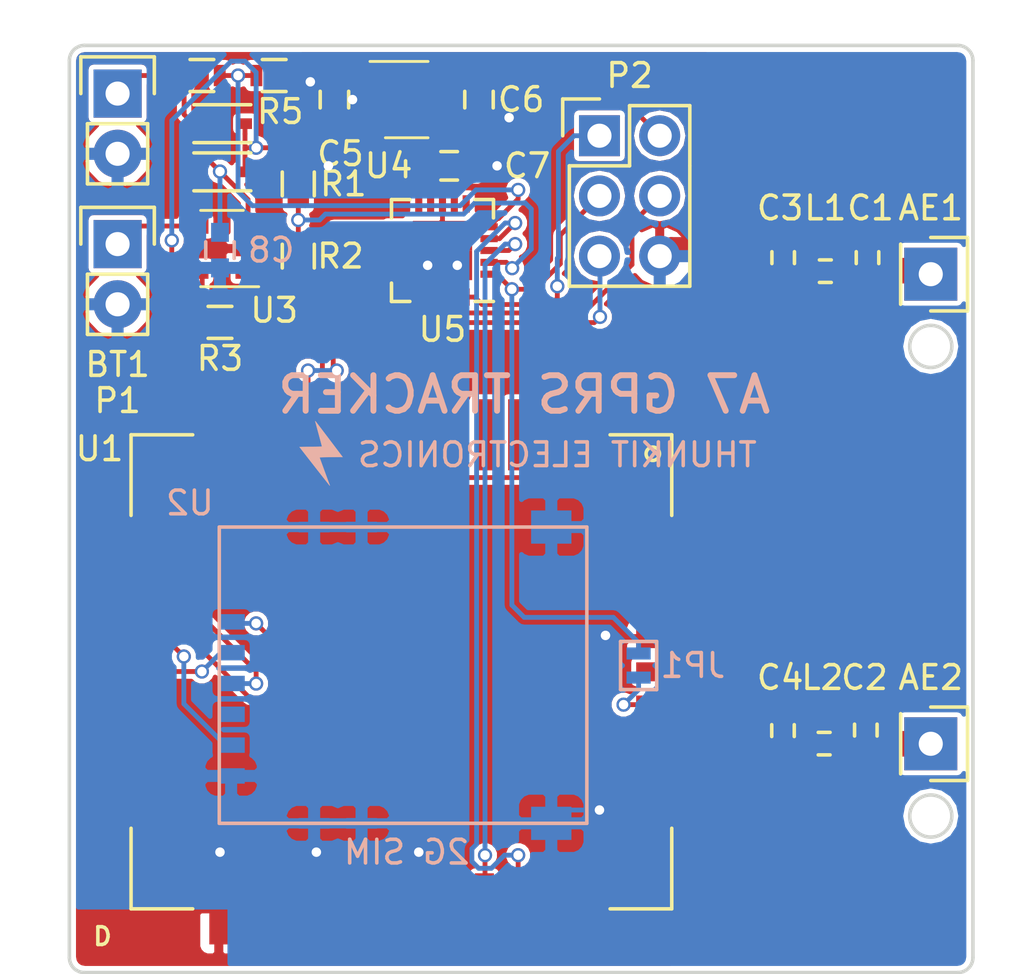
<source format=kicad_pcb>
(kicad_pcb (version 4) (host pcbnew 4.0.5+dfsg1-4)

  (general
    (links 0)
    (no_connects 0)
    (area 134.544999 72.822999 172.795001 112.089001)
    (thickness 1.6)
    (drawings 14)
    (tracks 285)
    (zones 0)
    (modules 29)
    (nets 49)
  )

  (page A4)
  (layers
    (0 F.Cu signal)
    (31 B.Cu signal)
    (32 B.Adhes user)
    (33 F.Adhes user)
    (34 B.Paste user)
    (35 F.Paste user)
    (36 B.SilkS user)
    (37 F.SilkS user)
    (38 B.Mask user)
    (39 F.Mask user)
    (40 Dwgs.User user)
    (41 Cmts.User user)
    (42 Eco1.User user)
    (43 Eco2.User user)
    (44 Edge.Cuts user)
    (45 Margin user)
    (46 B.CrtYd user)
    (47 F.CrtYd user)
    (48 B.Fab user)
    (49 F.Fab user)
  )

  (setup
    (last_trace_width 0.2032)
    (user_trace_width 0.635)
    (user_trace_width 0.762)
    (user_trace_width 1.0795)
    (trace_clearance 0.1524)
    (zone_clearance 0.2032)
    (zone_45_only no)
    (trace_min 0.2)
    (segment_width 0.2)
    (edge_width 0.15)
    (via_size 0.6)
    (via_drill 0.4)
    (via_min_size 0.4)
    (via_min_drill 0.3)
    (uvia_size 0.3)
    (uvia_drill 0.1)
    (uvias_allowed no)
    (uvia_min_size 0)
    (uvia_min_drill 0)
    (pcb_text_width 0.3)
    (pcb_text_size 1.5 1.5)
    (mod_edge_width 0.15)
    (mod_text_size 1 1)
    (mod_text_width 0.15)
    (pad_size 1.25 1.25)
    (pad_drill 0)
    (pad_to_mask_clearance 0.2)
    (aux_axis_origin 0 0)
    (visible_elements FFFEFF7F)
    (pcbplotparams
      (layerselection 0x010f0_80000001)
      (usegerberextensions true)
      (excludeedgelayer true)
      (linewidth 0.100000)
      (plotframeref false)
      (viasonmask false)
      (mode 1)
      (useauxorigin false)
      (hpglpennumber 1)
      (hpglpenspeed 20)
      (hpglpendiameter 15)
      (hpglpenoverlay 2)
      (psnegative false)
      (psa4output false)
      (plotreference true)
      (plotvalue true)
      (plotinvisibletext false)
      (padsonsilk false)
      (subtractmaskfromsilk false)
      (outputformat 1)
      (mirror false)
      (drillshape 0)
      (scaleselection 1)
      (outputdirectory "A7 GPS GSM REV C GERBER/"))
  )

  (net 0 "")
  (net 1 "Net-(AE1-Pad1)")
  (net 2 "Net-(AE2-Pad1)")
  (net 3 "Net-(BT1-Pad1)")
  (net 4 GND)
  (net 5 "Net-(C3-Pad1)")
  (net 6 "Net-(C4-Pad1)")
  (net 7 VIN)
  (net 8 VCC)
  (net 9 "Net-(D1-Pad2)")
  (net 10 GPS_TX)
  (net 11 CHRG_STAT)
  (net 12 BT_VCC)
  (net 13 A7_PWR)
  (net 14 A7_SLEEP)
  (net 15 RST)
  (net 16 MOSI)
  (net 17 "Net-(R2-Pad2)")
  (net 18 "Net-(R3-Pad1)")
  (net 19 "Net-(U1-Pad3)")
  (net 20 "Net-(U1-Pad4)")
  (net 21 "Net-(U1-Pad5)")
  (net 22 "Net-(U1-Pad6)")
  (net 23 "Net-(U1-Pad7)")
  (net 24 "Net-(U1-Pad10)")
  (net 25 "Net-(U1-Pad11)")
  (net 26 "Net-(U1-Pad12)")
  (net 27 SIM_RST)
  (net 28 SIM_CLK)
  (net 29 SIM_IO)
  (net 30 "Net-(U1-Pad19)")
  (net 31 "Net-(U1-Pad20)")
  (net 32 "Net-(U1-Pad21)")
  (net 33 "Net-(U1-Pad23)")
  (net 34 "Net-(U1-Pad24)")
  (net 35 "Net-(U1-Pad26)")
  (net 36 "Net-(U1-Pad27)")
  (net 37 GSM_TX)
  (net 38 GSM_RX)
  (net 39 "Net-(U1-Pad32)")
  (net 40 "Net-(U1-Pad33)")
  (net 41 "Net-(U1-Pad38)")
  (net 42 "Net-(U2-Pad6)")
  (net 43 SCK)
  (net 44 MISO)
  (net 45 SIM_VCC)
  (net 46 "Net-(U1-Pad29)")
  (net 47 "Net-(U5-Pad14)")
  (net 48 "Net-(U5-Pad15)")

  (net_class Default "This is the default net class."
    (clearance 0.1524)
    (trace_width 0.2032)
    (via_dia 0.6)
    (via_drill 0.4)
    (uvia_dia 0.3)
    (uvia_drill 0.1)
    (add_net A7_PWR)
    (add_net A7_SLEEP)
    (add_net BT_VCC)
    (add_net CHRG_STAT)
    (add_net GND)
    (add_net GPS_TX)
    (add_net GSM_RX)
    (add_net GSM_TX)
    (add_net MISO)
    (add_net MOSI)
    (add_net "Net-(AE1-Pad1)")
    (add_net "Net-(AE2-Pad1)")
    (add_net "Net-(BT1-Pad1)")
    (add_net "Net-(C3-Pad1)")
    (add_net "Net-(C4-Pad1)")
    (add_net "Net-(D1-Pad2)")
    (add_net "Net-(R2-Pad2)")
    (add_net "Net-(R3-Pad1)")
    (add_net "Net-(U1-Pad10)")
    (add_net "Net-(U1-Pad11)")
    (add_net "Net-(U1-Pad12)")
    (add_net "Net-(U1-Pad19)")
    (add_net "Net-(U1-Pad20)")
    (add_net "Net-(U1-Pad21)")
    (add_net "Net-(U1-Pad23)")
    (add_net "Net-(U1-Pad24)")
    (add_net "Net-(U1-Pad26)")
    (add_net "Net-(U1-Pad27)")
    (add_net "Net-(U1-Pad29)")
    (add_net "Net-(U1-Pad3)")
    (add_net "Net-(U1-Pad32)")
    (add_net "Net-(U1-Pad33)")
    (add_net "Net-(U1-Pad38)")
    (add_net "Net-(U1-Pad4)")
    (add_net "Net-(U1-Pad5)")
    (add_net "Net-(U1-Pad6)")
    (add_net "Net-(U1-Pad7)")
    (add_net "Net-(U2-Pad6)")
    (add_net "Net-(U5-Pad14)")
    (add_net "Net-(U5-Pad15)")
    (add_net RST)
    (add_net SCK)
    (add_net SIM_CLK)
    (add_net SIM_IO)
    (add_net SIM_RST)
    (add_net SIM_VCC)
    (add_net VCC)
    (add_net VIN)
  )

  (module Capacitors_SMD:C_0603 (layer B.Cu) (tedit 5415D631) (tstamp 599D9480)
    (at 140.97 81.534 270)
    (descr "Capacitor SMD 0603, reflow soldering, AVX (see smccp.pdf)")
    (tags "capacitor 0603")
    (path /599D95DD)
    (attr smd)
    (fp_text reference C8 (at 0 -2.159 540) (layer B.SilkS)
      (effects (font (size 1 1) (thickness 0.15)) (justify mirror))
    )
    (fp_text value 4.7uF (at 0 -1.9 270) (layer B.Fab)
      (effects (font (size 1 1) (thickness 0.15)) (justify mirror))
    )
    (fp_line (start -0.8 -0.4) (end -0.8 0.4) (layer B.Fab) (width 0.15))
    (fp_line (start 0.8 -0.4) (end -0.8 -0.4) (layer B.Fab) (width 0.15))
    (fp_line (start 0.8 0.4) (end 0.8 -0.4) (layer B.Fab) (width 0.15))
    (fp_line (start -0.8 0.4) (end 0.8 0.4) (layer B.Fab) (width 0.15))
    (fp_line (start -1.45 0.75) (end 1.45 0.75) (layer B.CrtYd) (width 0.05))
    (fp_line (start -1.45 -0.75) (end 1.45 -0.75) (layer B.CrtYd) (width 0.05))
    (fp_line (start -1.45 0.75) (end -1.45 -0.75) (layer B.CrtYd) (width 0.05))
    (fp_line (start 1.45 0.75) (end 1.45 -0.75) (layer B.CrtYd) (width 0.05))
    (fp_line (start -0.35 0.6) (end 0.35 0.6) (layer B.SilkS) (width 0.15))
    (fp_line (start 0.35 -0.6) (end -0.35 -0.6) (layer B.SilkS) (width 0.15))
    (pad 1 smd rect (at -0.75 0 270) (size 0.8 0.75) (layers B.Cu B.Paste B.Mask)
      (net 3 "Net-(BT1-Pad1)"))
    (pad 2 smd rect (at 0.75 0 270) (size 0.8 0.75) (layers B.Cu B.Paste B.Mask)
      (net 4 GND))
    (model Capacitors_SMD.3dshapes/C_0603.wrl
      (at (xyz 0 0 0))
      (scale (xyz 1 1 1))
      (rotate (xyz 0 0 0))
    )
  )

  (module Pin_Headers:Pin_Header_Straight_1x01 (layer F.Cu) (tedit 54EA08DC) (tstamp 598930F1)
    (at 170.942 82.55 270)
    (descr "Through hole pin header")
    (tags "pin header")
    (path /5976A809)
    (fp_text reference AE1 (at -2.794 0 360) (layer F.SilkS)
      (effects (font (size 1 1) (thickness 0.15)))
    )
    (fp_text value "λ/4 Wire" (at 0 -3.1 270) (layer F.Fab)
      (effects (font (size 1 1) (thickness 0.15)))
    )
    (fp_line (start 1.55 -1.55) (end 1.55 0) (layer F.SilkS) (width 0.15))
    (fp_line (start -1.75 -1.75) (end -1.75 1.75) (layer F.CrtYd) (width 0.05))
    (fp_line (start 1.75 -1.75) (end 1.75 1.75) (layer F.CrtYd) (width 0.05))
    (fp_line (start -1.75 -1.75) (end 1.75 -1.75) (layer F.CrtYd) (width 0.05))
    (fp_line (start -1.75 1.75) (end 1.75 1.75) (layer F.CrtYd) (width 0.05))
    (fp_line (start -1.55 0) (end -1.55 -1.55) (layer F.SilkS) (width 0.15))
    (fp_line (start -1.55 -1.55) (end 1.55 -1.55) (layer F.SilkS) (width 0.15))
    (fp_line (start -1.27 1.27) (end 1.27 1.27) (layer F.SilkS) (width 0.15))
    (pad 1 thru_hole rect (at 0 0 270) (size 2.2352 2.2352) (drill 1.016) (layers *.Cu *.Mask)
      (net 1 "Net-(AE1-Pad1)"))
    (model Pin_Headers.3dshapes/Pin_Header_Straight_1x01.wrl
      (at (xyz 0 0 0))
      (scale (xyz 1 1 1))
      (rotate (xyz 0 0 90))
    )
  )

  (module Pin_Headers:Pin_Header_Straight_1x01 (layer F.Cu) (tedit 54EA08DC) (tstamp 598930F6)
    (at 170.942 102.362 270)
    (descr "Through hole pin header")
    (tags "pin header")
    (path /5976A5F6)
    (fp_text reference AE2 (at -2.794 0 360) (layer F.SilkS)
      (effects (font (size 1 1) (thickness 0.15)))
    )
    (fp_text value "λ/4 Wire" (at 0 -3.1 270) (layer F.Fab)
      (effects (font (size 1 1) (thickness 0.15)))
    )
    (fp_line (start 1.55 -1.55) (end 1.55 0) (layer F.SilkS) (width 0.15))
    (fp_line (start -1.75 -1.75) (end -1.75 1.75) (layer F.CrtYd) (width 0.05))
    (fp_line (start 1.75 -1.75) (end 1.75 1.75) (layer F.CrtYd) (width 0.05))
    (fp_line (start -1.75 -1.75) (end 1.75 -1.75) (layer F.CrtYd) (width 0.05))
    (fp_line (start -1.75 1.75) (end 1.75 1.75) (layer F.CrtYd) (width 0.05))
    (fp_line (start -1.55 0) (end -1.55 -1.55) (layer F.SilkS) (width 0.15))
    (fp_line (start -1.55 -1.55) (end 1.55 -1.55) (layer F.SilkS) (width 0.15))
    (fp_line (start -1.27 1.27) (end 1.27 1.27) (layer F.SilkS) (width 0.15))
    (pad 1 thru_hole rect (at 0 0 270) (size 2.2352 2.2352) (drill 1.016) (layers *.Cu *.Mask)
      (net 2 "Net-(AE2-Pad1)"))
    (model Pin_Headers.3dshapes/Pin_Header_Straight_1x01.wrl
      (at (xyz 0 0 0))
      (scale (xyz 1 1 1))
      (rotate (xyz 0 0 90))
    )
  )

  (module Pin_Headers:Pin_Header_Straight_1x02 (layer F.Cu) (tedit 54EA090C) (tstamp 598930FC)
    (at 136.652 74.93)
    (descr "Through hole pin header")
    (tags "pin header")
    (path /5976C7B7)
    (fp_text reference BT1 (at 0 11.43) (layer F.SilkS)
      (effects (font (size 1 1) (thickness 0.15)))
    )
    (fp_text value 1S (at 0 -3.1) (layer F.Fab)
      (effects (font (size 1 1) (thickness 0.15)))
    )
    (fp_line (start 1.27 1.27) (end 1.27 3.81) (layer F.SilkS) (width 0.15))
    (fp_line (start 1.55 -1.55) (end 1.55 0) (layer F.SilkS) (width 0.15))
    (fp_line (start -1.75 -1.75) (end -1.75 4.3) (layer F.CrtYd) (width 0.05))
    (fp_line (start 1.75 -1.75) (end 1.75 4.3) (layer F.CrtYd) (width 0.05))
    (fp_line (start -1.75 -1.75) (end 1.75 -1.75) (layer F.CrtYd) (width 0.05))
    (fp_line (start -1.75 4.3) (end 1.75 4.3) (layer F.CrtYd) (width 0.05))
    (fp_line (start 1.27 1.27) (end -1.27 1.27) (layer F.SilkS) (width 0.15))
    (fp_line (start -1.55 0) (end -1.55 -1.55) (layer F.SilkS) (width 0.15))
    (fp_line (start -1.55 -1.55) (end 1.55 -1.55) (layer F.SilkS) (width 0.15))
    (fp_line (start -1.27 1.27) (end -1.27 3.81) (layer F.SilkS) (width 0.15))
    (fp_line (start -1.27 3.81) (end 1.27 3.81) (layer F.SilkS) (width 0.15))
    (pad 1 thru_hole rect (at 0 0) (size 2.032 2.032) (drill 1.016) (layers *.Cu *.Mask)
      (net 3 "Net-(BT1-Pad1)"))
    (pad 2 thru_hole oval (at 0 2.54) (size 2.032 2.032) (drill 1.016) (layers *.Cu *.Mask)
      (net 4 GND))
    (model Pin_Headers.3dshapes/Pin_Header_Straight_1x02.wrl
      (at (xyz 0 -0.05 0))
      (scale (xyz 1 1 1))
      (rotate (xyz 0 0 90))
    )
  )

  (module Capacitors_SMD:C_0402 (layer F.Cu) (tedit 5415D599) (tstamp 59893102)
    (at 168.274999 81.8515 90)
    (descr "Capacitor SMD 0402, reflow soldering, AVX (see smccp.pdf)")
    (tags "capacitor 0402")
    (path /5976A7ED)
    (attr smd)
    (fp_text reference C1 (at 2.0955 0.127001 180) (layer F.SilkS)
      (effects (font (size 1 1) (thickness 0.15)))
    )
    (fp_text value C (at 0 1.7 90) (layer F.Fab)
      (effects (font (size 1 1) (thickness 0.15)))
    )
    (fp_line (start -0.5 0.25) (end -0.5 -0.25) (layer F.Fab) (width 0.15))
    (fp_line (start 0.5 0.25) (end -0.5 0.25) (layer F.Fab) (width 0.15))
    (fp_line (start 0.5 -0.25) (end 0.5 0.25) (layer F.Fab) (width 0.15))
    (fp_line (start -0.5 -0.25) (end 0.5 -0.25) (layer F.Fab) (width 0.15))
    (fp_line (start -1.15 -0.6) (end 1.15 -0.6) (layer F.CrtYd) (width 0.05))
    (fp_line (start -1.15 0.6) (end 1.15 0.6) (layer F.CrtYd) (width 0.05))
    (fp_line (start -1.15 -0.6) (end -1.15 0.6) (layer F.CrtYd) (width 0.05))
    (fp_line (start 1.15 -0.6) (end 1.15 0.6) (layer F.CrtYd) (width 0.05))
    (fp_line (start 0.25 -0.475) (end -0.25 -0.475) (layer F.SilkS) (width 0.15))
    (fp_line (start -0.25 0.475) (end 0.25 0.475) (layer F.SilkS) (width 0.15))
    (pad 1 smd rect (at -0.55 0 90) (size 0.6 0.5) (layers F.Cu F.Paste F.Mask)
      (net 1 "Net-(AE1-Pad1)"))
    (pad 2 smd rect (at 0.55 0 90) (size 0.6 0.5) (layers F.Cu F.Paste F.Mask)
      (net 4 GND))
    (model Capacitors_SMD.3dshapes/C_0402.wrl
      (at (xyz 0 0 0))
      (scale (xyz 1 1 1))
      (rotate (xyz 0 0 0))
    )
  )

  (module Capacitors_SMD:C_0402 (layer F.Cu) (tedit 5415D599) (tstamp 59893108)
    (at 168.203533 101.783768 90)
    (descr "Capacitor SMD 0402, reflow soldering, AVX (see smccp.pdf)")
    (tags "capacitor 0402")
    (path /5976A3D8)
    (attr smd)
    (fp_text reference C2 (at 2.215768 -0.055533 180) (layer F.SilkS)
      (effects (font (size 1 1) (thickness 0.15)))
    )
    (fp_text value C (at 0 1.7 90) (layer F.Fab)
      (effects (font (size 1 1) (thickness 0.15)))
    )
    (fp_line (start -0.5 0.25) (end -0.5 -0.25) (layer F.Fab) (width 0.15))
    (fp_line (start 0.5 0.25) (end -0.5 0.25) (layer F.Fab) (width 0.15))
    (fp_line (start 0.5 -0.25) (end 0.5 0.25) (layer F.Fab) (width 0.15))
    (fp_line (start -0.5 -0.25) (end 0.5 -0.25) (layer F.Fab) (width 0.15))
    (fp_line (start -1.15 -0.6) (end 1.15 -0.6) (layer F.CrtYd) (width 0.05))
    (fp_line (start -1.15 0.6) (end 1.15 0.6) (layer F.CrtYd) (width 0.05))
    (fp_line (start -1.15 -0.6) (end -1.15 0.6) (layer F.CrtYd) (width 0.05))
    (fp_line (start 1.15 -0.6) (end 1.15 0.6) (layer F.CrtYd) (width 0.05))
    (fp_line (start 0.25 -0.475) (end -0.25 -0.475) (layer F.SilkS) (width 0.15))
    (fp_line (start -0.25 0.475) (end 0.25 0.475) (layer F.SilkS) (width 0.15))
    (pad 1 smd rect (at -0.55 0 90) (size 0.6 0.5) (layers F.Cu F.Paste F.Mask)
      (net 2 "Net-(AE2-Pad1)"))
    (pad 2 smd rect (at 0.55 0 90) (size 0.6 0.5) (layers F.Cu F.Paste F.Mask)
      (net 4 GND))
    (model Capacitors_SMD.3dshapes/C_0402.wrl
      (at (xyz 0 0 0))
      (scale (xyz 1 1 1))
      (rotate (xyz 0 0 0))
    )
  )

  (module Capacitors_SMD:C_0402 (layer F.Cu) (tedit 5415D599) (tstamp 5989310E)
    (at 164.718999 81.8515 90)
    (descr "Capacitor SMD 0402, reflow soldering, AVX (see smccp.pdf)")
    (tags "capacitor 0402")
    (path /5976A7F3)
    (attr smd)
    (fp_text reference C3 (at 2.0955 -0.126999 180) (layer F.SilkS)
      (effects (font (size 1 1) (thickness 0.15)))
    )
    (fp_text value C (at 0 1.7 90) (layer F.Fab)
      (effects (font (size 1 1) (thickness 0.15)))
    )
    (fp_line (start -0.5 0.25) (end -0.5 -0.25) (layer F.Fab) (width 0.15))
    (fp_line (start 0.5 0.25) (end -0.5 0.25) (layer F.Fab) (width 0.15))
    (fp_line (start 0.5 -0.25) (end 0.5 0.25) (layer F.Fab) (width 0.15))
    (fp_line (start -0.5 -0.25) (end 0.5 -0.25) (layer F.Fab) (width 0.15))
    (fp_line (start -1.15 -0.6) (end 1.15 -0.6) (layer F.CrtYd) (width 0.05))
    (fp_line (start -1.15 0.6) (end 1.15 0.6) (layer F.CrtYd) (width 0.05))
    (fp_line (start -1.15 -0.6) (end -1.15 0.6) (layer F.CrtYd) (width 0.05))
    (fp_line (start 1.15 -0.6) (end 1.15 0.6) (layer F.CrtYd) (width 0.05))
    (fp_line (start 0.25 -0.475) (end -0.25 -0.475) (layer F.SilkS) (width 0.15))
    (fp_line (start -0.25 0.475) (end 0.25 0.475) (layer F.SilkS) (width 0.15))
    (pad 1 smd rect (at -0.55 0 90) (size 0.6 0.5) (layers F.Cu F.Paste F.Mask)
      (net 5 "Net-(C3-Pad1)"))
    (pad 2 smd rect (at 0.55 0 90) (size 0.6 0.5) (layers F.Cu F.Paste F.Mask)
      (net 4 GND))
    (model Capacitors_SMD.3dshapes/C_0402.wrl
      (at (xyz 0 0 0))
      (scale (xyz 1 1 1))
      (rotate (xyz 0 0 0))
    )
  )

  (module Capacitors_SMD:C_0402 (layer F.Cu) (tedit 5415D599) (tstamp 59893114)
    (at 164.711032 101.805269 90)
    (descr "Capacitor SMD 0402, reflow soldering, AVX (see smccp.pdf)")
    (tags "capacitor 0402")
    (path /5976A437)
    (attr smd)
    (fp_text reference C4 (at 2.237269 -0.119032 180) (layer F.SilkS)
      (effects (font (size 1 1) (thickness 0.15)))
    )
    (fp_text value C (at 0 1.7 90) (layer F.Fab)
      (effects (font (size 1 1) (thickness 0.15)))
    )
    (fp_line (start -0.5 0.25) (end -0.5 -0.25) (layer F.Fab) (width 0.15))
    (fp_line (start 0.5 0.25) (end -0.5 0.25) (layer F.Fab) (width 0.15))
    (fp_line (start 0.5 -0.25) (end 0.5 0.25) (layer F.Fab) (width 0.15))
    (fp_line (start -0.5 -0.25) (end 0.5 -0.25) (layer F.Fab) (width 0.15))
    (fp_line (start -1.15 -0.6) (end 1.15 -0.6) (layer F.CrtYd) (width 0.05))
    (fp_line (start -1.15 0.6) (end 1.15 0.6) (layer F.CrtYd) (width 0.05))
    (fp_line (start -1.15 -0.6) (end -1.15 0.6) (layer F.CrtYd) (width 0.05))
    (fp_line (start 1.15 -0.6) (end 1.15 0.6) (layer F.CrtYd) (width 0.05))
    (fp_line (start 0.25 -0.475) (end -0.25 -0.475) (layer F.SilkS) (width 0.15))
    (fp_line (start -0.25 0.475) (end 0.25 0.475) (layer F.SilkS) (width 0.15))
    (pad 1 smd rect (at -0.55 0 90) (size 0.6 0.5) (layers F.Cu F.Paste F.Mask)
      (net 6 "Net-(C4-Pad1)"))
    (pad 2 smd rect (at 0.55 0 90) (size 0.6 0.5) (layers F.Cu F.Paste F.Mask)
      (net 4 GND))
    (model Capacitors_SMD.3dshapes/C_0402.wrl
      (at (xyz 0 0 0))
      (scale (xyz 1 1 1))
      (rotate (xyz 0 0 0))
    )
  )

  (module Capacitors_SMD:C_0603 (layer F.Cu) (tedit 5415D631) (tstamp 5989311A)
    (at 145.796 75.184 90)
    (descr "Capacitor SMD 0603, reflow soldering, AVX (see smccp.pdf)")
    (tags "capacitor 0603")
    (path /5989304D)
    (attr smd)
    (fp_text reference C5 (at -2.286 0.254 180) (layer F.SilkS)
      (effects (font (size 1 1) (thickness 0.15)))
    )
    (fp_text value 1uF (at 0 1.9 90) (layer F.Fab)
      (effects (font (size 1 1) (thickness 0.15)))
    )
    (fp_line (start -0.8 0.4) (end -0.8 -0.4) (layer F.Fab) (width 0.15))
    (fp_line (start 0.8 0.4) (end -0.8 0.4) (layer F.Fab) (width 0.15))
    (fp_line (start 0.8 -0.4) (end 0.8 0.4) (layer F.Fab) (width 0.15))
    (fp_line (start -0.8 -0.4) (end 0.8 -0.4) (layer F.Fab) (width 0.15))
    (fp_line (start -1.45 -0.75) (end 1.45 -0.75) (layer F.CrtYd) (width 0.05))
    (fp_line (start -1.45 0.75) (end 1.45 0.75) (layer F.CrtYd) (width 0.05))
    (fp_line (start -1.45 -0.75) (end -1.45 0.75) (layer F.CrtYd) (width 0.05))
    (fp_line (start 1.45 -0.75) (end 1.45 0.75) (layer F.CrtYd) (width 0.05))
    (fp_line (start -0.35 -0.6) (end 0.35 -0.6) (layer F.SilkS) (width 0.15))
    (fp_line (start 0.35 0.6) (end -0.35 0.6) (layer F.SilkS) (width 0.15))
    (pad 1 smd rect (at -0.75 0 90) (size 0.8 0.75) (layers F.Cu F.Paste F.Mask)
      (net 7 VIN))
    (pad 2 smd rect (at 0.75 0 90) (size 0.8 0.75) (layers F.Cu F.Paste F.Mask)
      (net 4 GND))
    (model Capacitors_SMD.3dshapes/C_0603.wrl
      (at (xyz 0 0 0))
      (scale (xyz 1 1 1))
      (rotate (xyz 0 0 0))
    )
  )

  (module Capacitors_SMD:C_0603 (layer F.Cu) (tedit 5415D631) (tstamp 59893120)
    (at 151.892 75.184 270)
    (descr "Capacitor SMD 0603, reflow soldering, AVX (see smccp.pdf)")
    (tags "capacitor 0603")
    (path /598930B8)
    (attr smd)
    (fp_text reference C6 (at 0 -1.778 360) (layer F.SilkS)
      (effects (font (size 1 1) (thickness 0.15)))
    )
    (fp_text value 1uF (at 0 1.9 270) (layer F.Fab)
      (effects (font (size 1 1) (thickness 0.15)))
    )
    (fp_line (start -0.8 0.4) (end -0.8 -0.4) (layer F.Fab) (width 0.15))
    (fp_line (start 0.8 0.4) (end -0.8 0.4) (layer F.Fab) (width 0.15))
    (fp_line (start 0.8 -0.4) (end 0.8 0.4) (layer F.Fab) (width 0.15))
    (fp_line (start -0.8 -0.4) (end 0.8 -0.4) (layer F.Fab) (width 0.15))
    (fp_line (start -1.45 -0.75) (end 1.45 -0.75) (layer F.CrtYd) (width 0.05))
    (fp_line (start -1.45 0.75) (end 1.45 0.75) (layer F.CrtYd) (width 0.05))
    (fp_line (start -1.45 -0.75) (end -1.45 0.75) (layer F.CrtYd) (width 0.05))
    (fp_line (start 1.45 -0.75) (end 1.45 0.75) (layer F.CrtYd) (width 0.05))
    (fp_line (start -0.35 -0.6) (end 0.35 -0.6) (layer F.SilkS) (width 0.15))
    (fp_line (start 0.35 0.6) (end -0.35 0.6) (layer F.SilkS) (width 0.15))
    (pad 1 smd rect (at -0.75 0 270) (size 0.8 0.75) (layers F.Cu F.Paste F.Mask)
      (net 8 VCC))
    (pad 2 smd rect (at 0.75 0 270) (size 0.8 0.75) (layers F.Cu F.Paste F.Mask)
      (net 4 GND))
    (model Capacitors_SMD.3dshapes/C_0603.wrl
      (at (xyz 0 0 0))
      (scale (xyz 1 1 1))
      (rotate (xyz 0 0 0))
    )
  )

  (module Diodes_SMD:SOD-323 (layer F.Cu) (tedit 5989419E) (tstamp 59893126)
    (at 140.97 78.232 180)
    (descr SOD-323)
    (tags SOD-323)
    (path /59779523)
    (attr smd)
    (fp_text reference D1 (at 0 -1.85 180) (layer F.SilkS) hide
      (effects (font (size 1 1) (thickness 0.15)))
    )
    (fp_text value S (at 0.1 1.9 180) (layer F.Fab)
      (effects (font (size 1 1) (thickness 0.15)))
    )
    (fp_line (start 0.2 0) (end 0.45 0) (layer F.Fab) (width 0.15))
    (fp_line (start 0.2 0.35) (end -0.3 0) (layer F.Fab) (width 0.15))
    (fp_line (start 0.2 -0.35) (end 0.2 0.35) (layer F.Fab) (width 0.15))
    (fp_line (start -0.3 0) (end 0.2 -0.35) (layer F.Fab) (width 0.15))
    (fp_line (start -0.3 0) (end -0.5 0) (layer F.Fab) (width 0.15))
    (fp_line (start -0.3 -0.35) (end -0.3 0.35) (layer F.Fab) (width 0.15))
    (fp_line (start -0.85 0.65) (end -0.85 -0.65) (layer F.Fab) (width 0.15))
    (fp_line (start 0.85 0.65) (end -0.85 0.65) (layer F.Fab) (width 0.15))
    (fp_line (start 0.85 -0.65) (end 0.85 0.65) (layer F.Fab) (width 0.15))
    (fp_line (start -0.85 -0.65) (end 0.85 -0.65) (layer F.Fab) (width 0.15))
    (fp_line (start -1.5 -0.95) (end 1.5 -0.95) (layer F.CrtYd) (width 0.05))
    (fp_line (start 1.5 -0.95) (end 1.5 0.95) (layer F.CrtYd) (width 0.05))
    (fp_line (start -1.5 0.95) (end 1.5 0.95) (layer F.CrtYd) (width 0.05))
    (fp_line (start -1.5 -0.95) (end -1.5 0.95) (layer F.CrtYd) (width 0.05))
    (fp_line (start -1.3 0.8) (end 1.1 0.8) (layer F.SilkS) (width 0.15))
    (fp_line (start -1.3 -0.8) (end 1.1 -0.8) (layer F.SilkS) (width 0.15))
    (pad 1 smd rect (at -1.055 0 180) (size 0.59 0.45) (layers F.Cu F.Paste F.Mask)
      (net 7 VIN))
    (pad 2 smd rect (at 1.055 0 180) (size 0.59 0.45) (layers F.Cu F.Paste F.Mask)
      (net 9 "Net-(D1-Pad2)"))
    (model Diodes_SMD.3dshapes/SOD-323.wrl
      (at (xyz 0 0 0))
      (scale (xyz 1 1 1))
      (rotate (xyz 0 0 180))
    )
  )

  (module Diodes_SMD:SOD-323 (layer F.Cu) (tedit 59894197) (tstamp 5989312C)
    (at 140.97 76.2 180)
    (descr SOD-323)
    (tags SOD-323)
    (path /597779C4)
    (attr smd)
    (fp_text reference D2 (at 0 -1.85 180) (layer F.SilkS) hide
      (effects (font (size 1 1) (thickness 0.15)))
    )
    (fp_text value S (at 0.1 1.9 180) (layer F.Fab)
      (effects (font (size 1 1) (thickness 0.15)))
    )
    (fp_line (start 0.2 0) (end 0.45 0) (layer F.Fab) (width 0.15))
    (fp_line (start 0.2 0.35) (end -0.3 0) (layer F.Fab) (width 0.15))
    (fp_line (start 0.2 -0.35) (end 0.2 0.35) (layer F.Fab) (width 0.15))
    (fp_line (start -0.3 0) (end 0.2 -0.35) (layer F.Fab) (width 0.15))
    (fp_line (start -0.3 0) (end -0.5 0) (layer F.Fab) (width 0.15))
    (fp_line (start -0.3 -0.35) (end -0.3 0.35) (layer F.Fab) (width 0.15))
    (fp_line (start -0.85 0.65) (end -0.85 -0.65) (layer F.Fab) (width 0.15))
    (fp_line (start 0.85 0.65) (end -0.85 0.65) (layer F.Fab) (width 0.15))
    (fp_line (start 0.85 -0.65) (end 0.85 0.65) (layer F.Fab) (width 0.15))
    (fp_line (start -0.85 -0.65) (end 0.85 -0.65) (layer F.Fab) (width 0.15))
    (fp_line (start -1.5 -0.95) (end 1.5 -0.95) (layer F.CrtYd) (width 0.05))
    (fp_line (start 1.5 -0.95) (end 1.5 0.95) (layer F.CrtYd) (width 0.05))
    (fp_line (start -1.5 0.95) (end 1.5 0.95) (layer F.CrtYd) (width 0.05))
    (fp_line (start -1.5 -0.95) (end -1.5 0.95) (layer F.CrtYd) (width 0.05))
    (fp_line (start -1.3 0.8) (end 1.1 0.8) (layer F.SilkS) (width 0.15))
    (fp_line (start -1.3 -0.8) (end 1.1 -0.8) (layer F.SilkS) (width 0.15))
    (pad 1 smd rect (at -1.055 0 180) (size 0.59 0.45) (layers F.Cu F.Paste F.Mask)
      (net 7 VIN))
    (pad 2 smd rect (at 1.055 0 180) (size 0.59 0.45) (layers F.Cu F.Paste F.Mask)
      (net 3 "Net-(BT1-Pad1)"))
    (model Diodes_SMD.3dshapes/SOD-323.wrl
      (at (xyz 0 0 0))
      (scale (xyz 1 1 1))
      (rotate (xyz 0 0 180))
    )
  )

  (module Housings_DFN_QFN:QFN-20-1EP_4x4mm_Pitch0.5mm (layer F.Cu) (tedit 5A1757E5) (tstamp 59893148)
    (at 150.352 81.55 180)
    (descr "20-Lead Plastic Quad Flat, No Lead Package (ML) - 4x4x0.9 mm Body [QFN]; (see Microchip Packaging Specification 00000049BS.pdf)")
    (tags "QFN 0.5")
    (path /597773D2)
    (attr smd)
    (fp_text reference U5 (at 0 -3.33 180) (layer F.SilkS)
      (effects (font (size 1 1) (thickness 0.15)))
    )
    (fp_text value ATTINY841-MU (at 0 3.33 180) (layer F.Fab)
      (effects (font (size 1 1) (thickness 0.15)))
    )
    (fp_line (start -1 -2) (end 2 -2) (layer F.Fab) (width 0.15))
    (fp_line (start 2 -2) (end 2 2) (layer F.Fab) (width 0.15))
    (fp_line (start 2 2) (end -2 2) (layer F.Fab) (width 0.15))
    (fp_line (start -2 2) (end -2 -1) (layer F.Fab) (width 0.15))
    (fp_line (start -2 -1) (end -1 -2) (layer F.Fab) (width 0.15))
    (fp_line (start -2.6 -2.6) (end -2.6 2.6) (layer F.CrtYd) (width 0.05))
    (fp_line (start 2.6 -2.6) (end 2.6 2.6) (layer F.CrtYd) (width 0.05))
    (fp_line (start -2.6 -2.6) (end 2.6 -2.6) (layer F.CrtYd) (width 0.05))
    (fp_line (start -2.6 2.6) (end 2.6 2.6) (layer F.CrtYd) (width 0.05))
    (fp_line (start 2.15 -2.15) (end 2.15 -1.375) (layer F.SilkS) (width 0.15))
    (fp_line (start -2.15 2.15) (end -2.15 1.375) (layer F.SilkS) (width 0.15))
    (fp_line (start 2.15 2.15) (end 2.15 1.375) (layer F.SilkS) (width 0.15))
    (fp_line (start -2.15 -2.15) (end -1.375 -2.15) (layer F.SilkS) (width 0.15))
    (fp_line (start -2.15 2.15) (end -1.375 2.15) (layer F.SilkS) (width 0.15))
    (fp_line (start 2.15 2.15) (end 1.375 2.15) (layer F.SilkS) (width 0.15))
    (fp_line (start 2.15 -2.15) (end 1.375 -2.15) (layer F.SilkS) (width 0.15))
    (pad 1 smd rect (at -1.965 -1 180) (size 0.73 0.3) (layers F.Cu F.Paste F.Mask)
      (net 43 SCK))
    (pad 2 smd rect (at -1.965 -0.5 180) (size 0.73 0.3) (layers F.Cu F.Paste F.Mask)
      (net 11 CHRG_STAT))
    (pad 3 smd rect (at -1.965 0 180) (size 0.73 0.3) (layers F.Cu F.Paste F.Mask)
      (net 37 GSM_TX))
    (pad 4 smd rect (at -1.965 0.5 180) (size 0.73 0.3) (layers F.Cu F.Paste F.Mask)
      (net 38 GSM_RX))
    (pad 5 smd rect (at -1.965 1 180) (size 0.73 0.3) (layers F.Cu F.Paste F.Mask)
      (net 12 BT_VCC))
    (pad 6 smd rect (at -1 1.965 270) (size 0.73 0.3) (layers F.Cu F.Paste F.Mask))
    (pad 7 smd rect (at -0.5 1.965 270) (size 0.73 0.3) (layers F.Cu F.Paste F.Mask))
    (pad 8 smd rect (at 0 1.965 270) (size 0.73 0.3) (layers F.Cu F.Paste F.Mask)
      (net 4 GND))
    (pad 9 smd rect (at 0.5 1.965 270) (size 0.73 0.3) (layers F.Cu F.Paste F.Mask)
      (net 8 VCC))
    (pad 10 smd rect (at 1 1.965 270) (size 0.73 0.3) (layers F.Cu F.Paste F.Mask))
    (pad 11 smd rect (at 1.965 1 180) (size 0.73 0.3) (layers F.Cu F.Paste F.Mask)
      (net 13 A7_PWR))
    (pad 12 smd rect (at 1.965 0.5 180) (size 0.73 0.3) (layers F.Cu F.Paste F.Mask)
      (net 14 A7_SLEEP))
    (pad 13 smd rect (at 1.965 0 180) (size 0.73 0.3) (layers F.Cu F.Paste F.Mask)
      (net 15 RST))
    (pad 14 smd rect (at 1.965 -0.5 180) (size 0.73 0.3) (layers F.Cu F.Paste F.Mask)
      (net 47 "Net-(U5-Pad14)"))
    (pad 15 smd rect (at 1.965 -1 180) (size 0.73 0.3) (layers F.Cu F.Paste F.Mask)
      (net 48 "Net-(U5-Pad15)"))
    (pad 16 smd rect (at 1 -1.965 270) (size 0.73 0.3) (layers F.Cu F.Paste F.Mask)
      (net 16 MOSI))
    (pad 17 smd rect (at 0.5 -1.965 270) (size 0.73 0.3) (layers F.Cu F.Paste F.Mask))
    (pad 18 smd rect (at 0 -1.965 270) (size 0.73 0.3) (layers F.Cu F.Paste F.Mask))
    (pad 19 smd rect (at -0.5 -1.965 270) (size 0.73 0.3) (layers F.Cu F.Paste F.Mask))
    (pad 20 smd rect (at -1 -1.965 270) (size 0.73 0.3) (layers F.Cu F.Paste F.Mask)
      (net 44 MISO))
    (pad 21 smd rect (at 0.625 0.625 180) (size 1.25 1.25) (layers F.Cu F.Paste F.Mask)
      (net 4 GND) (solder_paste_margin_ratio -0.2))
    (pad 21 smd rect (at 0.625 -0.625 180) (size 1.25 1.25) (layers F.Cu F.Paste F.Mask)
      (net 4 GND) (solder_paste_margin_ratio -0.2))
    (pad 21 smd rect (at -0.625 0.625 180) (size 1.25 1.25) (layers F.Cu F.Paste F.Mask)
      (net 4 GND) (solder_paste_margin_ratio -0.2))
    (pad 21 smd rect (at -0.625 -0.625 180) (size 1.25 1.25) (layers F.Cu F.Paste F.Mask)
      (net 4 GND) (solder_paste_margin_ratio -0.2))
    (model Housings_DFN_QFN.3dshapes/QFN-20-1EP_4x4mm_Pitch0.5mm.wrl
      (at (xyz 0 0 0))
      (scale (xyz 1 1 1))
      (rotate (xyz 0 0 0))
    )
  )

  (module Capacitors_SMD:C_0402 (layer F.Cu) (tedit 5415D599) (tstamp 5989314E)
    (at 166.497 82.423 180)
    (descr "Capacitor SMD 0402, reflow soldering, AVX (see smccp.pdf)")
    (tags "capacitor 0402")
    (path /5976A7F9)
    (attr smd)
    (fp_text reference L1 (at 0 2.667 180) (layer F.SilkS)
      (effects (font (size 1 1) (thickness 0.15)))
    )
    (fp_text value L (at 0 1.7 180) (layer F.Fab)
      (effects (font (size 1 1) (thickness 0.15)))
    )
    (fp_line (start -0.5 0.25) (end -0.5 -0.25) (layer F.Fab) (width 0.15))
    (fp_line (start 0.5 0.25) (end -0.5 0.25) (layer F.Fab) (width 0.15))
    (fp_line (start 0.5 -0.25) (end 0.5 0.25) (layer F.Fab) (width 0.15))
    (fp_line (start -0.5 -0.25) (end 0.5 -0.25) (layer F.Fab) (width 0.15))
    (fp_line (start -1.15 -0.6) (end 1.15 -0.6) (layer F.CrtYd) (width 0.05))
    (fp_line (start -1.15 0.6) (end 1.15 0.6) (layer F.CrtYd) (width 0.05))
    (fp_line (start -1.15 -0.6) (end -1.15 0.6) (layer F.CrtYd) (width 0.05))
    (fp_line (start 1.15 -0.6) (end 1.15 0.6) (layer F.CrtYd) (width 0.05))
    (fp_line (start 0.25 -0.475) (end -0.25 -0.475) (layer F.SilkS) (width 0.15))
    (fp_line (start -0.25 0.475) (end 0.25 0.475) (layer F.SilkS) (width 0.15))
    (pad 1 smd rect (at -0.55 0 180) (size 0.6 0.5) (layers F.Cu F.Paste F.Mask)
      (net 1 "Net-(AE1-Pad1)"))
    (pad 2 smd rect (at 0.55 0 180) (size 0.6 0.5) (layers F.Cu F.Paste F.Mask)
      (net 5 "Net-(C3-Pad1)"))
    (model Capacitors_SMD.3dshapes/C_0402.wrl
      (at (xyz 0 0 0))
      (scale (xyz 1 1 1))
      (rotate (xyz 0 0 0))
    )
  )

  (module Capacitors_SMD:C_0402 (layer F.Cu) (tedit 5415D599) (tstamp 59893154)
    (at 166.447032 102.355269 180)
    (descr "Capacitor SMD 0402, reflow soldering, AVX (see smccp.pdf)")
    (tags "capacitor 0402")
    (path /5976A472)
    (attr smd)
    (fp_text reference L2 (at 0.077032 2.787269 180) (layer F.SilkS)
      (effects (font (size 1 1) (thickness 0.15)))
    )
    (fp_text value L (at 0 1.7 180) (layer F.Fab)
      (effects (font (size 1 1) (thickness 0.15)))
    )
    (fp_line (start -0.5 0.25) (end -0.5 -0.25) (layer F.Fab) (width 0.15))
    (fp_line (start 0.5 0.25) (end -0.5 0.25) (layer F.Fab) (width 0.15))
    (fp_line (start 0.5 -0.25) (end 0.5 0.25) (layer F.Fab) (width 0.15))
    (fp_line (start -0.5 -0.25) (end 0.5 -0.25) (layer F.Fab) (width 0.15))
    (fp_line (start -1.15 -0.6) (end 1.15 -0.6) (layer F.CrtYd) (width 0.05))
    (fp_line (start -1.15 0.6) (end 1.15 0.6) (layer F.CrtYd) (width 0.05))
    (fp_line (start -1.15 -0.6) (end -1.15 0.6) (layer F.CrtYd) (width 0.05))
    (fp_line (start 1.15 -0.6) (end 1.15 0.6) (layer F.CrtYd) (width 0.05))
    (fp_line (start 0.25 -0.475) (end -0.25 -0.475) (layer F.SilkS) (width 0.15))
    (fp_line (start -0.25 0.475) (end 0.25 0.475) (layer F.SilkS) (width 0.15))
    (pad 1 smd rect (at -0.55 0 180) (size 0.6 0.5) (layers F.Cu F.Paste F.Mask)
      (net 2 "Net-(AE2-Pad1)"))
    (pad 2 smd rect (at 0.55 0 180) (size 0.6 0.5) (layers F.Cu F.Paste F.Mask)
      (net 6 "Net-(C4-Pad1)"))
    (model Capacitors_SMD.3dshapes/C_0402.wrl
      (at (xyz 0 0 0))
      (scale (xyz 1 1 1))
      (rotate (xyz 0 0 0))
    )
  )

  (module Pin_Headers:Pin_Header_Straight_1x02 (layer F.Cu) (tedit 54EA090C) (tstamp 5989315A)
    (at 136.652 81.28)
    (descr "Through hole pin header")
    (tags "pin header")
    (path /597791AA)
    (fp_text reference P1 (at 0 6.604) (layer F.SilkS)
      (effects (font (size 1 1) (thickness 0.15)))
    )
    (fp_text value CONN_01X02 (at 0 -3.1) (layer F.Fab)
      (effects (font (size 1 1) (thickness 0.15)))
    )
    (fp_line (start 1.27 1.27) (end 1.27 3.81) (layer F.SilkS) (width 0.15))
    (fp_line (start 1.55 -1.55) (end 1.55 0) (layer F.SilkS) (width 0.15))
    (fp_line (start -1.75 -1.75) (end -1.75 4.3) (layer F.CrtYd) (width 0.05))
    (fp_line (start 1.75 -1.75) (end 1.75 4.3) (layer F.CrtYd) (width 0.05))
    (fp_line (start -1.75 -1.75) (end 1.75 -1.75) (layer F.CrtYd) (width 0.05))
    (fp_line (start -1.75 4.3) (end 1.75 4.3) (layer F.CrtYd) (width 0.05))
    (fp_line (start 1.27 1.27) (end -1.27 1.27) (layer F.SilkS) (width 0.15))
    (fp_line (start -1.55 0) (end -1.55 -1.55) (layer F.SilkS) (width 0.15))
    (fp_line (start -1.55 -1.55) (end 1.55 -1.55) (layer F.SilkS) (width 0.15))
    (fp_line (start -1.27 1.27) (end -1.27 3.81) (layer F.SilkS) (width 0.15))
    (fp_line (start -1.27 3.81) (end 1.27 3.81) (layer F.SilkS) (width 0.15))
    (pad 1 thru_hole rect (at 0 0) (size 2.032 2.032) (drill 1.016) (layers *.Cu *.Mask)
      (net 9 "Net-(D1-Pad2)"))
    (pad 2 thru_hole oval (at 0 2.54) (size 2.032 2.032) (drill 1.016) (layers *.Cu *.Mask)
      (net 4 GND))
    (model Pin_Headers.3dshapes/Pin_Header_Straight_1x02.wrl
      (at (xyz 0 -0.05 0))
      (scale (xyz 1 1 1))
      (rotate (xyz 0 0 90))
    )
  )

  (module Pin_Headers:Pin_Header_Straight_2x03 (layer F.Cu) (tedit 54EA0A4B) (tstamp 59893164)
    (at 156.972 76.708)
    (descr "Through hole pin header")
    (tags "pin header")
    (path /59778B73)
    (fp_text reference P2 (at 1.27 -2.54) (layer F.SilkS)
      (effects (font (size 1 1) (thickness 0.15)))
    )
    (fp_text value ICSP (at 0 -3.1) (layer F.Fab)
      (effects (font (size 1 1) (thickness 0.15)))
    )
    (fp_line (start -1.27 1.27) (end -1.27 6.35) (layer F.SilkS) (width 0.15))
    (fp_line (start -1.55 -1.55) (end 0 -1.55) (layer F.SilkS) (width 0.15))
    (fp_line (start -1.75 -1.75) (end -1.75 6.85) (layer F.CrtYd) (width 0.05))
    (fp_line (start 4.3 -1.75) (end 4.3 6.85) (layer F.CrtYd) (width 0.05))
    (fp_line (start -1.75 -1.75) (end 4.3 -1.75) (layer F.CrtYd) (width 0.05))
    (fp_line (start -1.75 6.85) (end 4.3 6.85) (layer F.CrtYd) (width 0.05))
    (fp_line (start 1.27 -1.27) (end 1.27 1.27) (layer F.SilkS) (width 0.15))
    (fp_line (start 1.27 1.27) (end -1.27 1.27) (layer F.SilkS) (width 0.15))
    (fp_line (start -1.27 6.35) (end 3.81 6.35) (layer F.SilkS) (width 0.15))
    (fp_line (start 3.81 6.35) (end 3.81 1.27) (layer F.SilkS) (width 0.15))
    (fp_line (start -1.55 -1.55) (end -1.55 0) (layer F.SilkS) (width 0.15))
    (fp_line (start 3.81 -1.27) (end 1.27 -1.27) (layer F.SilkS) (width 0.15))
    (fp_line (start 3.81 1.27) (end 3.81 -1.27) (layer F.SilkS) (width 0.15))
    (pad 1 thru_hole rect (at 0 0) (size 1.7272 1.7272) (drill 1.016) (layers *.Cu *.Mask)
      (net 44 MISO))
    (pad 2 thru_hole oval (at 2.54 0) (size 1.7272 1.7272) (drill 1.016) (layers *.Cu *.Mask)
      (net 8 VCC))
    (pad 3 thru_hole oval (at 0 2.54) (size 1.7272 1.7272) (drill 1.016) (layers *.Cu *.Mask)
      (net 43 SCK))
    (pad 4 thru_hole oval (at 2.54 2.54) (size 1.7272 1.7272) (drill 1.016) (layers *.Cu *.Mask)
      (net 16 MOSI))
    (pad 5 thru_hole oval (at 0 5.08) (size 1.7272 1.7272) (drill 1.016) (layers *.Cu *.Mask)
      (net 15 RST))
    (pad 6 thru_hole oval (at 2.54 5.08) (size 1.7272 1.7272) (drill 1.016) (layers *.Cu *.Mask)
      (net 4 GND))
    (model Pin_Headers.3dshapes/Pin_Header_Straight_2x03.wrl
      (at (xyz 0.05 -0.1 0))
      (scale (xyz 1 1 1))
      (rotate (xyz 0 0 90))
    )
  )

  (module Resistors_SMD:R_0603 (layer F.Cu) (tedit 58307A47) (tstamp 5989316A)
    (at 144.272 78.74 270)
    (descr "Resistor SMD 0603, reflow soldering, Vishay (see dcrcw.pdf)")
    (tags "resistor 0603")
    (path /5976BF32)
    (attr smd)
    (fp_text reference R1 (at 0 -1.9 360) (layer F.SilkS)
      (effects (font (size 1 1) (thickness 0.15)))
    )
    (fp_text value R (at 0 1.9 270) (layer F.Fab)
      (effects (font (size 1 1) (thickness 0.15)))
    )
    (fp_line (start -0.8 0.4) (end -0.8 -0.4) (layer F.Fab) (width 0.1))
    (fp_line (start 0.8 0.4) (end -0.8 0.4) (layer F.Fab) (width 0.1))
    (fp_line (start 0.8 -0.4) (end 0.8 0.4) (layer F.Fab) (width 0.1))
    (fp_line (start -0.8 -0.4) (end 0.8 -0.4) (layer F.Fab) (width 0.1))
    (fp_line (start -1.3 -0.8) (end 1.3 -0.8) (layer F.CrtYd) (width 0.05))
    (fp_line (start -1.3 0.8) (end 1.3 0.8) (layer F.CrtYd) (width 0.05))
    (fp_line (start -1.3 -0.8) (end -1.3 0.8) (layer F.CrtYd) (width 0.05))
    (fp_line (start 1.3 -0.8) (end 1.3 0.8) (layer F.CrtYd) (width 0.05))
    (fp_line (start 0.5 0.675) (end -0.5 0.675) (layer F.SilkS) (width 0.15))
    (fp_line (start -0.5 -0.675) (end 0.5 -0.675) (layer F.SilkS) (width 0.15))
    (pad 1 smd rect (at -0.75 0 270) (size 0.5 0.9) (layers F.Cu F.Paste F.Mask)
      (net 4 GND))
    (pad 2 smd rect (at 0.75 0 270) (size 0.5 0.9) (layers F.Cu F.Paste F.Mask)
      (net 11 CHRG_STAT))
    (model Resistors_SMD.3dshapes/R_0603.wrl
      (at (xyz 0 0 0))
      (scale (xyz 1 1 1))
      (rotate (xyz 0 0 0))
    )
  )

  (module Resistors_SMD:R_0603 (layer F.Cu) (tedit 58307A47) (tstamp 59893170)
    (at 144.272 81.787999 270)
    (descr "Resistor SMD 0603, reflow soldering, Vishay (see dcrcw.pdf)")
    (tags "resistor 0603")
    (path /5976BE0F)
    (attr smd)
    (fp_text reference R2 (at 0 -1.778 360) (layer F.SilkS)
      (effects (font (size 1 1) (thickness 0.15)))
    )
    (fp_text value R (at 0 1.9 270) (layer F.Fab)
      (effects (font (size 1 1) (thickness 0.15)))
    )
    (fp_line (start -0.8 0.4) (end -0.8 -0.4) (layer F.Fab) (width 0.1))
    (fp_line (start 0.8 0.4) (end -0.8 0.4) (layer F.Fab) (width 0.1))
    (fp_line (start 0.8 -0.4) (end 0.8 0.4) (layer F.Fab) (width 0.1))
    (fp_line (start -0.8 -0.4) (end 0.8 -0.4) (layer F.Fab) (width 0.1))
    (fp_line (start -1.3 -0.8) (end 1.3 -0.8) (layer F.CrtYd) (width 0.05))
    (fp_line (start -1.3 0.8) (end 1.3 0.8) (layer F.CrtYd) (width 0.05))
    (fp_line (start -1.3 -0.8) (end -1.3 0.8) (layer F.CrtYd) (width 0.05))
    (fp_line (start 1.3 -0.8) (end 1.3 0.8) (layer F.CrtYd) (width 0.05))
    (fp_line (start 0.5 0.675) (end -0.5 0.675) (layer F.SilkS) (width 0.15))
    (fp_line (start -0.5 -0.675) (end 0.5 -0.675) (layer F.SilkS) (width 0.15))
    (pad 1 smd rect (at -0.75 0 270) (size 0.5 0.9) (layers F.Cu F.Paste F.Mask)
      (net 11 CHRG_STAT))
    (pad 2 smd rect (at 0.75 0 270) (size 0.5 0.9) (layers F.Cu F.Paste F.Mask)
      (net 17 "Net-(R2-Pad2)"))
    (model Resistors_SMD.3dshapes/R_0603.wrl
      (at (xyz 0 0 0))
      (scale (xyz 1 1 1))
      (rotate (xyz 0 0 0))
    )
  )

  (module Resistors_SMD:R_0603 (layer F.Cu) (tedit 58307A47) (tstamp 59893176)
    (at 140.97 84.582)
    (descr "Resistor SMD 0603, reflow soldering, Vishay (see dcrcw.pdf)")
    (tags "resistor 0603")
    (path /5976C357)
    (attr smd)
    (fp_text reference R3 (at 0 1.524) (layer F.SilkS)
      (effects (font (size 1 1) (thickness 0.15)))
    )
    (fp_text value 2K (at 0 1.9) (layer F.Fab)
      (effects (font (size 1 1) (thickness 0.15)))
    )
    (fp_line (start -0.8 0.4) (end -0.8 -0.4) (layer F.Fab) (width 0.1))
    (fp_line (start 0.8 0.4) (end -0.8 0.4) (layer F.Fab) (width 0.1))
    (fp_line (start 0.8 -0.4) (end 0.8 0.4) (layer F.Fab) (width 0.1))
    (fp_line (start -0.8 -0.4) (end 0.8 -0.4) (layer F.Fab) (width 0.1))
    (fp_line (start -1.3 -0.8) (end 1.3 -0.8) (layer F.CrtYd) (width 0.05))
    (fp_line (start -1.3 0.8) (end 1.3 0.8) (layer F.CrtYd) (width 0.05))
    (fp_line (start -1.3 -0.8) (end -1.3 0.8) (layer F.CrtYd) (width 0.05))
    (fp_line (start 1.3 -0.8) (end 1.3 0.8) (layer F.CrtYd) (width 0.05))
    (fp_line (start 0.5 0.675) (end -0.5 0.675) (layer F.SilkS) (width 0.15))
    (fp_line (start -0.5 -0.675) (end 0.5 -0.675) (layer F.SilkS) (width 0.15))
    (pad 1 smd rect (at -0.75 0) (size 0.5 0.9) (layers F.Cu F.Paste F.Mask)
      (net 18 "Net-(R3-Pad1)"))
    (pad 2 smd rect (at 0.75 0) (size 0.5 0.9) (layers F.Cu F.Paste F.Mask)
      (net 4 GND))
    (model Resistors_SMD.3dshapes/R_0603.wrl
      (at (xyz 0 0 0))
      (scale (xyz 1 1 1))
      (rotate (xyz 0 0 0))
    )
  )

  (module Resistors_SMD:R_0603 (layer F.Cu) (tedit 598941AF) (tstamp 5989317C)
    (at 140.208 74.168 180)
    (descr "Resistor SMD 0603, reflow soldering, Vishay (see dcrcw.pdf)")
    (tags "resistor 0603")
    (path /5977ACE4)
    (attr smd)
    (fp_text reference R4 (at 0 -1.9 180) (layer F.SilkS) hide
      (effects (font (size 1 1) (thickness 0.15)))
    )
    (fp_text value R (at 0 1.9 180) (layer F.Fab)
      (effects (font (size 1 1) (thickness 0.15)))
    )
    (fp_line (start -0.8 0.4) (end -0.8 -0.4) (layer F.Fab) (width 0.1))
    (fp_line (start 0.8 0.4) (end -0.8 0.4) (layer F.Fab) (width 0.1))
    (fp_line (start 0.8 -0.4) (end 0.8 0.4) (layer F.Fab) (width 0.1))
    (fp_line (start -0.8 -0.4) (end 0.8 -0.4) (layer F.Fab) (width 0.1))
    (fp_line (start -1.3 -0.8) (end 1.3 -0.8) (layer F.CrtYd) (width 0.05))
    (fp_line (start -1.3 0.8) (end 1.3 0.8) (layer F.CrtYd) (width 0.05))
    (fp_line (start -1.3 -0.8) (end -1.3 0.8) (layer F.CrtYd) (width 0.05))
    (fp_line (start 1.3 -0.8) (end 1.3 0.8) (layer F.CrtYd) (width 0.05))
    (fp_line (start 0.5 0.675) (end -0.5 0.675) (layer F.SilkS) (width 0.15))
    (fp_line (start -0.5 -0.675) (end 0.5 -0.675) (layer F.SilkS) (width 0.15))
    (pad 1 smd rect (at -0.75 0 180) (size 0.5 0.9) (layers F.Cu F.Paste F.Mask)
      (net 12 BT_VCC))
    (pad 2 smd rect (at 0.75 0 180) (size 0.5 0.9) (layers F.Cu F.Paste F.Mask)
      (net 3 "Net-(BT1-Pad1)"))
    (model Resistors_SMD.3dshapes/R_0603.wrl
      (at (xyz 0 0 0))
      (scale (xyz 1 1 1))
      (rotate (xyz 0 0 0))
    )
  )

  (module Resistors_SMD:R_0603 (layer F.Cu) (tedit 58307A47) (tstamp 59893182)
    (at 143.256 74.168 180)
    (descr "Resistor SMD 0603, reflow soldering, Vishay (see dcrcw.pdf)")
    (tags "resistor 0603")
    (path /5977AD4F)
    (attr smd)
    (fp_text reference R5 (at -0.254 -1.524 180) (layer F.SilkS)
      (effects (font (size 1 1) (thickness 0.15)))
    )
    (fp_text value R (at 0 1.9 180) (layer F.Fab)
      (effects (font (size 1 1) (thickness 0.15)))
    )
    (fp_line (start -0.8 0.4) (end -0.8 -0.4) (layer F.Fab) (width 0.1))
    (fp_line (start 0.8 0.4) (end -0.8 0.4) (layer F.Fab) (width 0.1))
    (fp_line (start 0.8 -0.4) (end 0.8 0.4) (layer F.Fab) (width 0.1))
    (fp_line (start -0.8 -0.4) (end 0.8 -0.4) (layer F.Fab) (width 0.1))
    (fp_line (start -1.3 -0.8) (end 1.3 -0.8) (layer F.CrtYd) (width 0.05))
    (fp_line (start -1.3 0.8) (end 1.3 0.8) (layer F.CrtYd) (width 0.05))
    (fp_line (start -1.3 -0.8) (end -1.3 0.8) (layer F.CrtYd) (width 0.05))
    (fp_line (start 1.3 -0.8) (end 1.3 0.8) (layer F.CrtYd) (width 0.05))
    (fp_line (start 0.5 0.675) (end -0.5 0.675) (layer F.SilkS) (width 0.15))
    (fp_line (start -0.5 -0.675) (end 0.5 -0.675) (layer F.SilkS) (width 0.15))
    (pad 1 smd rect (at -0.75 0 180) (size 0.5 0.9) (layers F.Cu F.Paste F.Mask)
      (net 4 GND))
    (pad 2 smd rect (at 0.75 0 180) (size 0.5 0.9) (layers F.Cu F.Paste F.Mask)
      (net 12 BT_VCC))
    (model Resistors_SMD.3dshapes/R_0603.wrl
      (at (xyz 0 0 0))
      (scale (xyz 1 1 1))
      (rotate (xyz 0 0 0))
    )
  )

  (module MOD:A7 (layer F.Cu) (tedit 5972A341) (tstamp 598931B0)
    (at 148.62 99.326)
    (descr "AI Thinker A6 GSM Module")
    (tags "A6, GSM, Modem, AI-Thinker")
    (path /5972C52D)
    (fp_text reference U1 (at -12.73 -9.41) (layer F.SilkS)
      (effects (font (size 1 1) (thickness 0.15)))
    )
    (fp_text value A7 (at 0 -3) (layer F.Fab)
      (effects (font (size 1 1) (thickness 0.15)))
    )
    (fp_circle (center 10.6 -9.2) (end 10.4 -9.4) (layer F.SilkS) (width 0.15))
    (fp_line (start -11.4 10) (end -11.4 6.6) (layer F.SilkS) (width 0.15))
    (fp_line (start -11.4 10) (end -8.8 10) (layer F.SilkS) (width 0.15))
    (fp_line (start 11.4 10) (end 8.8 10) (layer F.SilkS) (width 0.15))
    (fp_line (start 11.4 10) (end 11.4 6.6) (layer F.SilkS) (width 0.15))
    (fp_line (start 11.4 -10) (end 11.4 -6.6) (layer F.SilkS) (width 0.15))
    (fp_line (start 11.4 -10) (end 8.8 -10) (layer F.SilkS) (width 0.15))
    (fp_line (start -11.4 -10) (end -8.8 -10) (layer F.SilkS) (width 0.15))
    (fp_line (start -11.4 -10) (end -11.4 -6.6) (layer F.SilkS) (width 0.15))
    (pad 1 smd rect (at 7.7 -10) (size 0.8 3) (layers F.Cu F.Paste F.Mask)
      (net 5 "Net-(C3-Pad1)"))
    (pad 2 smd rect (at 6.3 -10) (size 0.8 3) (layers F.Cu F.Paste F.Mask)
      (net 4 GND))
    (pad 3 smd rect (at 4.9 -10) (size 0.8 3) (layers F.Cu F.Paste F.Mask)
      (net 19 "Net-(U1-Pad3)"))
    (pad 4 smd rect (at 3.5 -10) (size 0.8 3) (layers F.Cu F.Paste F.Mask)
      (net 20 "Net-(U1-Pad4)"))
    (pad 5 smd rect (at 2.1 -10) (size 0.8 3) (layers F.Cu F.Paste F.Mask)
      (net 21 "Net-(U1-Pad5)"))
    (pad 6 smd rect (at 0.7 -10) (size 0.8 3) (layers F.Cu F.Paste F.Mask)
      (net 22 "Net-(U1-Pad6)"))
    (pad 7 smd rect (at -0.7 -10) (size 0.8 3) (layers F.Cu F.Paste F.Mask)
      (net 23 "Net-(U1-Pad7)"))
    (pad 8 smd rect (at -2.1 -10) (size 0.8 3) (layers F.Cu F.Paste F.Mask)
      (net 13 A7_PWR))
    (pad 9 smd rect (at -3.5 -10) (size 0.8 3) (layers F.Cu F.Paste F.Mask)
      (net 14 A7_SLEEP))
    (pad 10 smd rect (at -4.9 -10) (size 0.8 3) (layers F.Cu F.Paste F.Mask)
      (net 24 "Net-(U1-Pad10)"))
    (pad 11 smd rect (at -6.3 -10) (size 0.8 3) (layers F.Cu F.Paste F.Mask)
      (net 25 "Net-(U1-Pad11)"))
    (pad 12 smd rect (at -7.7 -10) (size 0.8 3) (layers F.Cu F.Paste F.Mask)
      (net 26 "Net-(U1-Pad12)"))
    (pad 13 smd rect (at -11.4 -5.6 90) (size 0.8 3) (layers F.Cu F.Paste F.Mask)
      (net 4 GND))
    (pad 14 smd rect (at -11.4 -4.2 90) (size 0.8 3) (layers F.Cu F.Paste F.Mask)
      (net 27 SIM_RST))
    (pad 15 smd rect (at -11.4 -2.8 90) (size 0.8 3) (layers F.Cu F.Paste F.Mask)
      (net 28 SIM_CLK))
    (pad 16 smd rect (at -11.4 -1.4 90) (size 0.8 3) (layers F.Cu F.Paste F.Mask)
      (net 45 SIM_VCC))
    (pad 17 smd rect (at -11.4 0 90) (size 0.8 3) (layers F.Cu F.Paste F.Mask)
      (net 29 SIM_IO))
    (pad 18 smd rect (at -11.4 1.4 90) (size 0.8 3) (layers F.Cu F.Paste F.Mask)
      (net 4 GND))
    (pad 19 smd rect (at -11.4 2.8 90) (size 0.8 3) (layers F.Cu F.Paste F.Mask)
      (net 30 "Net-(U1-Pad19)"))
    (pad 20 smd rect (at -11.4 4.2 90) (size 0.8 3) (layers F.Cu F.Paste F.Mask)
      (net 31 "Net-(U1-Pad20)"))
    (pad 21 smd rect (at -11.4 5.6 90) (size 0.8 3) (layers F.Cu F.Paste F.Mask)
      (net 32 "Net-(U1-Pad21)"))
    (pad 22 smd rect (at -7.7 10 180) (size 0.8 3) (layers F.Cu F.Paste F.Mask)
      (net 4 GND))
    (pad 23 smd rect (at -6.3 10 180) (size 0.8 3) (layers F.Cu F.Paste F.Mask)
      (net 33 "Net-(U1-Pad23)"))
    (pad 24 smd rect (at -4.9 10 180) (size 0.8 3) (layers F.Cu F.Paste F.Mask)
      (net 34 "Net-(U1-Pad24)"))
    (pad 25 smd rect (at -3.5 10 180) (size 0.8 3) (layers F.Cu F.Paste F.Mask)
      (net 4 GND))
    (pad 26 smd rect (at -2.1 10 180) (size 0.8 3) (layers F.Cu F.Paste F.Mask)
      (net 35 "Net-(U1-Pad26)"))
    (pad 27 smd rect (at -0.7 10 180) (size 0.8 3) (layers F.Cu F.Paste F.Mask)
      (net 36 "Net-(U1-Pad27)"))
    (pad 28 smd rect (at 0.7 10 180) (size 0.8 3) (layers F.Cu F.Paste F.Mask)
      (net 4 GND))
    (pad 29 smd rect (at 2.1 10 180) (size 0.8 3) (layers F.Cu F.Paste F.Mask)
      (net 46 "Net-(U1-Pad29)"))
    (pad 30 smd rect (at 3.5 10 180) (size 0.8 3) (layers F.Cu F.Paste F.Mask)
      (net 37 GSM_TX))
    (pad 31 smd rect (at 4.9 10 180) (size 0.8 3) (layers F.Cu F.Paste F.Mask)
      (net 38 GSM_RX))
    (pad 32 smd rect (at 6.3 10 180) (size 0.8 3) (layers F.Cu F.Paste F.Mask)
      (net 39 "Net-(U1-Pad32)"))
    (pad 33 smd rect (at 7.7 10 180) (size 0.8 3) (layers F.Cu F.Paste F.Mask)
      (net 40 "Net-(U1-Pad33)"))
    (pad 34 smd rect (at 11.4 5.6 90) (size 0.8 3) (layers F.Cu F.Paste F.Mask)
      (net 4 GND))
    (pad 35 smd rect (at 11.4 4.2 90) (size 0.8 3) (layers F.Cu F.Paste F.Mask)
      (net 6 "Net-(C4-Pad1)"))
    (pad 36 smd rect (at 11.4 2.8 90) (size 0.8 3) (layers F.Cu F.Paste F.Mask)
      (net 4 GND))
    (pad 37 smd rect (at 11.4 1.4 90) (size 0.8 3) (layers F.Cu F.Paste F.Mask)
      (net 10 GPS_TX))
    (pad 38 smd rect (at 11.4 0 90) (size 0.8 3) (layers F.Cu F.Paste F.Mask)
      (net 41 "Net-(U1-Pad38)"))
    (pad 39 smd rect (at 11.4 -1.4 90) (size 0.8 3) (layers F.Cu F.Paste F.Mask)
      (net 4 GND))
    (pad 40 smd rect (at 11.4 -2.8 90) (size 0.8 3) (layers F.Cu F.Paste F.Mask)
      (net 4 GND))
    (pad 41 smd rect (at 11.4 -4.2 90) (size 0.8 3) (layers F.Cu F.Paste F.Mask)
      (net 7 VIN))
    (pad 42 smd rect (at 11.4 -5.6 90) (size 0.8 3) (layers F.Cu F.Paste F.Mask)
      (net 7 VIN))
  )

  (module MOD:0786463001 (layer B.Cu) (tedit 5976960D) (tstamp 598931C0)
    (at 149.44 99.718)
    (path /59769AE5)
    (fp_text reference U2 (at -9.74 -7.516) (layer B.SilkS)
      (effects (font (size 1 1) (thickness 0.15)) (justify mirror))
    )
    (fp_text value 0786463001 (at 0 0.5) (layer B.Fab)
      (effects (font (size 1 1) (thickness 0.15)) (justify mirror))
    )
    (fp_line (start -8.5 -6.5) (end 7 -6.5) (layer B.SilkS) (width 0.15))
    (fp_line (start -8.5 6) (end 7 6) (layer B.SilkS) (width 0.15))
    (fp_line (start 7 6) (end 7 -6.5) (layer B.SilkS) (width 0.15))
    (fp_line (start -8.5 6) (end -8.5 -6.5) (layer B.SilkS) (width 0.15))
    (pad 7 smd rect (at -8 -1.2) (size 1.15 0.65) (layers B.Cu B.Paste B.Mask)
      (net 29 SIM_IO))
    (pad 6 smd rect (at -8 1.4) (size 1.15 0.65) (layers B.Cu B.Paste B.Mask)
      (net 42 "Net-(U2-Pad6)"))
    (pad 5 smd rect (at -8 4) (size 1.15 0.65) (layers B.Cu B.Paste B.Mask)
      (net 4 GND))
    (pad 2 smd rect (at -8 0.1) (size 1.15 0.65) (layers B.Cu B.Paste B.Mask)
      (net 27 SIM_RST))
    (pad 1 smd rect (at -8 2.7) (size 1.15 0.65) (layers B.Cu B.Paste B.Mask)
      (net 45 SIM_VCC))
    (pad 3 smd rect (at -8 -2.5) (size 1.15 0.65) (layers B.Cu B.Paste B.Mask)
      (net 28 SIM_CLK))
    (pad 5 smd rect (at 5.5 -6.5) (size 1.7 1.4) (layers B.Cu B.Paste B.Mask)
      (net 4 GND))
    (pad 5 smd rect (at 5.5 6) (size 1.7 1.4) (layers B.Cu B.Paste B.Mask)
      (net 4 GND))
    (pad 5 smd rect (at -4.5 -6.5) (size 1.3 0.45) (layers B.Cu B.Paste B.Mask)
      (net 4 GND))
    (pad 5 smd rect (at -2.5 -6.5) (size 1.3 0.45) (layers B.Cu B.Paste B.Mask)
      (net 4 GND))
    (pad 5 smd rect (at -4.5 6) (size 1.3 0.45) (layers B.Cu B.Paste B.Mask)
      (net 4 GND))
    (pad 5 smd rect (at -2.5 6) (size 1.3 0.45) (layers B.Cu B.Paste B.Mask)
      (net 4 GND))
  )

  (module TO_SOT_Packages_SMD:SOT-23-5 (layer F.Cu) (tedit 583F3A3F) (tstamp 598931C9)
    (at 141.054 81.468 180)
    (descr "5-pin SOT23 package")
    (tags SOT-23-5)
    (path /5976BAC6)
    (attr smd)
    (fp_text reference U3 (at -2.202 -2.606 180) (layer F.SilkS)
      (effects (font (size 1 1) (thickness 0.15)))
    )
    (fp_text value MCP73831T (at 0 2.9 180) (layer F.Fab)
      (effects (font (size 1 1) (thickness 0.15)))
    )
    (fp_line (start -0.9 1.61) (end 0.9 1.61) (layer F.SilkS) (width 0.12))
    (fp_line (start 0.9 -1.61) (end -1.55 -1.61) (layer F.SilkS) (width 0.12))
    (fp_line (start -1.9 -1.8) (end 1.9 -1.8) (layer F.CrtYd) (width 0.05))
    (fp_line (start 1.9 -1.8) (end 1.9 1.8) (layer F.CrtYd) (width 0.05))
    (fp_line (start 1.9 1.8) (end -1.9 1.8) (layer F.CrtYd) (width 0.05))
    (fp_line (start -1.9 1.8) (end -1.9 -1.8) (layer F.CrtYd) (width 0.05))
    (fp_line (start 0.9 -1.55) (end -0.9 -1.55) (layer F.Fab) (width 0.15))
    (fp_line (start -0.9 -1.55) (end -0.9 1.55) (layer F.Fab) (width 0.15))
    (fp_line (start 0.9 1.55) (end -0.9 1.55) (layer F.Fab) (width 0.15))
    (fp_line (start 0.9 -1.55) (end 0.9 1.55) (layer F.Fab) (width 0.15))
    (pad 1 smd rect (at -1.1 -0.95 180) (size 1.06 0.65) (layers F.Cu F.Paste F.Mask)
      (net 17 "Net-(R2-Pad2)"))
    (pad 2 smd rect (at -1.1 0 180) (size 1.06 0.65) (layers F.Cu F.Paste F.Mask)
      (net 4 GND))
    (pad 3 smd rect (at -1.1 0.95 180) (size 1.06 0.65) (layers F.Cu F.Paste F.Mask)
      (net 3 "Net-(BT1-Pad1)"))
    (pad 4 smd rect (at 1.1 0.95 180) (size 1.06 0.65) (layers F.Cu F.Paste F.Mask)
      (net 9 "Net-(D1-Pad2)"))
    (pad 5 smd rect (at 1.1 -0.95 180) (size 1.06 0.65) (layers F.Cu F.Paste F.Mask)
      (net 18 "Net-(R3-Pad1)"))
    (model TO_SOT_Packages_SMD.3dshapes/SOT-23-5.wrl
      (at (xyz 0 0 0))
      (scale (xyz 1 1 1))
      (rotate (xyz 0 0 0))
    )
  )

  (module TO_SOT_Packages_SMD:SOT-23-5 (layer F.Cu) (tedit 583F3A3F) (tstamp 598931D2)
    (at 148.844 75.184)
    (descr "5-pin SOT23 package")
    (tags SOT-23-5)
    (path /59892F41)
    (attr smd)
    (fp_text reference U4 (at -0.762 2.794) (layer F.SilkS)
      (effects (font (size 1 1) (thickness 0.15)))
    )
    (fp_text value MIC5504-2.8YM5 (at 0 2.9) (layer F.Fab)
      (effects (font (size 1 1) (thickness 0.15)))
    )
    (fp_line (start -0.9 1.61) (end 0.9 1.61) (layer F.SilkS) (width 0.12))
    (fp_line (start 0.9 -1.61) (end -1.55 -1.61) (layer F.SilkS) (width 0.12))
    (fp_line (start -1.9 -1.8) (end 1.9 -1.8) (layer F.CrtYd) (width 0.05))
    (fp_line (start 1.9 -1.8) (end 1.9 1.8) (layer F.CrtYd) (width 0.05))
    (fp_line (start 1.9 1.8) (end -1.9 1.8) (layer F.CrtYd) (width 0.05))
    (fp_line (start -1.9 1.8) (end -1.9 -1.8) (layer F.CrtYd) (width 0.05))
    (fp_line (start 0.9 -1.55) (end -0.9 -1.55) (layer F.Fab) (width 0.15))
    (fp_line (start -0.9 -1.55) (end -0.9 1.55) (layer F.Fab) (width 0.15))
    (fp_line (start 0.9 1.55) (end -0.9 1.55) (layer F.Fab) (width 0.15))
    (fp_line (start 0.9 -1.55) (end 0.9 1.55) (layer F.Fab) (width 0.15))
    (pad 1 smd rect (at -1.1 -0.95) (size 1.06 0.65) (layers F.Cu F.Paste F.Mask)
      (net 7 VIN))
    (pad 2 smd rect (at -1.1 0) (size 1.06 0.65) (layers F.Cu F.Paste F.Mask)
      (net 4 GND))
    (pad 3 smd rect (at -1.1 0.95) (size 1.06 0.65) (layers F.Cu F.Paste F.Mask)
      (net 7 VIN))
    (pad 4 smd rect (at 1.1 0.95) (size 1.06 0.65) (layers F.Cu F.Paste F.Mask))
    (pad 5 smd rect (at 1.1 -0.95) (size 1.06 0.65) (layers F.Cu F.Paste F.Mask)
      (net 8 VCC))
    (model TO_SOT_Packages_SMD.3dshapes/SOT-23-5.wrl
      (at (xyz 0 0 0))
      (scale (xyz 1 1 1))
      (rotate (xyz 0 0 0))
    )
  )

  (module Capacitors_SMD:C_0603 (layer F.Cu) (tedit 5415D631) (tstamp 598933E7)
    (at 150.634 77.978)
    (descr "Capacitor SMD 0603, reflow soldering, AVX (see smccp.pdf)")
    (tags "capacitor 0603")
    (path /598933F4)
    (attr smd)
    (fp_text reference C7 (at 3.29 0) (layer F.SilkS)
      (effects (font (size 1 1) (thickness 0.15)))
    )
    (fp_text value 1uF (at 0 1.9) (layer F.Fab)
      (effects (font (size 1 1) (thickness 0.15)))
    )
    (fp_line (start -0.8 0.4) (end -0.8 -0.4) (layer F.Fab) (width 0.15))
    (fp_line (start 0.8 0.4) (end -0.8 0.4) (layer F.Fab) (width 0.15))
    (fp_line (start 0.8 -0.4) (end 0.8 0.4) (layer F.Fab) (width 0.15))
    (fp_line (start -0.8 -0.4) (end 0.8 -0.4) (layer F.Fab) (width 0.15))
    (fp_line (start -1.45 -0.75) (end 1.45 -0.75) (layer F.CrtYd) (width 0.05))
    (fp_line (start -1.45 0.75) (end 1.45 0.75) (layer F.CrtYd) (width 0.05))
    (fp_line (start -1.45 -0.75) (end -1.45 0.75) (layer F.CrtYd) (width 0.05))
    (fp_line (start 1.45 -0.75) (end 1.45 0.75) (layer F.CrtYd) (width 0.05))
    (fp_line (start -0.35 -0.6) (end 0.35 -0.6) (layer F.SilkS) (width 0.15))
    (fp_line (start 0.35 0.6) (end -0.35 0.6) (layer F.SilkS) (width 0.15))
    (pad 1 smd rect (at -0.75 0) (size 0.8 0.75) (layers F.Cu F.Paste F.Mask)
      (net 8 VCC))
    (pad 2 smd rect (at 0.75 0) (size 0.8 0.75) (layers F.Cu F.Paste F.Mask)
      (net 4 GND))
    (model Capacitors_SMD.3dshapes/C_0603.wrl
      (at (xyz 0 0 0))
      (scale (xyz 1 1 1))
      (rotate (xyz 0 0 0))
    )
  )

  (module "MOD:SOLDER JUMPER" (layer B.Cu) (tedit 599CA23E) (tstamp 599D9486)
    (at 158.623 99.06)
    (path /599DA217)
    (fp_text reference JP1 (at 2.286 0) (layer B.SilkS)
      (effects (font (size 1 1) (thickness 0.15)) (justify mirror))
    )
    (fp_text value 0 (at 0 2.54) (layer B.Fab)
      (effects (font (size 1 1) (thickness 0.15)) (justify mirror))
    )
    (fp_line (start -0.635 0.127) (end -0.635 -0.127) (layer B.Mask) (width 0.15))
    (fp_line (start 0.635 0.127) (end 0.635 -0.127) (layer B.Mask) (width 0.15))
    (fp_line (start -0.508 0) (end 0.508 0) (layer B.Mask) (width 0.15))
    (fp_line (start -0.762 -1.016) (end -0.762 1.016) (layer B.SilkS) (width 0.15))
    (fp_line (start 0.762 -1.016) (end -0.762 -1.016) (layer B.SilkS) (width 0.15))
    (fp_line (start 0.762 1.016) (end 0.762 -1.016) (layer B.SilkS) (width 0.15))
    (fp_line (start -0.762 1.016) (end 0.762 1.016) (layer B.SilkS) (width 0.15))
    (pad 1 smd rect (at 0 0.508) (size 1.016 0.508) (layers B.Cu B.Paste B.Mask)
      (net 10 GPS_TX))
    (pad 2 smd rect (at 0 -0.508) (size 1.016 0.508) (layers B.Cu B.Paste B.Mask)
      (net 43 SCK))
  )

  (module MOD:lightning (layer B.Cu) (tedit 0) (tstamp 5B27A4C0)
    (at 145.288 90.17)
    (fp_text reference G*** (at 0 0) (layer B.SilkS) hide
      (effects (font (thickness 0.3)) (justify mirror))
    )
    (fp_text value LOGO (at 0.75 0) (layer B.SilkS) hide
      (effects (font (thickness 0.3)) (justify mirror))
    )
    (fp_poly (pts (xy 0.314354 1.28972) (xy 0.304217 1.261534) (xy 0.287787 1.218017) (xy 0.262911 1.15128)
      (xy 0.231172 1.065639) (xy 0.194152 0.965409) (xy 0.153436 0.854904) (xy 0.110605 0.738441)
      (xy 0.067244 0.620333) (xy 0.024936 0.504897) (xy -0.014736 0.396447) (xy -0.050189 0.299299)
      (xy -0.079839 0.217767) (xy -0.102104 0.156168) (xy -0.1154 0.118815) (xy -0.118533 0.109316)
      (xy -0.102305 0.107325) (xy -0.056437 0.105235) (xy 0.014844 0.103147) (xy 0.10731 0.101162)
      (xy 0.216736 0.099383) (xy 0.338895 0.09791) (xy 0.368591 0.097623) (xy 0.855716 0.093133)
      (xy 0.294305 -0.649173) (xy 0.188629 -0.788761) (xy 0.088696 -0.920499) (xy -0.003562 -1.041856)
      (xy -0.086213 -1.150304) (xy -0.157324 -1.243314) (xy -0.214964 -1.318356) (xy -0.2572 -1.372901)
      (xy -0.2821 -1.40442) (xy -0.287856 -1.411173) (xy -0.30193 -1.419999) (xy -0.299939 -1.401084)
      (xy -0.298786 -1.397) (xy -0.288287 -1.359649) (xy -0.271246 -1.297666) (xy -0.248936 -1.2158)
      (xy -0.222636 -1.118801) (xy -0.193622 -1.011418) (xy -0.163169 -0.8984) (xy -0.132555 -0.784498)
      (xy -0.103056 -0.674459) (xy -0.075947 -0.573034) (xy -0.052507 -0.484973) (xy -0.03401 -0.415023)
      (xy -0.021734 -0.367936) (xy -0.016954 -0.34846) (xy -0.016934 -0.348256) (xy -0.033153 -0.345773)
      (xy -0.078954 -0.343529) (xy -0.150053 -0.34161) (xy -0.242165 -0.340104) (xy -0.351007 -0.339096)
      (xy -0.472294 -0.338674) (xy -0.491067 -0.338666) (xy -0.613834 -0.338377) (xy -0.72479 -0.33756)
      (xy -0.819653 -0.336292) (xy -0.894136 -0.334649) (xy -0.943957 -0.332707) (xy -0.964831 -0.330544)
      (xy -0.9652 -0.330209) (xy -0.955097 -0.315927) (xy -0.926253 -0.27784) (xy -0.880867 -0.218757)
      (xy -0.821139 -0.141491) (xy -0.749266 -0.048852) (xy -0.667449 0.056347) (xy -0.577885 0.171296)
      (xy -0.482774 0.293183) (xy -0.384315 0.419197) (xy -0.284706 0.546527) (xy -0.186147 0.672361)
      (xy -0.090836 0.793888) (xy -0.000972 0.908298) (xy 0.081246 1.012777) (xy 0.153618 1.104516)
      (xy 0.213947 1.180702) (xy 0.260033 1.238525) (xy 0.289678 1.275174) (xy 0.299666 1.286933)
      (xy 0.31437 1.300123) (xy 0.314354 1.28972)) (layer B.SilkS) (width 0.01))
  )

  (gr_text "2G SIM" (at 148.844 106.934) (layer B.SilkS) (tstamp 5B27A4D3)
    (effects (font (size 1 1) (thickness 0.15)) (justify mirror))
  )
  (gr_text "THUNKIT ELECTRONICS" (at 155.194 90.17) (layer B.SilkS) (tstamp 5B27A407)
    (effects (font (size 1 1) (thickness 0.15)) (justify mirror))
  )
  (gr_text "A7 GPRS TRACKER" (at 153.797 87.63) (layer B.SilkS) (tstamp 5B27A3E7)
    (effects (font (size 1.5 1.5) (thickness 0.25)) (justify mirror))
  )
  (gr_text D (at 136.017 110.49) (layer F.SilkS)
    (effects (font (size 0.75 0.75) (thickness 0.15)))
  )
  (gr_circle (center 170.942 85.598) (end 171.831 85.598) (layer Edge.Cuts) (width 0.15) (tstamp 599DCFD3))
  (gr_arc (start 135.255 73.533) (end 134.62 73.533) (angle 90) (layer Edge.Cuts) (width 0.15))
  (gr_arc (start 135.255 111.379) (end 135.255 112.014) (angle 90) (layer Edge.Cuts) (width 0.15))
  (gr_arc (start 172.085 111.379) (end 172.72 111.379) (angle 90) (layer Edge.Cuts) (width 0.15))
  (gr_arc (start 172.085 73.533) (end 172.085 72.898) (angle 90) (layer Edge.Cuts) (width 0.15))
  (gr_circle (center 170.942 105.41) (end 171.831 105.41) (layer Edge.Cuts) (width 0.15))
  (gr_line (start 172.72 111.379) (end 172.72 73.533) (layer Edge.Cuts) (width 0.15))
  (gr_line (start 135.255 112.014) (end 172.085 112.014) (layer Edge.Cuts) (width 0.15))
  (gr_line (start 134.62 73.533) (end 134.62 111.379) (layer Edge.Cuts) (width 0.15))
  (gr_line (start 172.085 72.898) (end 135.255 72.898) (layer Edge.Cuts) (width 0.15))

  (segment (start 168.274999 82.4015) (end 167.229708 82.4015) (width 1.0795) (layer F.Cu) (net 1))
  (segment (start 167.229708 82.4015) (end 167.229708 82.423) (width 1.0795) (layer F.Cu) (net 1))
  (segment (start 168.274999 82.4015) (end 170.7935 82.4015) (width 1.0795) (layer F.Cu) (net 1))
  (segment (start 170.7935 82.4015) (end 170.942 82.55) (width 1.0795) (layer F.Cu) (net 1))
  (segment (start 168.203533 102.333768) (end 167.179742 102.333768) (width 1.0795) (layer F.Cu) (net 2))
  (segment (start 167.179742 102.333768) (end 167.179742 102.355269) (width 1.0795) (layer F.Cu) (net 2))
  (segment (start 170.942 102.362) (end 168.231765 102.362) (width 1.0795) (layer F.Cu) (net 2))
  (segment (start 168.231765 102.362) (end 168.203533 102.333768) (width 1.0795) (layer F.Cu) (net 2))
  (segment (start 142.154 79.402358) (end 140.97 78.218358) (width 0.2032) (layer F.Cu) (net 3))
  (via (at 140.97 78.218358) (size 0.6) (drill 0.4) (layers F.Cu B.Cu) (net 3))
  (segment (start 140.97 78.218358) (end 139.915 77.163358) (width 0.2032) (layer F.Cu) (net 3))
  (segment (start 140.97 80.784) (end 140.97 78.218358) (width 0.2032) (layer B.Cu) (net 3))
  (segment (start 142.154 80.518) (end 142.154 79.402358) (width 0.2032) (layer F.Cu) (net 3))
  (segment (start 139.915 76.6282) (end 139.915 76.2) (width 0.2032) (layer F.Cu) (net 3))
  (segment (start 139.915 77.163358) (end 139.915 76.6282) (width 0.2032) (layer F.Cu) (net 3))
  (segment (start 139.458 74.168) (end 137.414 74.168) (width 0.2032) (layer F.Cu) (net 3))
  (segment (start 137.414 74.168) (end 136.652 74.93) (width 0.2032) (layer F.Cu) (net 3))
  (segment (start 139.915 76.2) (end 139.845 76.2) (width 0.2032) (layer F.Cu) (net 3))
  (segment (start 139.845 76.2) (end 139.458 75.812999) (width 0.2032) (layer F.Cu) (net 3))
  (segment (start 139.458 75.812999) (end 139.458 74.8212) (width 0.2032) (layer F.Cu) (net 3))
  (segment (start 139.458 74.8212) (end 139.458 74.168) (width 0.2032) (layer F.Cu) (net 3))
  (segment (start 160.02 97.926) (end 162.155 97.926) (width 0.635) (layer F.Cu) (net 4))
  (segment (start 162.155 97.926) (end 164.711032 100.482032) (width 0.635) (layer F.Cu) (net 4))
  (segment (start 164.711032 100.482032) (end 164.711032 101.255269) (width 0.635) (layer F.Cu) (net 4))
  (via (at 150.977 82.175) (size 0.6) (drill 0.4) (layers F.Cu B.Cu) (net 4))
  (via (at 149.727 82.175) (size 0.6) (drill 0.4) (layers F.Cu B.Cu) (net 4))
  (segment (start 156.972 105.156) (end 157.988 105.156) (width 0.2032) (layer F.Cu) (net 4))
  (segment (start 157.988 105.156) (end 159.79 105.156) (width 0.2032) (layer F.Cu) (net 4))
  (segment (start 160.02 102.126) (end 158.3168 102.126) (width 0.2032) (layer F.Cu) (net 4))
  (segment (start 158.3168 102.126) (end 157.988 102.4548) (width 0.2032) (layer F.Cu) (net 4))
  (segment (start 157.988 102.4548) (end 157.988 105.156) (width 0.2032) (layer F.Cu) (net 4))
  (segment (start 140.92 109.326) (end 140.92 106.984) (width 0.2032) (layer F.Cu) (net 4))
  (segment (start 140.92 106.984) (end 140.97 106.934) (width 0.2032) (layer F.Cu) (net 4))
  (via (at 140.97 106.934) (size 0.6) (drill 0.4) (layers F.Cu B.Cu) (net 4))
  (segment (start 149.32 109.326) (end 149.32 107.6228) (width 0.2032) (layer F.Cu) (net 4))
  (segment (start 149.32 107.6228) (end 149.352 107.5908) (width 0.2032) (layer F.Cu) (net 4))
  (segment (start 149.352 107.5908) (end 149.352 106.934) (width 0.2032) (layer F.Cu) (net 4))
  (via (at 149.352 106.934) (size 0.6) (drill 0.4) (layers F.Cu B.Cu) (net 4))
  (segment (start 145.12 109.326) (end 145.12 107.02) (width 0.2032) (layer F.Cu) (net 4))
  (segment (start 145.12 107.02) (end 145.034 106.934) (width 0.2032) (layer F.Cu) (net 4))
  (via (at 145.034 106.934) (size 0.6) (drill 0.4) (layers F.Cu B.Cu) (net 4))
  (segment (start 144.272 77.99) (end 145.53 77.99) (width 0.2032) (layer F.Cu) (net 4))
  (segment (start 145.53 77.99) (end 145.542 77.978) (width 0.2032) (layer F.Cu) (net 4))
  (via (at 145.542 77.978) (size 0.6) (drill 0.4) (layers F.Cu B.Cu) (net 4))
  (segment (start 146.558 75.184) (end 147.744 75.184) (width 0.2032) (layer F.Cu) (net 4))
  (segment (start 146.521 75.184) (end 146.558 75.184) (width 0.2032) (layer F.Cu) (net 4))
  (via (at 146.558 75.184) (size 0.6) (drill 0.4) (layers F.Cu B.Cu) (net 4))
  (segment (start 151.892 75.934) (end 153.15 75.934) (width 0.2032) (layer F.Cu) (net 4))
  (segment (start 153.15 75.934) (end 153.162 75.946) (width 0.2032) (layer F.Cu) (net 4))
  (via (at 153.162 75.946) (size 0.6) (drill 0.4) (layers F.Cu B.Cu) (net 4))
  (segment (start 144.78 74.434) (end 144.272 74.434) (width 0.2032) (layer F.Cu) (net 4))
  (segment (start 145.796 74.434) (end 144.78 74.434) (width 0.2032) (layer F.Cu) (net 4))
  (via (at 144.78 74.434) (size 0.6) (drill 0.4) (layers F.Cu B.Cu) (net 4))
  (segment (start 144.272 74.434) (end 144.006 74.168) (width 0.2032) (layer F.Cu) (net 4))
  (segment (start 146.521 75.184) (end 145.796 74.459) (width 0.2032) (layer F.Cu) (net 4))
  (segment (start 145.796 74.459) (end 145.796 74.434) (width 0.2032) (layer F.Cu) (net 4))
  (segment (start 151.384 77.978) (end 152.654 77.978) (width 0.2032) (layer F.Cu) (net 4))
  (via (at 152.654 77.978) (size 0.6) (drill 0.4) (layers F.Cu B.Cu) (net 4))
  (segment (start 157.226 97.79) (end 157.226 104.902) (width 0.2032) (layer B.Cu) (net 4))
  (segment (start 157.226 104.902) (end 156.972 105.156) (width 0.2032) (layer B.Cu) (net 4))
  (segment (start 160.02 97.926) (end 157.362 97.926) (width 0.2032) (layer F.Cu) (net 4))
  (segment (start 157.362 97.926) (end 157.226 97.79) (width 0.2032) (layer F.Cu) (net 4))
  (via (at 157.226 97.79) (size 0.6) (drill 0.4) (layers F.Cu B.Cu) (net 4))
  (segment (start 160.02 96.526) (end 160.02 97.926) (width 0.2032) (layer F.Cu) (net 4))
  (segment (start 164.718999 81.3015) (end 168.274999 81.3015) (width 0.635) (layer F.Cu) (net 4))
  (segment (start 159.512 81.788) (end 159.9985 81.3015) (width 0.635) (layer F.Cu) (net 4))
  (segment (start 159.9985 81.3015) (end 164.718999 81.3015) (width 0.635) (layer F.Cu) (net 4))
  (segment (start 164.711032 101.255269) (end 168.182032 101.255269) (width 0.635) (layer F.Cu) (net 4))
  (segment (start 168.182032 101.255269) (end 168.203533 101.233768) (width 0.635) (layer F.Cu) (net 4))
  (segment (start 159.79 105.156) (end 160.02 104.926) (width 0.2032) (layer F.Cu) (net 4))
  (segment (start 154.94 105.718) (end 155.09 105.718) (width 0.2032) (layer B.Cu) (net 4))
  (segment (start 155.09 105.718) (end 155.652 105.156) (width 0.2032) (layer B.Cu) (net 4))
  (segment (start 155.652 105.156) (end 156.972 105.156) (width 0.2032) (layer B.Cu) (net 4))
  (via (at 156.972 105.156) (size 0.6) (drill 0.4) (layers F.Cu B.Cu) (net 4))
  (segment (start 150.977 82.175) (end 150.977 80.925) (width 0.2032) (layer F.Cu) (net 4))
  (segment (start 149.727 82.175) (end 150.977 82.175) (width 0.2032) (layer F.Cu) (net 4))
  (segment (start 149.727 80.925) (end 149.727 82.175) (width 0.2032) (layer F.Cu) (net 4))
  (segment (start 150.352 79.585) (end 150.352 80.3) (width 0.2032) (layer F.Cu) (net 4))
  (segment (start 150.352 80.3) (end 149.727 80.925) (width 0.2032) (layer F.Cu) (net 4))
  (segment (start 150.352 79.585) (end 150.352 78.985) (width 0.2032) (layer F.Cu) (net 4))
  (segment (start 150.352 78.985) (end 151.359 77.978) (width 0.2032) (layer F.Cu) (net 4))
  (segment (start 151.359 77.978) (end 151.384 77.978) (width 0.2032) (layer F.Cu) (net 4))
  (segment (start 164.718999 82.4015) (end 165.9255 82.4015) (width 1.0795) (layer F.Cu) (net 5))
  (segment (start 165.9255 82.4015) (end 165.947 82.423) (width 1.0795) (layer F.Cu) (net 5))
  (segment (start 164.718999 82.423001) (end 157.816 89.326) (width 1.0795) (layer F.Cu) (net 5))
  (segment (start 157.816 89.326) (end 156.32 89.326) (width 1.0795) (layer F.Cu) (net 5))
  (segment (start 164.718999 82.4015) (end 164.718999 82.423001) (width 1.0795) (layer F.Cu) (net 5))
  (segment (start 163.540301 103.526) (end 164.711032 102.355269) (width 1.0795) (layer F.Cu) (net 6))
  (segment (start 160.02 103.526) (end 163.540301 103.526) (width 1.0795) (layer F.Cu) (net 6))
  (segment (start 164.711032 102.355269) (end 165.897032 102.355269) (width 1.0795) (layer F.Cu) (net 6))
  (segment (start 142.494 77.216) (end 144.539 77.216) (width 0.2032) (layer F.Cu) (net 7))
  (segment (start 144.539 77.216) (end 145.796 75.959) (width 0.2032) (layer F.Cu) (net 7))
  (segment (start 145.796 75.959) (end 145.796 75.934) (width 0.2032) (layer F.Cu) (net 7))
  (segment (start 142.025 76.6282) (end 142.025 77.216) (width 0.2032) (layer F.Cu) (net 7))
  (segment (start 142.025 77.216) (end 142.025 78.232) (width 0.2032) (layer F.Cu) (net 7))
  (segment (start 142.494 77.216) (end 142.025 77.216) (width 0.2032) (layer F.Cu) (net 7))
  (segment (start 138.938 81.1228) (end 138.938 76.066894) (width 0.2032) (layer B.Cu) (net 7))
  (segment (start 138.938 76.066894) (end 141.441695 73.563199) (width 0.2032) (layer B.Cu) (net 7))
  (segment (start 141.441695 73.563199) (end 142.022305 73.563199) (width 0.2032) (layer B.Cu) (net 7))
  (segment (start 142.022305 73.563199) (end 142.494 74.034894) (width 0.2032) (layer B.Cu) (net 7))
  (segment (start 142.494 74.034894) (end 142.494 77.216) (width 0.2032) (layer B.Cu) (net 7))
  (via (at 142.494 77.216) (size 0.6) (drill 0.4) (layers F.Cu B.Cu) (net 7))
  (segment (start 160.02 93.726) (end 158.3168 93.726) (width 0.2032) (layer F.Cu) (net 7))
  (segment (start 158.3168 93.726) (end 155.721601 91.130801) (width 0.2032) (layer F.Cu) (net 7))
  (segment (start 155.721601 91.130801) (end 140.276159 91.130801) (width 0.2032) (layer F.Cu) (net 7))
  (segment (start 140.276159 91.130801) (end 138.938 89.792642) (width 0.2032) (layer F.Cu) (net 7))
  (segment (start 138.938 89.792642) (end 138.938 81.1228) (width 0.2032) (layer F.Cu) (net 7))
  (via (at 138.938 81.1228) (size 0.6) (drill 0.4) (layers F.Cu B.Cu) (net 7))
  (segment (start 160.02 93.726) (end 160.02 95.126) (width 0.2032) (layer F.Cu) (net 7))
  (segment (start 147.744 74.234) (end 148.197642 74.234) (width 0.2032) (layer F.Cu) (net 7))
  (segment (start 148.197642 74.234) (end 148.578801 74.615159) (width 0.2032) (layer F.Cu) (net 7))
  (segment (start 148.578801 74.615159) (end 148.578801 76.032399) (width 0.2032) (layer F.Cu) (net 7))
  (segment (start 148.578801 76.032399) (end 148.4772 76.134) (width 0.2032) (layer F.Cu) (net 7))
  (segment (start 148.4772 76.134) (end 147.744 76.134) (width 0.2032) (layer F.Cu) (net 7))
  (segment (start 147.744 76.134) (end 145.996 76.134) (width 0.2032) (layer F.Cu) (net 7))
  (segment (start 145.996 76.134) (end 145.796 75.934) (width 0.2032) (layer F.Cu) (net 7))
  (segment (start 142.025 76.2) (end 142.025 76.6282) (width 0.2032) (layer F.Cu) (net 7))
  (segment (start 151.892 74.434) (end 157.238 74.434) (width 0.2032) (layer F.Cu) (net 8))
  (segment (start 157.238 74.434) (end 159.512 76.708) (width 0.2032) (layer F.Cu) (net 8))
  (segment (start 149.944 74.234) (end 151.692 74.234) (width 0.2032) (layer F.Cu) (net 8))
  (segment (start 151.692 74.234) (end 151.892 74.434) (width 0.2032) (layer F.Cu) (net 8))
  (segment (start 149.944 74.234) (end 149.739 74.234) (width 0.2032) (layer F.Cu) (net 8))
  (segment (start 149.739 74.234) (end 149.109199 74.863801) (width 0.2032) (layer F.Cu) (net 8))
  (segment (start 149.109199 74.863801) (end 149.109199 76.624999) (width 0.2032) (layer F.Cu) (net 8))
  (segment (start 149.109199 76.624999) (end 149.884 77.3998) (width 0.2032) (layer F.Cu) (net 8))
  (segment (start 149.884 77.3998) (end 149.884 77.978) (width 0.2032) (layer F.Cu) (net 8))
  (segment (start 149.852 79.585) (end 149.852 78.01) (width 0.2032) (layer F.Cu) (net 8))
  (segment (start 149.852 78.01) (end 149.884 77.978) (width 0.2032) (layer F.Cu) (net 8))
  (segment (start 139.954 80.518) (end 137.414 80.518) (width 0.2032) (layer F.Cu) (net 9))
  (segment (start 137.414 80.518) (end 136.652 81.28) (width 0.2032) (layer F.Cu) (net 9))
  (segment (start 139.915 78.232) (end 139.915 80.479) (width 0.2032) (layer F.Cu) (net 9))
  (segment (start 139.915 80.479) (end 139.954 80.518) (width 0.2032) (layer F.Cu) (net 9))
  (segment (start 157.988 100.711) (end 160.005 100.711) (width 0.2032) (layer F.Cu) (net 10))
  (segment (start 160.005 100.711) (end 160.02 100.726) (width 0.2032) (layer F.Cu) (net 10))
  (segment (start 158.623 99.568) (end 158.623 100.076) (width 0.2032) (layer B.Cu) (net 10))
  (segment (start 158.623 100.076) (end 157.988 100.711) (width 0.2032) (layer B.Cu) (net 10))
  (via (at 157.988 100.711) (size 0.6) (drill 0.4) (layers F.Cu B.Cu) (net 10))
  (segment (start 160.02 100.726) (end 158.92 100.726) (width 0.2032) (layer F.Cu) (net 10))
  (segment (start 144.272 80.264) (end 145.165809 80.264) (width 0.2032) (layer B.Cu) (net 11))
  (segment (start 154.097001 81.487999) (end 153.289 82.296) (width 0.2032) (layer B.Cu) (net 11))
  (segment (start 145.165809 80.264) (end 145.415 80.014809) (width 0.2032) (layer B.Cu) (net 11))
  (segment (start 153.825961 79.530961) (end 154.097001 79.802001) (width 0.2032) (layer B.Cu) (net 11))
  (segment (start 145.415 80.014809) (end 151.247099 80.014809) (width 0.2032) (layer B.Cu) (net 11))
  (segment (start 151.247099 80.014809) (end 151.713907 79.548001) (width 0.2032) (layer B.Cu) (net 11))
  (segment (start 153.808921 79.548001) (end 153.825961 79.530961) (width 0.2032) (layer B.Cu) (net 11))
  (segment (start 151.713907 79.548001) (end 153.808921 79.548001) (width 0.2032) (layer B.Cu) (net 11))
  (segment (start 154.097001 79.802001) (end 154.097001 81.487999) (width 0.2032) (layer B.Cu) (net 11))
  (segment (start 153.289 82.296) (end 153.043 82.05) (width 0.2032) (layer F.Cu) (net 11))
  (segment (start 153.043 82.05) (end 152.81045 82.05) (width 0.2032) (layer F.Cu) (net 11))
  (segment (start 153.162 82.249579) (end 153.208421 82.296) (width 0.2032) (layer B.Cu) (net 11))
  (segment (start 153.208421 82.296) (end 153.289 82.296) (width 0.2032) (layer B.Cu) (net 11))
  (via (at 153.289 82.296) (size 0.6) (drill 0.4) (layers F.Cu B.Cu) (net 11))
  (segment (start 144.272 81.037999) (end 144.272 80.264) (width 0.2032) (layer F.Cu) (net 11))
  (segment (start 144.272 80.264) (end 144.272 79.49) (width 0.2032) (layer F.Cu) (net 11))
  (via (at 144.272 80.264) (size 0.6) (drill 0.4) (layers F.Cu B.Cu) (net 11))
  (segment (start 152.317 82.05) (end 152.81045 82.05) (width 0.2032) (layer F.Cu) (net 11))
  (segment (start 151.099801 79.659199) (end 151.765 78.994) (width 0.2032) (layer B.Cu) (net 12))
  (segment (start 152.019 78.994) (end 151.765 78.994) (width 0.2032) (layer B.Cu) (net 12))
  (segment (start 152.019 78.994) (end 153.543 78.994) (width 0.2032) (layer B.Cu) (net 12))
  (segment (start 144.562305 79.659199) (end 151.099801 79.659199) (width 0.2032) (layer B.Cu) (net 12))
  (segment (start 152.72126 80.19674) (end 153.543 79.375) (width 0.2032) (layer F.Cu) (net 12))
  (segment (start 153.543 79.375) (end 153.543 78.994) (width 0.2032) (layer F.Cu) (net 12))
  (via (at 153.543 78.994) (size 0.6) (drill 0.4) (layers F.Cu B.Cu) (net 12))
  (segment (start 152.67026 80.19674) (end 152.72126 80.19674) (width 0.2032) (layer F.Cu) (net 12))
  (segment (start 140.958 74.168) (end 141.732 74.168) (width 0.2032) (layer F.Cu) (net 12))
  (segment (start 141.732 74.168) (end 142.506 74.168) (width 0.2032) (layer F.Cu) (net 12))
  (segment (start 141.732 79.054398) (end 141.732 74.168) (width 0.2032) (layer B.Cu) (net 12))
  (via (at 141.732 74.168) (size 0.6) (drill 0.4) (layers F.Cu B.Cu) (net 12))
  (segment (start 142.336801 79.659199) (end 141.732 79.054398) (width 0.2032) (layer B.Cu) (net 12))
  (segment (start 144.562305 79.659199) (end 142.336801 79.659199) (width 0.2032) (layer B.Cu) (net 12))
  (segment (start 152.317 80.55) (end 152.67026 80.19674) (width 0.2032) (layer F.Cu) (net 12))
  (segment (start 145.764 80.55) (end 145.288 81.026) (width 0.2032) (layer F.Cu) (net 13))
  (segment (start 145.288 81.026) (end 145.288 86.994) (width 0.2032) (layer F.Cu) (net 13))
  (segment (start 145.288 86.994) (end 146.52 88.226) (width 0.2032) (layer F.Cu) (net 13))
  (segment (start 146.52 88.226) (end 146.52 89.326) (width 0.2032) (layer F.Cu) (net 13))
  (segment (start 148.387 80.55) (end 145.764 80.55) (width 0.2032) (layer F.Cu) (net 13))
  (segment (start 145.12 89.326) (end 145.12 87.6228) (width 0.2032) (layer F.Cu) (net 14))
  (segment (start 145.12 87.6228) (end 144.6832 87.186) (width 0.2032) (layer F.Cu) (net 14))
  (segment (start 144.6832 87.186) (end 144.6832 87.038264) (width 0.2032) (layer F.Cu) (net 14))
  (segment (start 144.6832 87.038264) (end 144.6832 86.614) (width 0.2032) (layer F.Cu) (net 14))
  (segment (start 145.8928 86.614) (end 144.6832 86.614) (width 0.2032) (layer B.Cu) (net 14))
  (via (at 144.6832 86.614) (size 0.6) (drill 0.4) (layers F.Cu B.Cu) (net 14))
  (segment (start 145.7448 81.5852) (end 145.7448 86.466) (width 0.2032) (layer F.Cu) (net 14))
  (via (at 145.8928 86.614) (size 0.6) (drill 0.4) (layers F.Cu B.Cu) (net 14))
  (segment (start 145.7448 86.466) (end 145.8928 86.614) (width 0.2032) (layer F.Cu) (net 14))
  (segment (start 145.7448 81.5852) (end 146.28 81.05) (width 0.2032) (layer F.Cu) (net 14))
  (segment (start 146.28 81.05) (end 147.8188 81.05) (width 0.2032) (layer F.Cu) (net 14))
  (segment (start 147.8188 81.05) (end 148.387 81.05) (width 0.2032) (layer F.Cu) (net 14))
  (segment (start 156.994276 84.350276) (end 156.994276 81.810276) (width 0.2032) (layer B.Cu) (net 15))
  (segment (start 156.994276 81.810276) (end 156.972 81.788) (width 0.2032) (layer B.Cu) (net 15))
  (segment (start 146.15121 84.17521) (end 146.567211 84.591211) (width 0.2032) (layer F.Cu) (net 15))
  (segment (start 146.567211 84.591211) (end 156.753341 84.591211) (width 0.2032) (layer F.Cu) (net 15))
  (segment (start 156.753341 84.591211) (end 156.994276 84.350276) (width 0.2032) (layer F.Cu) (net 15))
  (via (at 156.994276 84.350276) (size 0.6) (drill 0.4) (layers F.Cu B.Cu) (net 15))
  (segment (start 146.15121 81.94079) (end 146.15121 84.074) (width 0.2032) (layer F.Cu) (net 15))
  (segment (start 146.15121 84.074) (end 146.15121 84.17521) (width 0.2032) (layer F.Cu) (net 15))
  (segment (start 146.542 81.55) (end 146.15121 81.94079) (width 0.2032) (layer F.Cu) (net 15))
  (segment (start 148.387 81.55) (end 146.542 81.55) (width 0.2032) (layer F.Cu) (net 15))
  (segment (start 149.352 83.515) (end 149.352 84.0832) (width 0.2032) (layer F.Cu) (net 16))
  (segment (start 149.352 84.0832) (end 149.453601 84.184801) (width 0.2032) (layer F.Cu) (net 16))
  (segment (start 158.648401 80.111599) (end 159.512 79.248) (width 0.2032) (layer F.Cu) (net 16))
  (segment (start 149.453601 84.184801) (end 156.304433 84.184801) (width 0.2032) (layer F.Cu) (net 16))
  (segment (start 156.304433 84.184801) (end 158.343599 82.145635) (width 0.2032) (layer F.Cu) (net 16))
  (segment (start 158.343599 82.145635) (end 158.343599 80.416401) (width 0.2032) (layer F.Cu) (net 16))
  (segment (start 158.343599 80.416401) (end 158.648401 80.111599) (width 0.2032) (layer F.Cu) (net 16))
  (segment (start 142.154 82.418) (end 144.152 82.418) (width 0.2032) (layer F.Cu) (net 17))
  (segment (start 144.152 82.418) (end 144.272 82.538001) (width 0.2032) (layer F.Cu) (net 17))
  (segment (start 140.22 84.582) (end 140.22 82.684) (width 0.2032) (layer F.Cu) (net 18))
  (segment (start 140.22 82.684) (end 139.954 82.418) (width 0.2032) (layer F.Cu) (net 18))
  (segment (start 143.764 89.638) (end 143.74 89.662) (width 0.2032) (layer F.Cu) (net 24))
  (segment (start 142.494 99.822) (end 141.444 99.822) (width 0.2032) (layer B.Cu) (net 27))
  (segment (start 141.444 99.822) (end 141.44 99.818) (width 0.2032) (layer B.Cu) (net 27))
  (segment (start 137.22 95.126) (end 138.32 95.126) (width 0.2032) (layer F.Cu) (net 27))
  (segment (start 138.32 95.126) (end 142.494 99.3) (width 0.2032) (layer F.Cu) (net 27))
  (via (at 142.494 99.822) (size 0.6) (drill 0.4) (layers F.Cu B.Cu) (net 27))
  (segment (start 142.494 99.3) (end 142.494 99.822) (width 0.2032) (layer F.Cu) (net 27))
  (segment (start 142.494 97.282) (end 141.504 97.282) (width 0.2032) (layer B.Cu) (net 28))
  (segment (start 141.504 97.282) (end 141.44 97.218) (width 0.2032) (layer B.Cu) (net 28))
  (segment (start 137.22 96.526) (end 138.32 96.526) (width 0.2032) (layer F.Cu) (net 28))
  (segment (start 143.098801 100.112305) (end 143.098801 97.886801) (width 0.2032) (layer F.Cu) (net 28))
  (segment (start 138.32 96.526) (end 142.220801 100.426801) (width 0.2032) (layer F.Cu) (net 28))
  (segment (start 142.220801 100.426801) (end 142.784305 100.426801) (width 0.2032) (layer F.Cu) (net 28))
  (segment (start 143.098801 97.886801) (end 142.494 97.282) (width 0.2032) (layer F.Cu) (net 28))
  (segment (start 142.784305 100.426801) (end 143.098801 100.112305) (width 0.2032) (layer F.Cu) (net 28))
  (via (at 142.494 97.282) (size 0.6) (drill 0.4) (layers F.Cu B.Cu) (net 28))
  (segment (start 140.208 99.314) (end 137.232 99.314) (width 0.2032) (layer F.Cu) (net 29))
  (segment (start 137.232 99.314) (end 137.22 99.326) (width 0.2032) (layer F.Cu) (net 29))
  (segment (start 141.44 98.518) (end 141.004 98.518) (width 0.2032) (layer B.Cu) (net 29))
  (segment (start 141.004 98.518) (end 140.208 99.314) (width 0.2032) (layer B.Cu) (net 29))
  (via (at 140.208 99.314) (size 0.6) (drill 0.4) (layers F.Cu B.Cu) (net 29))
  (segment (start 153.416 81.28) (end 152.991736 81.28) (width 0.2032) (layer B.Cu) (net 37))
  (segment (start 152.991736 81.28) (end 152.146 82.125736) (width 0.2032) (layer B.Cu) (net 37))
  (segment (start 152.146 82.125736) (end 152.146 106.636736) (width 0.2032) (layer B.Cu) (net 37))
  (segment (start 152.146 106.636736) (end 152.146 107.061) (width 0.2032) (layer B.Cu) (net 37))
  (segment (start 152.317 81.55) (end 153.146 81.55) (width 0.2032) (layer F.Cu) (net 37))
  (segment (start 153.146 81.55) (end 153.416 81.28) (width 0.2032) (layer F.Cu) (net 37))
  (via (at 153.416 81.28) (size 0.6) (drill 0.4) (layers F.Cu B.Cu) (net 37))
  (segment (start 152.146 107.061) (end 152.146 109.3) (width 0.2032) (layer F.Cu) (net 37))
  (segment (start 152.146 109.3) (end 152.12 109.326) (width 0.2032) (layer F.Cu) (net 37))
  (via (at 152.146 107.061) (size 0.6) (drill 0.4) (layers F.Cu B.Cu) (net 37))
  (segment (start 151.591999 106.795079) (end 151.790391 106.596687) (width 0.2032) (layer B.Cu) (net 38))
  (segment (start 151.790391 106.596687) (end 151.790391 81.592345) (width 0.2032) (layer B.Cu) (net 38))
  (segment (start 151.790391 81.592345) (end 152.991736 80.391) (width 0.2032) (layer B.Cu) (net 38))
  (segment (start 152.991736 80.391) (end 153.416 80.391) (width 0.2032) (layer B.Cu) (net 38))
  (segment (start 153.543 107.061) (end 152.965922 107.061) (width 0.2032) (layer B.Cu) (net 38))
  (segment (start 152.411921 107.615001) (end 151.880079 107.615001) (width 0.2032) (layer B.Cu) (net 38))
  (segment (start 152.965922 107.061) (end 152.411921 107.615001) (width 0.2032) (layer B.Cu) (net 38))
  (segment (start 151.880079 107.615001) (end 151.591999 107.326921) (width 0.2032) (layer B.Cu) (net 38))
  (segment (start 151.591999 107.326921) (end 151.591999 106.795079) (width 0.2032) (layer B.Cu) (net 38))
  (segment (start 152.317 81.05) (end 152.757 81.05) (width 0.2032) (layer F.Cu) (net 38))
  (segment (start 152.757 81.05) (end 153.416 80.391) (width 0.2032) (layer F.Cu) (net 38))
  (via (at 153.416 80.391) (size 0.6) (drill 0.4) (layers F.Cu B.Cu) (net 38))
  (segment (start 153.543 107.061) (end 153.543 109.303) (width 0.2032) (layer F.Cu) (net 38))
  (segment (start 153.543 109.303) (end 153.52 109.326) (width 0.2032) (layer F.Cu) (net 38))
  (via (at 153.543 107.061) (size 0.6) (drill 0.4) (layers F.Cu B.Cu) (net 38))
  (via (at 153.277499 83.185) (size 0.6) (drill 0.4) (layers F.Cu B.Cu) (net 43))
  (segment (start 156.972 79.248) (end 155.321 80.899) (width 0.2032) (layer F.Cu) (net 43))
  (segment (start 155.321 80.899) (end 155.321 82.111078) (width 0.2032) (layer F.Cu) (net 43))
  (segment (start 155.321 82.111078) (end 154.247078 83.185) (width 0.2032) (layer F.Cu) (net 43))
  (segment (start 154.247078 83.185) (end 153.277499 83.185) (width 0.2032) (layer F.Cu) (net 43))
  (segment (start 153.277499 83.185) (end 153.277499 96.508499) (width 0.2032) (layer B.Cu) (net 43))
  (segment (start 152.317 82.55) (end 152.642499 82.55) (width 0.2032) (layer F.Cu) (net 43))
  (segment (start 152.642499 82.55) (end 153.277499 83.185) (width 0.2032) (layer F.Cu) (net 43))
  (segment (start 158.623 98.0948) (end 158.623 98.552) (width 0.2032) (layer B.Cu) (net 43))
  (segment (start 153.277499 96.508499) (end 153.797 97.028) (width 0.2032) (layer B.Cu) (net 43))
  (segment (start 153.797 97.028) (end 157.5562 97.028) (width 0.2032) (layer B.Cu) (net 43))
  (segment (start 157.5562 97.028) (end 158.623 98.0948) (width 0.2032) (layer B.Cu) (net 43))
  (segment (start 151.352 83.515) (end 151.7052 83.515) (width 0.2032) (layer F.Cu) (net 44))
  (segment (start 151.7052 83.515) (end 152.019391 83.829191) (width 0.2032) (layer F.Cu) (net 44))
  (segment (start 152.019391 83.829191) (end 154.930809 83.829191) (width 0.2032) (layer F.Cu) (net 44))
  (segment (start 155.194 83.566) (end 155.194 83.058) (width 0.2032) (layer F.Cu) (net 44))
  (segment (start 154.930809 83.829191) (end 155.194 83.566) (width 0.2032) (layer F.Cu) (net 44))
  (segment (start 155.194 83.058) (end 155.194 81.881318) (width 0.2032) (layer B.Cu) (net 44))
  (segment (start 155.194 81.881318) (end 155.240659 81.834659) (width 0.2032) (layer B.Cu) (net 44))
  (via (at 155.194 83.058) (size 0.6) (drill 0.4) (layers F.Cu B.Cu) (net 44))
  (segment (start 155.240659 81.834659) (end 155.240659 77.372541) (width 0.2032) (layer B.Cu) (net 44))
  (segment (start 155.240659 77.372541) (end 155.9052 76.708) (width 0.2032) (layer B.Cu) (net 44))
  (segment (start 155.9052 76.708) (end 156.972 76.708) (width 0.2032) (layer B.Cu) (net 44))
  (segment (start 139.446 98.679) (end 138.693 97.926) (width 0.2032) (layer F.Cu) (net 45))
  (segment (start 138.693 97.926) (end 137.22 97.926) (width 0.2032) (layer F.Cu) (net 45))
  (segment (start 141.44 102.418) (end 141.19 102.418) (width 0.2032) (layer B.Cu) (net 45))
  (segment (start 141.19 102.418) (end 139.446 100.674) (width 0.2032) (layer B.Cu) (net 45))
  (segment (start 139.446 100.674) (end 139.446 98.679) (width 0.2032) (layer B.Cu) (net 45))
  (via (at 139.446 98.679) (size 0.6) (drill 0.4) (layers F.Cu B.Cu) (net 45))
  (segment (start 150.622 109.228) (end 150.72 109.326) (width 0.2032) (layer F.Cu) (net 46))

  (zone (net 4) (net_name GND) (layer F.Cu) (tstamp 0) (hatch edge 0.508)
    (connect_pads (clearance 0.2032))
    (min_thickness 0.2032)
    (fill yes (arc_segments 16) (thermal_gap 0.381) (thermal_bridge_width 0.381))
    (polygon
      (pts
        (xy 134.62 112.014) (xy 172.72 112.014) (xy 172.72 72.898) (xy 134.62 72.898)
      )
    )
    (filled_polygon
      (pts
        (xy 143.482629 73.308871) (xy 143.346872 73.444629) (xy 143.2734 73.622005) (xy 143.2734 73.95845) (xy 143.39405 74.0791)
        (xy 143.9171 74.0791) (xy 143.9171 74.0591) (xy 144.0949 74.0591) (xy 144.0949 74.0791) (xy 144.61795 74.0791)
        (xy 144.7386 73.95845) (xy 144.7386 73.938005) (xy 144.9384 73.938005) (xy 144.9384 74.22445) (xy 145.05905 74.3451)
        (xy 145.7071 74.3451) (xy 145.7071 73.67205) (xy 145.8849 73.67205) (xy 145.8849 74.3451) (xy 146.53295 74.3451)
        (xy 146.6536 74.22445) (xy 146.6536 73.938005) (xy 146.580129 73.760629) (xy 146.444371 73.624872) (xy 146.266995 73.5514)
        (xy 146.00555 73.5514) (xy 145.8849 73.67205) (xy 145.7071 73.67205) (xy 145.58645 73.5514) (xy 145.325005 73.5514)
        (xy 145.147629 73.624872) (xy 145.011871 73.760629) (xy 144.9384 73.938005) (xy 144.7386 73.938005) (xy 144.7386 73.622005)
        (xy 144.665128 73.444629) (xy 144.529371 73.308871) (xy 144.454358 73.2778) (xy 161.4424 73.2778) (xy 161.4424 81.237916)
        (xy 160.755196 81.92512) (xy 160.734321 81.8769) (xy 159.6009 81.8769) (xy 159.6009 83.010619) (xy 159.648959 83.031357)
        (xy 155.630158 87.050158) (xy 155.608405 87.082472) (xy 155.6004 87.122) (xy 155.6004 87.4239) (xy 155.593371 87.416871)
        (xy 155.415995 87.3434) (xy 155.12955 87.3434) (xy 155.0089 87.46405) (xy 155.0089 89.2371) (xy 155.0289 89.2371)
        (xy 155.0289 89.4149) (xy 155.0089 89.4149) (xy 155.0089 89.4349) (xy 154.8311 89.4349) (xy 154.8311 89.4149)
        (xy 154.8111 89.4149) (xy 154.8111 89.2371) (xy 154.8311 89.2371) (xy 154.8311 87.46405) (xy 154.71045 87.3434)
        (xy 154.424005 87.3434) (xy 154.246629 87.416871) (xy 154.110872 87.552629) (xy 154.099608 87.579822) (xy 154.040907 87.539713)
        (xy 153.92 87.515229) (xy 153.12 87.515229) (xy 153.007048 87.536482) (xy 152.903308 87.603237) (xy 152.833713 87.705093)
        (xy 152.820395 87.770858) (xy 152.809518 87.713048) (xy 152.742763 87.609308) (xy 152.640907 87.539713) (xy 152.52 87.515229)
        (xy 151.72 87.515229) (xy 151.607048 87.536482) (xy 151.503308 87.603237) (xy 151.433713 87.705093) (xy 151.420395 87.770858)
        (xy 151.409518 87.713048) (xy 151.342763 87.609308) (xy 151.240907 87.539713) (xy 151.12 87.515229) (xy 150.32 87.515229)
        (xy 150.207048 87.536482) (xy 150.103308 87.603237) (xy 150.033713 87.705093) (xy 150.020395 87.770858) (xy 150.009518 87.713048)
        (xy 149.942763 87.609308) (xy 149.840907 87.539713) (xy 149.72 87.515229) (xy 148.92 87.515229) (xy 148.807048 87.536482)
        (xy 148.703308 87.603237) (xy 148.633713 87.705093) (xy 148.620395 87.770858) (xy 148.609518 87.713048) (xy 148.542763 87.609308)
        (xy 148.440907 87.539713) (xy 148.32 87.515229) (xy 147.52 87.515229) (xy 147.407048 87.536482) (xy 147.303308 87.603237)
        (xy 147.233713 87.705093) (xy 147.220395 87.770858) (xy 147.209518 87.713048) (xy 147.142763 87.609308) (xy 147.040907 87.539713)
        (xy 146.92 87.515229) (xy 146.383965 87.515229) (xy 146.065693 87.196957) (xy 146.234944 87.127024) (xy 146.405226 86.957039)
        (xy 146.497495 86.73483) (xy 146.497705 86.494226) (xy 146.405824 86.271856) (xy 146.235839 86.101574) (xy 146.1512 86.066429)
        (xy 146.1512 84.749936) (xy 146.279843 84.878579) (xy 146.411688 84.966676) (xy 146.567211 84.997611) (xy 156.753341 84.997611)
        (xy 156.908864 84.966676) (xy 156.926313 84.955017) (xy 157.11405 84.955181) (xy 157.33642 84.8633) (xy 157.506702 84.693315)
        (xy 157.598971 84.471106) (xy 157.599181 84.230502) (xy 157.5073 84.008132) (xy 157.337315 83.83785) (xy 157.258745 83.805225)
        (xy 158.463193 82.600777) (xy 158.734344 82.886875) (xy 159.214061 83.100824) (xy 159.4231 83.010619) (xy 159.4231 81.8769)
        (xy 159.4031 81.8769) (xy 159.4031 81.6991) (xy 159.4231 81.6991) (xy 159.4231 80.565381) (xy 159.6009 80.565381)
        (xy 159.6009 81.6991) (xy 160.734321 81.6991) (xy 160.824816 81.490062) (xy 160.650982 81.070368) (xy 160.289656 80.689125)
        (xy 159.809939 80.475176) (xy 159.6009 80.565381) (xy 159.4231 80.565381) (xy 159.214061 80.475176) (xy 158.749999 80.682143)
        (xy 158.749999 80.584737) (xy 159.021177 80.313559) (xy 159.041983 80.327461) (xy 159.48911 80.4164) (xy 159.53489 80.4164)
        (xy 159.982017 80.327461) (xy 160.361074 80.074184) (xy 160.614351 79.695127) (xy 160.70329 79.248) (xy 160.614351 78.800873)
        (xy 160.361074 78.421816) (xy 159.982017 78.168539) (xy 159.53489 78.0796) (xy 159.48911 78.0796) (xy 159.041983 78.168539)
        (xy 158.662926 78.421816) (xy 158.409649 78.800873) (xy 158.32071 79.248) (xy 158.409649 79.695127) (xy 158.441888 79.743376)
        (xy 158.056231 80.129033) (xy 157.968134 80.260878) (xy 157.937199 80.416401) (xy 157.937199 81.13561) (xy 157.821074 80.961816)
        (xy 157.442017 80.708539) (xy 156.99489 80.6196) (xy 156.94911 80.6196) (xy 156.501983 80.708539) (xy 156.122926 80.961816)
        (xy 155.869649 81.340873) (xy 155.78071 81.788) (xy 155.869649 82.235127) (xy 156.122926 82.614184) (xy 156.501983 82.867461)
        (xy 156.94911 82.9564) (xy 156.958098 82.9564) (xy 156.136097 83.778401) (xy 155.53146 83.778401) (xy 155.569465 83.721523)
        (xy 155.6004 83.566) (xy 155.6004 83.50688) (xy 155.706426 83.401039) (xy 155.798695 83.17883) (xy 155.798905 82.938226)
        (xy 155.707024 82.715856) (xy 155.537039 82.545574) (xy 155.48348 82.523334) (xy 155.608368 82.398446) (xy 155.696465 82.266601)
        (xy 155.7274 82.111078) (xy 155.7274 81.067336) (xy 156.481177 80.313559) (xy 156.501983 80.327461) (xy 156.94911 80.4164)
        (xy 156.99489 80.4164) (xy 157.442017 80.327461) (xy 157.821074 80.074184) (xy 158.074351 79.695127) (xy 158.16329 79.248)
        (xy 158.074351 78.800873) (xy 157.821074 78.421816) (xy 157.442017 78.168539) (xy 156.99489 78.0796) (xy 156.94911 78.0796)
        (xy 156.501983 78.168539) (xy 156.122926 78.421816) (xy 155.869649 78.800873) (xy 155.78071 79.248) (xy 155.869649 79.695127)
        (xy 155.901888 79.743376) (xy 155.033632 80.611632) (xy 154.945535 80.743477) (xy 154.9146 80.899) (xy 154.9146 81.942742)
        (xy 154.078742 82.7786) (xy 153.726379 82.7786) (xy 153.694057 82.746221) (xy 153.801426 82.639039) (xy 153.893695 82.41683)
        (xy 153.893905 82.176226) (xy 153.802024 81.953856) (xy 153.675543 81.827154) (xy 153.758144 81.793024) (xy 153.928426 81.623039)
        (xy 154.020695 81.40083) (xy 154.020905 81.160226) (xy 153.929024 80.937856) (xy 153.826817 80.835471) (xy 153.928426 80.734039)
        (xy 154.020695 80.51183) (xy 154.020905 80.271226) (xy 153.929024 80.048856) (xy 153.759039 79.878574) (xy 153.656669 79.836067)
        (xy 153.830368 79.662368) (xy 153.882064 79.585) (xy 153.918465 79.530523) (xy 153.932553 79.459698) (xy 154.055426 79.337039)
        (xy 154.147695 79.11483) (xy 154.147905 78.874226) (xy 154.056024 78.651856) (xy 153.886039 78.481574) (xy 153.66383 78.389305)
        (xy 153.423226 78.389095) (xy 153.200856 78.480976) (xy 153.030574 78.650961) (xy 152.938305 78.87317) (xy 152.938095 79.113774)
        (xy 153.023293 79.319971) (xy 152.52379 79.819474) (xy 152.514737 79.821275) (xy 152.382892 79.909372) (xy 152.203035 80.089229)
        (xy 152.037058 80.089229) (xy 152.011128 80.026629) (xy 151.875371 79.890871) (xy 151.812771 79.864941) (xy 151.812771 79.22)
        (xy 151.791518 79.107048) (xy 151.724763 79.003308) (xy 151.622907 78.933713) (xy 151.502 78.909229) (xy 151.202 78.909229)
        (xy 151.098328 78.928736) (xy 151.002 78.909229) (xy 150.873729 78.909229) (xy 150.775371 78.810872) (xy 150.597995 78.7374)
        (xy 150.54765 78.7374) (xy 150.427 78.85805) (xy 150.427 79.082574) (xy 150.415713 79.099093) (xy 150.391229 79.22)
        (xy 150.391229 79.6939) (xy 150.312771 79.6939) (xy 150.312771 79.22) (xy 150.291518 79.107048) (xy 150.277 79.084486)
        (xy 150.277 78.85805) (xy 150.2584 78.83945) (xy 150.2584 78.663771) (xy 150.284 78.663771) (xy 150.396952 78.642518)
        (xy 150.500692 78.575763) (xy 150.533824 78.527273) (xy 150.574872 78.626371) (xy 150.710629 78.762129) (xy 150.888005 78.8356)
        (xy 151.17445 78.8356) (xy 151.2951 78.71495) (xy 151.2951 78.0669) (xy 151.4729 78.0669) (xy 151.4729 78.71495)
        (xy 151.59355 78.8356) (xy 151.879995 78.8356) (xy 152.057371 78.762129) (xy 152.193128 78.626371) (xy 152.2666 78.448995)
        (xy 152.2666 78.18755) (xy 152.14595 78.0669) (xy 151.4729 78.0669) (xy 151.2951 78.0669) (xy 151.2751 78.0669)
        (xy 151.2751 77.8891) (xy 151.2951 77.8891) (xy 151.2951 77.24105) (xy 151.4729 77.24105) (xy 151.4729 77.8891)
        (xy 152.14595 77.8891) (xy 152.2666 77.76845) (xy 152.2666 77.507005) (xy 152.193128 77.329629) (xy 152.057371 77.193871)
        (xy 151.879995 77.1204) (xy 151.59355 77.1204) (xy 151.4729 77.24105) (xy 151.2951 77.24105) (xy 151.17445 77.1204)
        (xy 150.888005 77.1204) (xy 150.710629 77.193871) (xy 150.574872 77.329629) (xy 150.533916 77.428505) (xy 150.506763 77.386308)
        (xy 150.404907 77.316713) (xy 150.284 77.292229) (xy 150.269003 77.292229) (xy 150.259465 77.244277) (xy 150.171368 77.112432)
        (xy 149.828707 76.769771) (xy 150.474 76.769771) (xy 150.586952 76.748518) (xy 150.690692 76.681763) (xy 150.760287 76.579907)
        (xy 150.784771 76.459) (xy 150.784771 76.14355) (xy 151.0344 76.14355) (xy 151.0344 76.429995) (xy 151.107871 76.607371)
        (xy 151.243629 76.743128) (xy 151.421005 76.8166) (xy 151.68245 76.8166) (xy 151.8031 76.69595) (xy 151.8031 76.0229)
        (xy 151.9809 76.0229) (xy 151.9809 76.69595) (xy 152.10155 76.8166) (xy 152.362995 76.8166) (xy 152.540371 76.743128)
        (xy 152.676129 76.607371) (xy 152.7496 76.429995) (xy 152.7496 76.14355) (xy 152.62895 76.0229) (xy 151.9809 76.0229)
        (xy 151.8031 76.0229) (xy 151.15505 76.0229) (xy 151.0344 76.14355) (xy 150.784771 76.14355) (xy 150.784771 75.809)
        (xy 150.763518 75.696048) (xy 150.696763 75.592308) (xy 150.594907 75.522713) (xy 150.474 75.498229) (xy 149.515599 75.498229)
        (xy 149.515599 75.032137) (xy 149.677965 74.869771) (xy 150.474 74.869771) (xy 150.586952 74.848518) (xy 150.690692 74.781763)
        (xy 150.760287 74.679907) (xy 150.768287 74.6404) (xy 151.206229 74.6404) (xy 151.206229 74.834) (xy 151.227482 74.946952)
        (xy 151.294237 75.050692) (xy 151.342727 75.083824) (xy 151.243629 75.124872) (xy 151.107871 75.260629) (xy 151.0344 75.438005)
        (xy 151.0344 75.72445) (xy 151.15505 75.8451) (xy 151.8031 75.8451) (xy 151.8031 75.8251) (xy 151.9809 75.8251)
        (xy 151.9809 75.8451) (xy 152.62895 75.8451) (xy 152.7496 75.72445) (xy 152.7496 75.438005) (xy 152.676129 75.260629)
        (xy 152.540371 75.124872) (xy 152.441495 75.083916) (xy 152.483692 75.056763) (xy 152.553287 74.954907) (xy 152.576475 74.8404)
        (xy 157.069664 74.8404) (xy 157.762893 75.533629) (xy 156.1084 75.533629) (xy 155.995448 75.554882) (xy 155.891708 75.621637)
        (xy 155.822113 75.723493) (xy 155.797629 75.8444) (xy 155.797629 77.5716) (xy 155.818882 77.684552) (xy 155.885637 77.788292)
        (xy 155.987493 77.857887) (xy 156.1084 77.882371) (xy 157.8356 77.882371) (xy 157.948552 77.861118) (xy 158.052292 77.794363)
        (xy 158.121887 77.692507) (xy 158.146371 77.5716) (xy 158.146371 75.917107) (xy 158.441888 76.212624) (xy 158.409649 76.260873)
        (xy 158.32071 76.708) (xy 158.409649 77.155127) (xy 158.662926 77.534184) (xy 159.041983 77.787461) (xy 159.48911 77.8764)
        (xy 159.53489 77.8764) (xy 159.982017 77.787461) (xy 160.361074 77.534184) (xy 160.614351 77.155127) (xy 160.70329 76.708)
        (xy 160.614351 76.260873) (xy 160.361074 75.881816) (xy 159.982017 75.628539) (xy 159.53489 75.5396) (xy 159.48911 75.5396)
        (xy 159.041983 75.628539) (xy 159.021177 75.642441) (xy 157.525368 74.146632) (xy 157.423369 74.078478) (xy 157.393523 74.058535)
        (xy 157.238 74.0276) (xy 152.576567 74.0276) (xy 152.556518 73.921048) (xy 152.489763 73.817308) (xy 152.387907 73.747713)
        (xy 152.267 73.723229) (xy 151.517 73.723229) (xy 151.404048 73.744482) (xy 151.300308 73.811237) (xy 151.289128 73.8276)
        (xy 150.769455 73.8276) (xy 150.763518 73.796048) (xy 150.696763 73.692308) (xy 150.594907 73.622713) (xy 150.474 73.598229)
        (xy 149.414 73.598229) (xy 149.301048 73.619482) (xy 149.197308 73.686237) (xy 149.127713 73.788093) (xy 149.103229 73.909)
        (xy 149.103229 74.295035) (xy 148.948002 74.450262) (xy 148.866169 74.327791) (xy 148.584771 74.046393) (xy 148.584771 73.909)
        (xy 148.563518 73.796048) (xy 148.496763 73.692308) (xy 148.394907 73.622713) (xy 148.274 73.598229) (xy 147.214 73.598229)
        (xy 147.101048 73.619482) (xy 146.997308 73.686237) (xy 146.927713 73.788093) (xy 146.903229 73.909) (xy 146.903229 74.487271)
        (xy 146.804872 74.585629) (xy 146.7314 74.763005) (xy 146.7314 74.97445) (xy 146.85205 75.0951) (xy 147.6551 75.0951)
        (xy 147.6551 75.0751) (xy 147.8329 75.0751) (xy 147.8329 75.0951) (xy 147.8529 75.0951) (xy 147.8529 75.2729)
        (xy 147.8329 75.2729) (xy 147.8329 75.2929) (xy 147.6551 75.2929) (xy 147.6551 75.2729) (xy 146.85205 75.2729)
        (xy 146.7314 75.39355) (xy 146.7314 75.604995) (xy 146.782185 75.7276) (xy 146.481771 75.7276) (xy 146.481771 75.534)
        (xy 146.460518 75.421048) (xy 146.393763 75.317308) (xy 146.345273 75.284176) (xy 146.444371 75.243128) (xy 146.580129 75.107371)
        (xy 146.6536 74.929995) (xy 146.6536 74.64355) (xy 146.53295 74.5229) (xy 145.8849 74.5229) (xy 145.8849 74.5429)
        (xy 145.7071 74.5429) (xy 145.7071 74.5229) (xy 145.05905 74.5229) (xy 144.9384 74.64355) (xy 144.9384 74.929995)
        (xy 145.011871 75.107371) (xy 145.147629 75.243128) (xy 145.246505 75.284084) (xy 145.204308 75.311237) (xy 145.134713 75.413093)
        (xy 145.110229 75.534) (xy 145.110229 76.070034) (xy 144.370664 76.8096) (xy 142.94288 76.8096) (xy 142.837039 76.703574)
        (xy 142.61483 76.611305) (xy 142.561634 76.611259) (xy 142.606287 76.545907) (xy 142.630771 76.425) (xy 142.630771 75.975)
        (xy 142.609518 75.862048) (xy 142.542763 75.758308) (xy 142.440907 75.688713) (xy 142.32 75.664229) (xy 141.73 75.664229)
        (xy 141.617048 75.685482) (xy 141.513308 75.752237) (xy 141.443713 75.854093) (xy 141.419229 75.975) (xy 141.419229 76.425)
        (xy 141.440482 76.537952) (xy 141.507237 76.641692) (xy 141.609093 76.711287) (xy 141.6186 76.713212) (xy 141.6186 77.71719)
        (xy 141.617048 77.717482) (xy 141.513308 77.784237) (xy 141.463694 77.85685) (xy 141.313039 77.705932) (xy 141.09083 77.613663)
        (xy 140.939909 77.613531) (xy 140.3214 76.995022) (xy 140.3214 76.71481) (xy 140.322952 76.714518) (xy 140.426692 76.647763)
        (xy 140.496287 76.545907) (xy 140.520771 76.425) (xy 140.520771 75.975) (xy 140.499518 75.862048) (xy 140.432763 75.758308)
        (xy 140.330907 75.688713) (xy 140.21 75.664229) (xy 139.883966 75.664229) (xy 139.8644 75.644663) (xy 139.8644 74.87956)
        (xy 139.924692 74.840763) (xy 139.994287 74.738907) (xy 140.018771 74.618) (xy 140.018771 73.718) (xy 140.397229 73.718)
        (xy 140.397229 74.618) (xy 140.418482 74.730952) (xy 140.485237 74.834692) (xy 140.587093 74.904287) (xy 140.708 74.928771)
        (xy 141.208 74.928771) (xy 141.320952 74.907518) (xy 141.424692 74.840763) (xy 141.494287 74.738907) (xy 141.497041 74.725305)
        (xy 141.61117 74.772695) (xy 141.851774 74.772905) (xy 141.965532 74.725901) (xy 141.966482 74.730952) (xy 142.033237 74.834692)
        (xy 142.135093 74.904287) (xy 142.256 74.928771) (xy 142.756 74.928771) (xy 142.868952 74.907518) (xy 142.972692 74.840763)
        (xy 143.042287 74.738907) (xy 143.066771 74.618) (xy 143.066771 74.37755) (xy 143.2734 74.37755) (xy 143.2734 74.713995)
        (xy 143.346872 74.891371) (xy 143.482629 75.027129) (xy 143.660005 75.1006) (xy 143.79645 75.1006) (xy 143.9171 74.97995)
        (xy 143.9171 74.2569) (xy 144.0949 74.2569) (xy 144.0949 74.97995) (xy 144.21555 75.1006) (xy 144.351995 75.1006)
        (xy 144.529371 75.027129) (xy 144.665128 74.891371) (xy 144.7386 74.713995) (xy 144.7386 74.37755) (xy 144.61795 74.2569)
        (xy 144.0949 74.2569) (xy 143.9171 74.2569) (xy 143.39405 74.2569) (xy 143.2734 74.37755) (xy 143.066771 74.37755)
        (xy 143.066771 73.718) (xy 143.045518 73.605048) (xy 142.978763 73.501308) (xy 142.876907 73.431713) (xy 142.756 73.407229)
        (xy 142.256 73.407229) (xy 142.143048 73.428482) (xy 142.039308 73.495237) (xy 141.969713 73.597093) (xy 141.966959 73.610695)
        (xy 141.85283 73.563305) (xy 141.612226 73.563095) (xy 141.498468 73.610099) (xy 141.497518 73.605048) (xy 141.430763 73.501308)
        (xy 141.328907 73.431713) (xy 141.208 73.407229) (xy 140.708 73.407229) (xy 140.595048 73.428482) (xy 140.491308 73.495237)
        (xy 140.421713 73.597093) (xy 140.397229 73.718) (xy 140.018771 73.718) (xy 139.997518 73.605048) (xy 139.930763 73.501308)
        (xy 139.828907 73.431713) (xy 139.708 73.407229) (xy 139.208 73.407229) (xy 139.095048 73.428482) (xy 138.991308 73.495237)
        (xy 138.921713 73.597093) (xy 138.897229 73.718) (xy 138.897229 73.7616) (xy 137.932134 73.7616) (xy 137.890763 73.697308)
        (xy 137.788907 73.627713) (xy 137.668 73.603229) (xy 135.636 73.603229) (xy 135.523048 73.624482) (xy 135.419308 73.691237)
        (xy 135.349713 73.793093) (xy 135.325229 73.914) (xy 135.325229 75.946) (xy 135.346482 76.058952) (xy 135.413237 76.162692)
        (xy 135.515093 76.232287) (xy 135.636 76.256771) (xy 135.779342 76.256771) (xy 135.389484 76.662615) (xy 135.188364 77.148175)
        (xy 135.276921 77.3811) (xy 136.5631 77.3811) (xy 136.5631 77.3611) (xy 136.7409 77.3611) (xy 136.7409 77.3811)
        (xy 138.027079 77.3811) (xy 138.115636 77.148175) (xy 137.914516 76.662615) (xy 137.524658 76.256771) (xy 137.668 76.256771)
        (xy 137.780952 76.235518) (xy 137.884692 76.168763) (xy 137.954287 76.066907) (xy 137.978771 75.946) (xy 137.978771 74.5744)
        (xy 138.897229 74.5744) (xy 138.897229 74.618) (xy 138.918482 74.730952) (xy 138.985237 74.834692) (xy 139.0516 74.880036)
        (xy 139.0516 75.812999) (xy 139.082535 75.968522) (xy 139.117822 76.021331) (xy 139.170631 76.100367) (xy 139.309229 76.238965)
        (xy 139.309229 76.425) (xy 139.330482 76.537952) (xy 139.397237 76.641692) (xy 139.499093 76.711287) (xy 139.5086 76.713212)
        (xy 139.5086 77.163358) (xy 139.539535 77.318881) (xy 139.581109 77.3811) (xy 139.627632 77.450726) (xy 139.873135 77.696229)
        (xy 139.62 77.696229) (xy 139.507048 77.717482) (xy 139.403308 77.784237) (xy 139.333713 77.886093) (xy 139.309229 78.007)
        (xy 139.309229 78.457) (xy 139.330482 78.569952) (xy 139.397237 78.673692) (xy 139.499093 78.743287) (xy 139.5086 78.745212)
        (xy 139.5086 79.882229) (xy 139.424 79.882229) (xy 139.311048 79.903482) (xy 139.207308 79.970237) (xy 139.137713 80.072093)
        (xy 139.129713 80.1116) (xy 137.932134 80.1116) (xy 137.890763 80.047308) (xy 137.788907 79.977713) (xy 137.668 79.953229)
        (xy 135.636 79.953229) (xy 135.523048 79.974482) (xy 135.419308 80.041237) (xy 135.349713 80.143093) (xy 135.325229 80.264)
        (xy 135.325229 82.296) (xy 135.346482 82.408952) (xy 135.413237 82.512692) (xy 135.515093 82.582287) (xy 135.636 82.606771)
        (xy 135.779342 82.606771) (xy 135.389484 83.012615) (xy 135.188364 83.498175) (xy 135.276921 83.7311) (xy 136.5631 83.7311)
        (xy 136.5631 83.7111) (xy 136.7409 83.7111) (xy 136.7409 83.7311) (xy 138.027079 83.7311) (xy 138.115636 83.498175)
        (xy 137.914516 83.012615) (xy 137.524658 82.606771) (xy 137.668 82.606771) (xy 137.780952 82.585518) (xy 137.884692 82.518763)
        (xy 137.954287 82.416907) (xy 137.978771 82.296) (xy 137.978771 80.9244) (xy 138.365515 80.9244) (xy 138.333305 81.00197)
        (xy 138.333095 81.242574) (xy 138.424976 81.464944) (xy 138.5316 81.571754) (xy 138.5316 89.792642) (xy 138.562535 89.948165)
        (xy 138.563339 89.949368) (xy 138.650632 90.08001) (xy 139.988791 91.418169) (xy 140.120636 91.506266) (xy 140.276159 91.537201)
        (xy 155.553265 91.537201) (xy 155.6004 91.584336) (xy 155.6004 91.948) (xy 155.607348 91.984927) (xy 155.629172 92.018843)
        (xy 155.662472 92.041595) (xy 155.702 92.0496) (xy 156.065664 92.0496) (xy 158.029432 94.013368) (xy 158.161277 94.101465)
        (xy 158.209229 94.111003) (xy 158.209229 94.126) (xy 158.230482 94.238952) (xy 158.297237 94.342692) (xy 158.399093 94.412287)
        (xy 158.464858 94.425605) (xy 158.407048 94.436482) (xy 158.303308 94.503237) (xy 158.233713 94.605093) (xy 158.209229 94.726)
        (xy 158.209229 95.526) (xy 158.230482 95.638952) (xy 158.273468 95.705755) (xy 158.246629 95.716872) (xy 158.110871 95.852629)
        (xy 158.0374 96.030005) (xy 158.0374 96.31645) (xy 158.15805 96.4371) (xy 159.9184 96.4371) (xy 159.9184 96.6149)
        (xy 158.15805 96.6149) (xy 158.0374 96.73555) (xy 158.0374 97.021995) (xy 158.110871 97.199371) (xy 158.1375 97.226)
        (xy 158.110871 97.252629) (xy 158.0374 97.430005) (xy 158.0374 97.71645) (xy 158.15805 97.8371) (xy 159.9184 97.8371)
        (xy 159.9184 98.0149) (xy 158.15805 98.0149) (xy 158.0374 98.13555) (xy 158.0374 98.421995) (xy 158.110871 98.599371)
        (xy 158.246629 98.735128) (xy 158.273822 98.746392) (xy 158.233713 98.805093) (xy 158.209229 98.926) (xy 158.209229 99.726)
        (xy 158.230482 99.838952) (xy 158.297237 99.942692) (xy 158.399093 100.012287) (xy 158.464858 100.025605) (xy 158.407048 100.036482)
        (xy 158.303308 100.103237) (xy 158.258693 100.168533) (xy 158.10883 100.106305) (xy 157.868226 100.106095) (xy 157.645856 100.197976)
        (xy 157.475574 100.367961) (xy 157.383305 100.59017) (xy 157.383095 100.830774) (xy 157.474976 101.053144) (xy 157.644961 101.223426)
        (xy 157.86717 101.315695) (xy 158.107774 101.315905) (xy 158.243826 101.25969) (xy 158.273468 101.305755) (xy 158.246629 101.316872)
        (xy 158.110871 101.452629) (xy 158.0374 101.630005) (xy 158.0374 101.91645) (xy 158.15805 102.0371) (xy 159.9184 102.0371)
        (xy 159.9184 102.2149) (xy 158.15805 102.2149) (xy 158.0374 102.33555) (xy 158.0374 102.621995) (xy 158.110871 102.799371)
        (xy 158.246629 102.935128) (xy 158.273822 102.946392) (xy 158.233713 103.005093) (xy 158.209229 103.126) (xy 158.209229 103.926)
        (xy 158.230482 104.038952) (xy 158.273468 104.105755) (xy 158.246629 104.116872) (xy 158.110871 104.252629) (xy 158.0374 104.430005)
        (xy 158.0374 104.71645) (xy 158.15805 104.8371) (xy 159.9184 104.8371) (xy 159.9184 105.0149) (xy 158.15805 105.0149)
        (xy 158.0374 105.13555) (xy 158.0374 105.421995) (xy 158.110871 105.599371) (xy 158.246629 105.735128) (xy 158.424005 105.8086)
        (xy 159.81045 105.8086) (xy 159.9184 105.70065) (xy 159.9184 111.6342) (xy 135.292405 111.6342) (xy 135.160187 111.607901)
        (xy 135.079808 111.554192) (xy 135.026099 111.473812) (xy 134.9998 111.341595) (xy 134.9998 109.53555) (xy 140.0374 109.53555)
        (xy 140.0374 110.921995) (xy 140.110872 111.099371) (xy 140.246629 111.235129) (xy 140.424005 111.3086) (xy 140.71045 111.3086)
        (xy 140.8311 111.18795) (xy 140.8311 109.4149) (xy 140.15805 109.4149) (xy 140.0374 109.53555) (xy 134.9998 109.53555)
        (xy 134.9998 107.730005) (xy 140.0374 107.730005) (xy 140.0374 109.11645) (xy 140.15805 109.2371) (xy 140.8311 109.2371)
        (xy 140.8311 107.46405) (xy 141.0089 107.46405) (xy 141.0089 109.2371) (xy 141.0289 109.2371) (xy 141.0289 109.4149)
        (xy 141.0089 109.4149) (xy 141.0089 111.18795) (xy 141.12955 111.3086) (xy 141.415995 111.3086) (xy 141.593371 111.235129)
        (xy 141.729128 111.099371) (xy 141.740392 111.072178) (xy 141.799093 111.112287) (xy 141.92 111.136771) (xy 142.72 111.136771)
        (xy 142.832952 111.115518) (xy 142.936692 111.048763) (xy 143.006287 110.946907) (xy 143.019605 110.881142) (xy 143.030482 110.938952)
        (xy 143.097237 111.042692) (xy 143.199093 111.112287) (xy 143.32 111.136771) (xy 144.12 111.136771) (xy 144.232952 111.115518)
        (xy 144.299755 111.072532) (xy 144.310872 111.099371) (xy 144.446629 111.235129) (xy 144.624005 111.3086) (xy 144.91045 111.3086)
        (xy 145.0311 111.18795) (xy 145.0311 109.4149) (xy 145.0111 109.4149) (xy 145.0111 109.2371) (xy 145.0311 109.2371)
        (xy 145.0311 107.46405) (xy 145.2089 107.46405) (xy 145.2089 109.2371) (xy 145.2289 109.2371) (xy 145.2289 109.4149)
        (xy 145.2089 109.4149) (xy 145.2089 111.18795) (xy 145.32955 111.3086) (xy 145.615995 111.3086) (xy 145.793371 111.235129)
        (xy 145.929128 111.099371) (xy 145.940392 111.072178) (xy 145.999093 111.112287) (xy 146.12 111.136771) (xy 146.92 111.136771)
        (xy 147.032952 111.115518) (xy 147.136692 111.048763) (xy 147.206287 110.946907) (xy 147.219605 110.881142) (xy 147.230482 110.938952)
        (xy 147.297237 111.042692) (xy 147.399093 111.112287) (xy 147.52 111.136771) (xy 148.32 111.136771) (xy 148.432952 111.115518)
        (xy 148.499755 111.072532) (xy 148.510872 111.099371) (xy 148.646629 111.235129) (xy 148.824005 111.3086) (xy 149.11045 111.3086)
        (xy 149.2311 111.18795) (xy 149.2311 109.4149) (xy 149.2111 109.4149) (xy 149.2111 109.2371) (xy 149.2311 109.2371)
        (xy 149.2311 107.46405) (xy 149.4089 107.46405) (xy 149.4089 109.2371) (xy 149.4289 109.2371) (xy 149.4289 109.4149)
        (xy 149.4089 109.4149) (xy 149.4089 111.18795) (xy 149.52955 111.3086) (xy 149.815995 111.3086) (xy 149.993371 111.235129)
        (xy 150.129128 111.099371) (xy 150.140392 111.072178) (xy 150.199093 111.112287) (xy 150.32 111.136771) (xy 151.12 111.136771)
        (xy 151.232952 111.115518) (xy 151.336692 111.048763) (xy 151.406287 110.946907) (xy 151.419605 110.881142) (xy 151.430482 110.938952)
        (xy 151.497237 111.042692) (xy 151.599093 111.112287) (xy 151.72 111.136771) (xy 152.52 111.136771) (xy 152.632952 111.115518)
        (xy 152.736692 111.048763) (xy 152.806287 110.946907) (xy 152.819605 110.881142) (xy 152.830482 110.938952) (xy 152.897237 111.042692)
        (xy 152.999093 111.112287) (xy 153.12 111.136771) (xy 153.92 111.136771) (xy 154.032952 111.115518) (xy 154.136692 111.048763)
        (xy 154.206287 110.946907) (xy 154.219605 110.881142) (xy 154.230482 110.938952) (xy 154.297237 111.042692) (xy 154.399093 111.112287)
        (xy 154.52 111.136771) (xy 155.32 111.136771) (xy 155.432952 111.115518) (xy 155.536692 111.048763) (xy 155.606287 110.946907)
        (xy 155.619605 110.881142) (xy 155.630482 110.938952) (xy 155.697237 111.042692) (xy 155.799093 111.112287) (xy 155.92 111.136771)
        (xy 156.72 111.136771) (xy 156.832952 111.115518) (xy 156.936692 111.048763) (xy 157.006287 110.946907) (xy 157.030771 110.826)
        (xy 157.030771 107.826) (xy 157.009518 107.713048) (xy 156.942763 107.609308) (xy 156.840907 107.539713) (xy 156.72 107.515229)
        (xy 155.92 107.515229) (xy 155.807048 107.536482) (xy 155.703308 107.603237) (xy 155.633713 107.705093) (xy 155.620395 107.770858)
        (xy 155.609518 107.713048) (xy 155.542763 107.609308) (xy 155.440907 107.539713) (xy 155.32 107.515229) (xy 154.52 107.515229)
        (xy 154.407048 107.536482) (xy 154.303308 107.603237) (xy 154.233713 107.705093) (xy 154.220395 107.770858) (xy 154.209518 107.713048)
        (xy 154.142763 107.609308) (xy 154.040907 107.539713) (xy 153.9494 107.521183) (xy 153.9494 107.50988) (xy 154.055426 107.404039)
        (xy 154.147695 107.18183) (xy 154.147905 106.941226) (xy 154.056024 106.718856) (xy 153.886039 106.548574) (xy 153.66383 106.456305)
        (xy 153.423226 106.456095) (xy 153.200856 106.547976) (xy 153.030574 106.717961) (xy 152.938305 106.94017) (xy 152.938095 107.180774)
        (xy 153.029976 107.403144) (xy 153.1366 107.509954) (xy 153.1366 107.515229) (xy 153.12 107.515229) (xy 153.007048 107.536482)
        (xy 152.903308 107.603237) (xy 152.833713 107.705093) (xy 152.820395 107.770858) (xy 152.809518 107.713048) (xy 152.742763 107.609308)
        (xy 152.640907 107.539713) (xy 152.5524 107.52179) (xy 152.5524 107.50988) (xy 152.658426 107.404039) (xy 152.750695 107.18183)
        (xy 152.750905 106.941226) (xy 152.659024 106.718856) (xy 152.489039 106.548574) (xy 152.26683 106.456305) (xy 152.026226 106.456095)
        (xy 151.803856 106.547976) (xy 151.633574 106.717961) (xy 151.541305 106.94017) (xy 151.541095 107.180774) (xy 151.632976 107.403144)
        (xy 151.7396 107.509954) (xy 151.7396 107.515229) (xy 151.72 107.515229) (xy 151.607048 107.536482) (xy 151.503308 107.603237)
        (xy 151.433713 107.705093) (xy 151.420395 107.770858) (xy 151.409518 107.713048) (xy 151.342763 107.609308) (xy 151.240907 107.539713)
        (xy 151.12 107.515229) (xy 150.32 107.515229) (xy 150.207048 107.536482) (xy 150.140245 107.579468) (xy 150.129128 107.552629)
        (xy 149.993371 107.416871) (xy 149.815995 107.3434) (xy 149.52955 107.3434) (xy 149.4089 107.46405) (xy 149.2311 107.46405)
        (xy 149.11045 107.3434) (xy 148.824005 107.3434) (xy 148.646629 107.416871) (xy 148.510872 107.552629) (xy 148.499608 107.579822)
        (xy 148.440907 107.539713) (xy 148.32 107.515229) (xy 147.52 107.515229) (xy 147.407048 107.536482) (xy 147.303308 107.603237)
        (xy 147.233713 107.705093) (xy 147.220395 107.770858) (xy 147.209518 107.713048) (xy 147.142763 107.609308) (xy 147.040907 107.539713)
        (xy 146.92 107.515229) (xy 146.12 107.515229) (xy 146.007048 107.536482) (xy 145.940245 107.579468) (xy 145.929128 107.552629)
        (xy 145.793371 107.416871) (xy 145.615995 107.3434) (xy 145.32955 107.3434) (xy 145.2089 107.46405) (xy 145.0311 107.46405)
        (xy 144.91045 107.3434) (xy 144.624005 107.3434) (xy 144.446629 107.416871) (xy 144.310872 107.552629) (xy 144.299608 107.579822)
        (xy 144.240907 107.539713) (xy 144.12 107.515229) (xy 143.32 107.515229) (xy 143.207048 107.536482) (xy 143.103308 107.603237)
        (xy 143.033713 107.705093) (xy 143.020395 107.770858) (xy 143.009518 107.713048) (xy 142.942763 107.609308) (xy 142.840907 107.539713)
        (xy 142.72 107.515229) (xy 141.92 107.515229) (xy 141.807048 107.536482) (xy 141.740245 107.579468) (xy 141.729128 107.552629)
        (xy 141.593371 107.416871) (xy 141.415995 107.3434) (xy 141.12955 107.3434) (xy 141.0089 107.46405) (xy 140.8311 107.46405)
        (xy 140.71045 107.3434) (xy 140.424005 107.3434) (xy 140.246629 107.416871) (xy 140.110872 107.552629) (xy 140.0374 107.730005)
        (xy 134.9998 107.730005) (xy 134.9998 100.93555) (xy 135.2374 100.93555) (xy 135.2374 101.221995) (xy 135.310871 101.399371)
        (xy 135.446629 101.535128) (xy 135.473822 101.546392) (xy 135.433713 101.605093) (xy 135.409229 101.726) (xy 135.409229 102.526)
        (xy 135.430482 102.638952) (xy 135.497237 102.742692) (xy 135.599093 102.812287) (xy 135.664858 102.825605) (xy 135.607048 102.836482)
        (xy 135.503308 102.903237) (xy 135.433713 103.005093) (xy 135.409229 103.126) (xy 135.409229 103.926) (xy 135.430482 104.038952)
        (xy 135.497237 104.142692) (xy 135.599093 104.212287) (xy 135.664858 104.225605) (xy 135.607048 104.236482) (xy 135.503308 104.303237)
        (xy 135.433713 104.405093) (xy 135.409229 104.526) (xy 135.409229 105.326) (xy 135.430482 105.438952) (xy 135.497237 105.542692)
        (xy 135.599093 105.612287) (xy 135.72 105.636771) (xy 138.72 105.636771) (xy 138.832952 105.615518) (xy 138.936692 105.548763)
        (xy 139.006287 105.446907) (xy 139.030771 105.326) (xy 139.030771 104.526) (xy 139.009518 104.413048) (xy 138.942763 104.309308)
        (xy 138.840907 104.239713) (xy 138.775142 104.226395) (xy 138.832952 104.215518) (xy 138.936692 104.148763) (xy 139.006287 104.046907)
        (xy 139.030771 103.926) (xy 139.030771 103.126) (xy 139.009518 103.013048) (xy 138.942763 102.909308) (xy 138.840907 102.839713)
        (xy 138.775142 102.826395) (xy 138.832952 102.815518) (xy 138.936692 102.748763) (xy 139.006287 102.646907) (xy 139.030771 102.526)
        (xy 139.030771 101.726) (xy 139.009518 101.613048) (xy 138.966532 101.546245) (xy 138.993371 101.535128) (xy 139.129129 101.399371)
        (xy 139.2026 101.221995) (xy 139.2026 100.93555) (xy 139.08195 100.8149) (xy 137.3089 100.8149) (xy 137.3089 100.8349)
        (xy 137.1311 100.8349) (xy 137.1311 100.8149) (xy 135.35805 100.8149) (xy 135.2374 100.93555) (xy 134.9998 100.93555)
        (xy 134.9998 93.93555) (xy 135.2374 93.93555) (xy 135.2374 94.221995) (xy 135.310871 94.399371) (xy 135.446629 94.535128)
        (xy 135.473822 94.546392) (xy 135.433713 94.605093) (xy 135.409229 94.726) (xy 135.409229 95.526) (xy 135.430482 95.638952)
        (xy 135.497237 95.742692) (xy 135.599093 95.812287) (xy 135.664858 95.825605) (xy 135.607048 95.836482) (xy 135.503308 95.903237)
        (xy 135.433713 96.005093) (xy 135.409229 96.126) (xy 135.409229 96.926) (xy 135.430482 97.038952) (xy 135.497237 97.142692)
        (xy 135.599093 97.212287) (xy 135.664858 97.225605) (xy 135.607048 97.236482) (xy 135.503308 97.303237) (xy 135.433713 97.405093)
        (xy 135.409229 97.526) (xy 135.409229 98.326) (xy 135.430482 98.438952) (xy 135.497237 98.542692) (xy 135.599093 98.612287)
        (xy 135.664858 98.625605) (xy 135.607048 98.636482) (xy 135.503308 98.703237) (xy 135.433713 98.805093) (xy 135.409229 98.926)
        (xy 135.409229 99.726) (xy 135.430482 99.838952) (xy 135.473468 99.905755) (xy 135.446629 99.916872) (xy 135.310871 100.052629)
        (xy 135.2374 100.230005) (xy 135.2374 100.51645) (xy 135.35805 100.6371) (xy 137.1311 100.6371) (xy 137.1311 100.6171)
        (xy 137.3089 100.6171) (xy 137.3089 100.6371) (xy 139.08195 100.6371) (xy 139.2026 100.51645) (xy 139.2026 100.230005)
        (xy 139.129129 100.052629) (xy 138.993371 99.916872) (xy 138.966178 99.905608) (xy 139.006287 99.846907) (xy 139.030771 99.726)
        (xy 139.030771 99.7204) (xy 139.75912 99.7204) (xy 139.864961 99.826426) (xy 140.08717 99.918695) (xy 140.327774 99.918905)
        (xy 140.550144 99.827024) (xy 140.720426 99.657039) (xy 140.766161 99.546897) (xy 141.933433 100.714169) (xy 142.065278 100.802266)
        (xy 142.220801 100.833201) (xy 142.784305 100.833201) (xy 142.939828 100.802266) (xy 143.071673 100.714169) (xy 143.38617 100.399673)
        (xy 143.474267 100.267827) (xy 143.505201 100.112305) (xy 143.505201 97.886801) (xy 143.474266 97.731278) (xy 143.386169 97.599433)
        (xy 143.098774 97.312038) (xy 143.098905 97.162226) (xy 143.007024 96.939856) (xy 142.837039 96.769574) (xy 142.61483 96.677305)
        (xy 142.374226 96.677095) (xy 142.151856 96.768976) (xy 141.981574 96.938961) (xy 141.889305 97.16117) (xy 141.889095 97.401774)
        (xy 141.980976 97.624144) (xy 142.150961 97.794426) (xy 142.37317 97.886695) (xy 142.524091 97.886827) (xy 142.692401 98.055137)
        (xy 142.692401 98.923665) (xy 139.030771 95.262035) (xy 139.030771 94.726) (xy 139.009518 94.613048) (xy 138.966532 94.546245)
        (xy 138.993371 94.535128) (xy 139.129129 94.399371) (xy 139.2026 94.221995) (xy 139.2026 93.93555) (xy 139.08195 93.8149)
        (xy 137.3089 93.8149) (xy 137.3089 93.8349) (xy 137.1311 93.8349) (xy 137.1311 93.8149) (xy 135.35805 93.8149)
        (xy 135.2374 93.93555) (xy 134.9998 93.93555) (xy 134.9998 93.230005) (xy 135.2374 93.230005) (xy 135.2374 93.51645)
        (xy 135.35805 93.6371) (xy 137.1311 93.6371) (xy 137.1311 92.96405) (xy 137.3089 92.96405) (xy 137.3089 93.6371)
        (xy 139.08195 93.6371) (xy 139.2026 93.51645) (xy 139.2026 93.230005) (xy 139.129129 93.052629) (xy 138.993371 92.916872)
        (xy 138.815995 92.8434) (xy 137.42955 92.8434) (xy 137.3089 92.96405) (xy 137.1311 92.96405) (xy 137.01045 92.8434)
        (xy 135.624005 92.8434) (xy 135.446629 92.916872) (xy 135.310871 93.052629) (xy 135.2374 93.230005) (xy 134.9998 93.230005)
        (xy 134.9998 84.141825) (xy 135.188364 84.141825) (xy 135.389484 84.627385) (xy 135.79456 85.049071) (xy 136.330174 85.283642)
        (xy 136.5631 85.195317) (xy 136.5631 83.9089) (xy 136.7409 83.9089) (xy 136.7409 85.195317) (xy 136.973826 85.283642)
        (xy 137.50944 85.049071) (xy 137.914516 84.627385) (xy 138.115636 84.141825) (xy 138.027079 83.9089) (xy 136.7409 83.9089)
        (xy 136.5631 83.9089) (xy 135.276921 83.9089) (xy 135.188364 84.141825) (xy 134.9998 84.141825) (xy 134.9998 77.791825)
        (xy 135.188364 77.791825) (xy 135.389484 78.277385) (xy 135.79456 78.699071) (xy 136.330174 78.933642) (xy 136.5631 78.845317)
        (xy 136.5631 77.5589) (xy 136.7409 77.5589) (xy 136.7409 78.845317) (xy 136.973826 78.933642) (xy 137.50944 78.699071)
        (xy 137.914516 78.277385) (xy 138.115636 77.791825) (xy 138.027079 77.5589) (xy 136.7409 77.5589) (xy 136.5631 77.5589)
        (xy 135.276921 77.5589) (xy 135.188364 77.791825) (xy 134.9998 77.791825) (xy 134.9998 73.570405) (xy 135.026099 73.438188)
        (xy 135.079808 73.357808) (xy 135.160187 73.304099) (xy 135.292405 73.2778) (xy 143.557642 73.2778)
      )
    )
    (filled_polygon
      (pts
        (xy 148.702799 76.624999) (xy 148.733734 76.780522) (xy 148.821831 76.912367) (xy 149.280933 77.371469) (xy 149.267308 77.380237)
        (xy 149.197713 77.482093) (xy 149.173229 77.603) (xy 149.173229 78.353) (xy 149.194482 78.465952) (xy 149.261237 78.569692)
        (xy 149.363093 78.639287) (xy 149.4456 78.655995) (xy 149.4456 78.909229) (xy 149.202 78.909229) (xy 149.089048 78.930482)
        (xy 148.985308 78.997237) (xy 148.915713 79.099093) (xy 148.891229 79.22) (xy 148.891229 79.864941) (xy 148.828629 79.890871)
        (xy 148.692872 80.026629) (xy 148.666942 80.089229) (xy 148.022 80.089229) (xy 147.909048 80.110482) (xy 147.857581 80.1436)
        (xy 145.764 80.1436) (xy 145.608477 80.174535) (xy 145.564373 80.204005) (xy 145.476632 80.262632) (xy 145.019864 80.7194)
        (xy 145.011518 80.675047) (xy 144.944763 80.571307) (xy 144.842907 80.501712) (xy 144.829305 80.498958) (xy 144.876695 80.38483)
        (xy 144.876905 80.144226) (xy 144.829901 80.030468) (xy 144.834952 80.029518) (xy 144.938692 79.962763) (xy 145.008287 79.860907)
        (xy 145.032771 79.74) (xy 145.032771 79.24) (xy 145.011518 79.127048) (xy 144.944763 79.023308) (xy 144.842907 78.953713)
        (xy 144.722 78.929229) (xy 143.822 78.929229) (xy 143.709048 78.950482) (xy 143.605308 79.017237) (xy 143.535713 79.119093)
        (xy 143.511229 79.24) (xy 143.511229 79.74) (xy 143.532482 79.852952) (xy 143.599237 79.956692) (xy 143.701093 80.026287)
        (xy 143.714695 80.029041) (xy 143.667305 80.14317) (xy 143.667095 80.383774) (xy 143.714098 80.497531) (xy 143.709048 80.498481)
        (xy 143.605308 80.565236) (xy 143.535713 80.667092) (xy 143.511229 80.787999) (xy 143.511229 81.287999) (xy 143.532482 81.400951)
        (xy 143.599237 81.504691) (xy 143.701093 81.574286) (xy 143.822 81.59877) (xy 144.722 81.59877) (xy 144.834952 81.577517)
        (xy 144.8816 81.5475) (xy 144.8816 82.02815) (xy 144.842907 82.001712) (xy 144.722 81.977228) (xy 143.822 81.977228)
        (xy 143.709048 81.998481) (xy 143.688661 82.0116) (xy 143.115815 82.0116) (xy 143.1666 81.888995) (xy 143.1666 81.67755)
        (xy 143.04595 81.5569) (xy 142.2429 81.5569) (xy 142.2429 81.5769) (xy 142.0651 81.5769) (xy 142.0651 81.5569)
        (xy 141.26205 81.5569) (xy 141.1414 81.67755) (xy 141.1414 81.888995) (xy 141.214872 82.066371) (xy 141.313229 82.164729)
        (xy 141.313229 82.743) (xy 141.334482 82.855952) (xy 141.401237 82.959692) (xy 141.503093 83.029287) (xy 141.624 83.053771)
        (xy 142.684 83.053771) (xy 142.796952 83.032518) (xy 142.900692 82.965763) (xy 142.970287 82.863907) (xy 142.978287 82.8244)
        (xy 143.518078 82.8244) (xy 143.532482 82.900951) (xy 143.599237 83.004691) (xy 143.701093 83.074286) (xy 143.822 83.09877)
        (xy 144.722 83.09877) (xy 144.834952 83.077517) (xy 144.8816 83.0475) (xy 144.8816 86.041515) (xy 144.80403 86.009305)
        (xy 144.563426 86.009095) (xy 144.341056 86.100976) (xy 144.170774 86.270961) (xy 144.078505 86.49317) (xy 144.078295 86.733774)
        (xy 144.170176 86.956144) (xy 144.2768 87.062954) (xy 144.2768 87.186) (xy 144.307735 87.341523) (xy 144.389606 87.46405)
        (xy 144.395832 87.473368) (xy 144.516933 87.594469) (xy 144.503308 87.603237) (xy 144.433713 87.705093) (xy 144.420395 87.770858)
        (xy 144.409518 87.713048) (xy 144.342763 87.609308) (xy 144.240907 87.539713) (xy 144.12 87.515229) (xy 143.32 87.515229)
        (xy 143.207048 87.536482) (xy 143.103308 87.603237) (xy 143.033713 87.705093) (xy 143.020395 87.770858) (xy 143.009518 87.713048)
        (xy 142.942763 87.609308) (xy 142.840907 87.539713) (xy 142.72 87.515229) (xy 141.92 87.515229) (xy 141.807048 87.536482)
        (xy 141.703308 87.603237) (xy 141.633713 87.705093) (xy 141.620395 87.770858) (xy 141.609518 87.713048) (xy 141.542763 87.609308)
        (xy 141.440907 87.539713) (xy 141.32 87.515229) (xy 140.52 87.515229) (xy 140.407048 87.536482) (xy 140.303308 87.603237)
        (xy 140.233713 87.705093) (xy 140.209229 87.826) (xy 140.209229 90.489135) (xy 139.3444 89.624306) (xy 139.3444 83.037652)
        (xy 139.424 83.053771) (xy 139.8136 83.053771) (xy 139.8136 83.87044) (xy 139.753308 83.909237) (xy 139.683713 84.011093)
        (xy 139.659229 84.132) (xy 139.659229 85.032) (xy 139.680482 85.144952) (xy 139.747237 85.248692) (xy 139.849093 85.318287)
        (xy 139.97 85.342771) (xy 140.47 85.342771) (xy 140.582952 85.321518) (xy 140.686692 85.254763) (xy 140.756287 85.152907)
        (xy 140.780771 85.032) (xy 140.780771 84.79155) (xy 140.9874 84.79155) (xy 140.9874 85.127995) (xy 141.060872 85.305371)
        (xy 141.196629 85.441129) (xy 141.374005 85.5146) (xy 141.51045 85.5146) (xy 141.6311 85.39395) (xy 141.6311 84.6709)
        (xy 141.8089 84.6709) (xy 141.8089 85.39395) (xy 141.92955 85.5146) (xy 142.065995 85.5146) (xy 142.243371 85.441129)
        (xy 142.379128 85.305371) (xy 142.4526 85.127995) (xy 142.4526 84.79155) (xy 142.33195 84.6709) (xy 141.8089 84.6709)
        (xy 141.6311 84.6709) (xy 141.10805 84.6709) (xy 140.9874 84.79155) (xy 140.780771 84.79155) (xy 140.780771 84.132)
        (xy 140.762709 84.036005) (xy 140.9874 84.036005) (xy 140.9874 84.37245) (xy 141.10805 84.4931) (xy 141.6311 84.4931)
        (xy 141.6311 83.77005) (xy 141.8089 83.77005) (xy 141.8089 84.4931) (xy 142.33195 84.4931) (xy 142.4526 84.37245)
        (xy 142.4526 84.036005) (xy 142.379128 83.858629) (xy 142.243371 83.722871) (xy 142.065995 83.6494) (xy 141.92955 83.6494)
        (xy 141.8089 83.77005) (xy 141.6311 83.77005) (xy 141.51045 83.6494) (xy 141.374005 83.6494) (xy 141.196629 83.722871)
        (xy 141.060872 83.858629) (xy 140.9874 84.036005) (xy 140.762709 84.036005) (xy 140.759518 84.019048) (xy 140.692763 83.915308)
        (xy 140.6264 83.869964) (xy 140.6264 83.013569) (xy 140.700692 82.965763) (xy 140.770287 82.863907) (xy 140.794771 82.743)
        (xy 140.794771 82.093) (xy 140.773518 81.980048) (xy 140.706763 81.876308) (xy 140.604907 81.806713) (xy 140.484 81.782229)
        (xy 139.424 81.782229) (xy 139.3444 81.797207) (xy 139.3444 81.57168) (xy 139.450426 81.465839) (xy 139.542695 81.24363)
        (xy 139.542773 81.153771) (xy 140.484 81.153771) (xy 140.596952 81.132518) (xy 140.700692 81.065763) (xy 140.770287 80.963907)
        (xy 140.794771 80.843) (xy 140.794771 80.193) (xy 140.773518 80.080048) (xy 140.706763 79.976308) (xy 140.604907 79.906713)
        (xy 140.484 79.882229) (xy 140.3214 79.882229) (xy 140.3214 78.74681) (xy 140.322952 78.746518) (xy 140.426692 78.679763)
        (xy 140.487373 78.590953) (xy 140.626961 78.730784) (xy 140.84917 78.823053) (xy 141.000091 78.823185) (xy 141.7476 79.570694)
        (xy 141.7476 79.882229) (xy 141.624 79.882229) (xy 141.511048 79.903482) (xy 141.407308 79.970237) (xy 141.337713 80.072093)
        (xy 141.313229 80.193) (xy 141.313229 80.771271) (xy 141.214872 80.869629) (xy 141.1414 81.047005) (xy 141.1414 81.25845)
        (xy 141.26205 81.3791) (xy 142.0651 81.3791) (xy 142.0651 81.3591) (xy 142.2429 81.3591) (xy 142.2429 81.3791)
        (xy 143.04595 81.3791) (xy 143.1666 81.25845) (xy 143.1666 81.047005) (xy 143.093128 80.869629) (xy 142.994771 80.771271)
        (xy 142.994771 80.193) (xy 142.973518 80.080048) (xy 142.906763 79.976308) (xy 142.804907 79.906713) (xy 142.684 79.882229)
        (xy 142.5604 79.882229) (xy 142.5604 79.402358) (xy 142.529465 79.246835) (xy 142.441368 79.11499) (xy 142.094149 78.767771)
        (xy 142.32 78.767771) (xy 142.432952 78.746518) (xy 142.536692 78.679763) (xy 142.606287 78.577907) (xy 142.630771 78.457)
        (xy 142.630771 78.19955) (xy 143.3394 78.19955) (xy 143.3394 78.335995) (xy 143.412871 78.513371) (xy 143.548629 78.649128)
        (xy 143.726005 78.7226) (xy 144.06245 78.7226) (xy 144.1831 78.60195) (xy 144.1831 78.0789) (xy 144.3609 78.0789)
        (xy 144.3609 78.60195) (xy 144.48155 78.7226) (xy 144.817995 78.7226) (xy 144.995371 78.649128) (xy 145.131129 78.513371)
        (xy 145.2046 78.335995) (xy 145.2046 78.19955) (xy 145.08395 78.0789) (xy 144.3609 78.0789) (xy 144.1831 78.0789)
        (xy 143.46005 78.0789) (xy 143.3394 78.19955) (xy 142.630771 78.19955) (xy 142.630771 78.007) (xy 142.609518 77.894048)
        (xy 142.562423 77.82086) (xy 142.613774 77.820905) (xy 142.836144 77.729024) (xy 142.942954 77.6224) (xy 143.348349 77.6224)
        (xy 143.3394 77.644005) (xy 143.3394 77.78045) (xy 143.46005 77.9011) (xy 144.1831 77.9011) (xy 144.1831 77.8811)
        (xy 144.3609 77.8811) (xy 144.3609 77.9011) (xy 145.08395 77.9011) (xy 145.2046 77.78045) (xy 145.2046 77.644005)
        (xy 145.131129 77.466629) (xy 144.997118 77.332619) (xy 145.684966 76.644771) (xy 146.171 76.644771) (xy 146.283952 76.623518)
        (xy 146.387692 76.556763) (xy 146.398872 76.5404) (xy 146.918545 76.5404) (xy 146.924482 76.571952) (xy 146.991237 76.675692)
        (xy 147.093093 76.745287) (xy 147.214 76.769771) (xy 148.274 76.769771) (xy 148.386952 76.748518) (xy 148.490692 76.681763)
        (xy 148.560287 76.579907) (xy 148.57211 76.521521) (xy 148.632723 76.509465) (xy 148.702799 76.462641)
      )
    )
    (filled_polygon
      (pts
        (xy 149.8159 80.8361) (xy 150.8881 80.8361) (xy 150.8881 80.8161) (xy 151.0659 80.8161) (xy 151.0659 80.8361)
        (xy 151.0859 80.8361) (xy 151.0859 81.0139) (xy 151.0659 81.0139) (xy 151.0659 82.0861) (xy 151.0859 82.0861)
        (xy 151.0859 82.2639) (xy 151.0659 82.2639) (xy 151.0659 82.2839) (xy 150.8881 82.2839) (xy 150.8881 82.2639)
        (xy 149.8159 82.2639) (xy 149.8159 82.2839) (xy 149.6381 82.2839) (xy 149.6381 82.2639) (xy 149.6181 82.2639)
        (xy 149.6181 82.0861) (xy 149.6381 82.0861) (xy 149.6381 81.0139) (xy 149.8159 81.0139) (xy 149.8159 82.0861)
        (xy 150.8881 82.0861) (xy 150.8881 81.0139) (xy 149.8159 81.0139) (xy 149.6381 81.0139) (xy 149.6181 81.0139)
        (xy 149.6181 80.8361) (xy 149.6381 80.8361) (xy 149.6381 80.8161) (xy 149.8159 80.8161)
      )
    )
  )
  (zone (net 4) (net_name GND) (layer B.Cu) (tstamp 0) (hatch edge 0.508)
    (connect_pads (clearance 0.2032))
    (min_thickness 0.2032)
    (fill yes (arc_segments 16) (thermal_gap 0.508) (thermal_bridge_width 0.508))
    (polygon
      (pts
        (xy 134.62 112.014) (xy 172.72 112.014) (xy 172.72 72.898) (xy 134.62 72.898)
      )
    )
    (filled_polygon
      (pts
        (xy 138.650632 75.779526) (xy 138.562535 75.911371) (xy 138.5316 76.066894) (xy 138.5316 80.67392) (xy 138.425574 80.779761)
        (xy 138.333305 81.00197) (xy 138.333095 81.242574) (xy 138.424976 81.464944) (xy 138.594961 81.635226) (xy 138.81717 81.727495)
        (xy 139.057774 81.727705) (xy 139.280144 81.635824) (xy 139.450426 81.465839) (xy 139.542695 81.24363) (xy 139.542905 81.003026)
        (xy 139.451024 80.780656) (xy 139.3444 80.673846) (xy 139.3444 76.23523) (xy 141.175268 74.404362) (xy 141.218976 74.510144)
        (xy 141.3256 74.616954) (xy 141.3256 77.718515) (xy 141.313039 77.705932) (xy 141.09083 77.613663) (xy 140.850226 77.613453)
        (xy 140.627856 77.705334) (xy 140.457574 77.875319) (xy 140.365305 78.097528) (xy 140.365095 78.338132) (xy 140.456976 78.560502)
        (xy 140.5636 78.667312) (xy 140.5636 80.079137) (xy 140.482048 80.094482) (xy 140.378308 80.161237) (xy 140.308713 80.263093)
        (xy 140.284229 80.384) (xy 140.284229 81.184) (xy 140.305482 81.296952) (xy 140.329434 81.334175) (xy 140.249689 81.367206)
        (xy 140.078206 81.538689) (xy 139.9854 81.762743) (xy 139.9854 81.9792) (xy 140.1378 82.1316) (xy 140.8176 82.1316)
        (xy 140.8176 82.1116) (xy 141.1224 82.1116) (xy 141.1224 82.1316) (xy 141.8022 82.1316) (xy 141.9546 81.9792)
        (xy 141.9546 81.762743) (xy 141.861794 81.538689) (xy 141.690311 81.367206) (xy 141.61113 81.334408) (xy 141.631287 81.304907)
        (xy 141.655771 81.184) (xy 141.655771 80.384) (xy 141.634518 80.271048) (xy 141.567763 80.167308) (xy 141.465907 80.097713)
        (xy 141.3764 80.079588) (xy 141.3764 79.239651) (xy 141.444632 79.341766) (xy 142.049433 79.946567) (xy 142.181278 80.034664)
        (xy 142.336801 80.065599) (xy 143.699515 80.065599) (xy 143.667305 80.14317) (xy 143.667095 80.383774) (xy 143.758976 80.606144)
        (xy 143.928961 80.776426) (xy 144.15117 80.868695) (xy 144.391774 80.868905) (xy 144.614144 80.777024) (xy 144.720954 80.6704)
        (xy 145.165809 80.6704) (xy 145.321332 80.639465) (xy 145.453177 80.551368) (xy 145.583336 80.421209) (xy 151.247099 80.421209)
        (xy 151.402622 80.390274) (xy 151.534467 80.302177) (xy 151.882243 79.954401) (xy 152.997297 79.954401) (xy 152.960902 79.990733)
        (xy 152.839863 80.014809) (xy 152.836213 80.015535) (xy 152.704368 80.103632) (xy 151.503023 81.304977) (xy 151.414926 81.436822)
        (xy 151.383991 81.592345) (xy 151.383991 106.428351) (xy 151.304631 106.507711) (xy 151.216534 106.639556) (xy 151.185599 106.795079)
        (xy 151.185599 107.326921) (xy 151.216534 107.482444) (xy 151.304631 107.614289) (xy 151.592711 107.902369) (xy 151.724556 107.990466)
        (xy 151.880079 108.021401) (xy 152.411921 108.021401) (xy 152.567444 107.990466) (xy 152.699289 107.902369) (xy 153.114171 107.487487)
        (xy 153.199961 107.573426) (xy 153.42217 107.665695) (xy 153.662774 107.665905) (xy 153.885144 107.574024) (xy 154.055426 107.404039)
        (xy 154.147695 107.18183) (xy 154.14783 107.0276) (xy 154.6352 107.0276) (xy 154.7876 106.8752) (xy 154.7876 105.8704)
        (xy 155.0924 105.8704) (xy 155.0924 106.8752) (xy 155.2448 107.0276) (xy 155.911257 107.0276) (xy 156.135311 106.934794)
        (xy 156.306794 106.763311) (xy 156.3996 106.539257) (xy 156.3996 106.0228) (xy 156.2472 105.8704) (xy 155.0924 105.8704)
        (xy 154.7876 105.8704) (xy 153.6328 105.8704) (xy 153.4804 106.0228) (xy 153.4804 106.456145) (xy 153.423226 106.456095)
        (xy 153.200856 106.547976) (xy 153.094046 106.6546) (xy 152.965922 106.6546) (xy 152.810399 106.685535) (xy 152.710614 106.75221)
        (xy 152.680986 106.772007) (xy 152.659024 106.718856) (xy 152.5524 106.612046) (xy 152.5524 104.896743) (xy 153.4804 104.896743)
        (xy 153.4804 105.4132) (xy 153.6328 105.5656) (xy 154.7876 105.5656) (xy 154.7876 104.5608) (xy 155.0924 104.5608)
        (xy 155.0924 105.5656) (xy 156.2472 105.5656) (xy 156.3996 105.4132) (xy 156.3996 105.41) (xy 169.6732 105.41)
        (xy 169.769782 105.895549) (xy 170.044823 106.307177) (xy 170.456451 106.582218) (xy 170.942 106.6788) (xy 171.427549 106.582218)
        (xy 171.839177 106.307177) (xy 172.114218 105.895549) (xy 172.2108 105.41) (xy 172.114218 104.924451) (xy 171.839177 104.512823)
        (xy 171.427549 104.237782) (xy 170.942 104.1412) (xy 170.456451 104.237782) (xy 170.044823 104.512823) (xy 169.769782 104.924451)
        (xy 169.6732 105.41) (xy 156.3996 105.41) (xy 156.3996 104.896743) (xy 156.306794 104.672689) (xy 156.135311 104.501206)
        (xy 155.911257 104.4084) (xy 155.2448 104.4084) (xy 155.0924 104.5608) (xy 154.7876 104.5608) (xy 154.6352 104.4084)
        (xy 153.968743 104.4084) (xy 153.744689 104.501206) (xy 153.573206 104.672689) (xy 153.4804 104.896743) (xy 152.5524 104.896743)
        (xy 152.5524 82.294072) (xy 152.693538 82.152934) (xy 152.684305 82.17517) (xy 152.684095 82.415774) (xy 152.775976 82.638144)
        (xy 152.872442 82.734779) (xy 152.765073 82.841961) (xy 152.672804 83.06417) (xy 152.672594 83.304774) (xy 152.764475 83.527144)
        (xy 152.871099 83.633954) (xy 152.871099 96.508499) (xy 152.902034 96.664022) (xy 152.974246 96.772093) (xy 152.990131 96.795867)
        (xy 153.509632 97.315368) (xy 153.641477 97.403465) (xy 153.797 97.4344) (xy 157.387864 97.4344) (xy 157.977647 98.024183)
        (xy 157.898308 98.075237) (xy 157.828713 98.177093) (xy 157.804229 98.298) (xy 157.804229 98.806) (xy 157.825482 98.918952)
        (xy 157.892237 99.022692) (xy 157.946845 99.060004) (xy 157.898308 99.091237) (xy 157.828713 99.193093) (xy 157.804229 99.314)
        (xy 157.804229 99.822) (xy 157.825482 99.934952) (xy 157.892237 100.038692) (xy 157.991042 100.106202) (xy 157.868226 100.106095)
        (xy 157.645856 100.197976) (xy 157.475574 100.367961) (xy 157.383305 100.59017) (xy 157.383095 100.830774) (xy 157.474976 101.053144)
        (xy 157.644961 101.223426) (xy 157.86717 101.315695) (xy 158.107774 101.315905) (xy 158.330144 101.224024) (xy 158.500426 101.054039)
        (xy 158.592695 100.83183) (xy 158.592827 100.680909) (xy 158.910368 100.363368) (xy 158.929307 100.335024) (xy 158.998465 100.231523)
        (xy 159.018108 100.132771) (xy 159.131 100.132771) (xy 159.243952 100.111518) (xy 159.347692 100.044763) (xy 159.417287 99.942907)
        (xy 159.441771 99.822) (xy 159.441771 99.314) (xy 159.420518 99.201048) (xy 159.353763 99.097308) (xy 159.299155 99.059996)
        (xy 159.347692 99.028763) (xy 159.417287 98.926907) (xy 159.441771 98.806) (xy 159.441771 98.298) (xy 159.420518 98.185048)
        (xy 159.353763 98.081308) (xy 159.251907 98.011713) (xy 159.131 97.987229) (xy 159.008003 97.987229) (xy 158.998465 97.939277)
        (xy 158.910368 97.807432) (xy 157.843568 96.740632) (xy 157.711723 96.652535) (xy 157.5562 96.6216) (xy 153.965336 96.6216)
        (xy 153.683899 96.340163) (xy 153.683899 94.374004) (xy 153.744689 94.434794) (xy 153.968743 94.5276) (xy 154.6352 94.5276)
        (xy 154.7876 94.3752) (xy 154.7876 93.3704) (xy 155.0924 93.3704) (xy 155.0924 94.3752) (xy 155.2448 94.5276)
        (xy 155.911257 94.5276) (xy 156.135311 94.434794) (xy 156.306794 94.263311) (xy 156.3996 94.039257) (xy 156.3996 93.5228)
        (xy 156.2472 93.3704) (xy 155.0924 93.3704) (xy 154.7876 93.3704) (xy 154.7676 93.3704) (xy 154.7676 93.0656)
        (xy 154.7876 93.0656) (xy 154.7876 92.0608) (xy 155.0924 92.0608) (xy 155.0924 93.0656) (xy 156.2472 93.0656)
        (xy 156.3996 92.9132) (xy 156.3996 92.396743) (xy 156.306794 92.172689) (xy 156.135311 92.001206) (xy 155.911257 91.9084)
        (xy 155.2448 91.9084) (xy 155.0924 92.0608) (xy 154.7876 92.0608) (xy 154.6352 91.9084) (xy 153.968743 91.9084)
        (xy 153.744689 92.001206) (xy 153.683899 92.061996) (xy 153.683899 85.598) (xy 169.6732 85.598) (xy 169.769782 86.083549)
        (xy 170.044823 86.495177) (xy 170.456451 86.770218) (xy 170.942 86.8668) (xy 171.427549 86.770218) (xy 171.839177 86.495177)
        (xy 172.114218 86.083549) (xy 172.2108 85.598) (xy 172.114218 85.112451) (xy 171.839177 84.700823) (xy 171.427549 84.425782)
        (xy 170.942 84.3292) (xy 170.456451 84.425782) (xy 170.044823 84.700823) (xy 169.769782 85.112451) (xy 169.6732 85.598)
        (xy 153.683899 85.598) (xy 153.683899 83.63388) (xy 153.789925 83.528039) (xy 153.882194 83.30583) (xy 153.882305 83.177774)
        (xy 154.589095 83.177774) (xy 154.680976 83.400144) (xy 154.850961 83.570426) (xy 155.07317 83.662695) (xy 155.313774 83.662905)
        (xy 155.536144 83.571024) (xy 155.706426 83.401039) (xy 155.798695 83.17883) (xy 155.798905 82.938226) (xy 155.707024 82.715856)
        (xy 155.6004 82.609046) (xy 155.6004 82.013714) (xy 155.616124 81.990182) (xy 155.647059 81.834659) (xy 155.647059 81.788)
        (xy 155.78071 81.788) (xy 155.869649 82.235127) (xy 156.122926 82.614184) (xy 156.501983 82.867461) (xy 156.587876 82.884546)
        (xy 156.587876 83.901396) (xy 156.48185 84.007237) (xy 156.389581 84.229446) (xy 156.389371 84.47005) (xy 156.481252 84.69242)
        (xy 156.651237 84.862702) (xy 156.873446 84.954971) (xy 157.11405 84.955181) (xy 157.33642 84.8633) (xy 157.506702 84.693315)
        (xy 157.598971 84.471106) (xy 157.599181 84.230502) (xy 157.5073 84.008132) (xy 157.400676 83.901322) (xy 157.400676 82.875684)
        (xy 157.442017 82.867461) (xy 157.821074 82.614184) (xy 158.074351 82.235127) (xy 158.132975 81.940402) (xy 158.200021 81.940402)
        (xy 158.088585 82.167746) (xy 158.236963 82.525993) (xy 158.616437 82.957752) (xy 159.132252 83.211427) (xy 159.3596 83.100908)
        (xy 159.3596 81.9404) (xy 159.6644 81.9404) (xy 159.6644 83.100908) (xy 159.891748 83.211427) (xy 160.407563 82.957752)
        (xy 160.787037 82.525993) (xy 160.935415 82.167746) (xy 160.823978 81.9404) (xy 159.6644 81.9404) (xy 159.3596 81.9404)
        (xy 159.3396 81.9404) (xy 159.3396 81.6356) (xy 159.3596 81.6356) (xy 159.3596 81.6156) (xy 159.6644 81.6156)
        (xy 159.6644 81.6356) (xy 160.823978 81.6356) (xy 160.935415 81.408254) (xy 160.787037 81.050007) (xy 160.407563 80.618248)
        (xy 159.891748 80.364573) (xy 159.664402 80.475091) (xy 159.664402 80.390638) (xy 159.982017 80.327461) (xy 160.361074 80.074184)
        (xy 160.614351 79.695127) (xy 160.70329 79.248) (xy 160.614351 78.800873) (xy 160.361074 78.421816) (xy 159.982017 78.168539)
        (xy 159.53489 78.0796) (xy 159.48911 78.0796) (xy 159.041983 78.168539) (xy 158.662926 78.421816) (xy 158.409649 78.800873)
        (xy 158.32071 79.248) (xy 158.409649 79.695127) (xy 158.662926 80.074184) (xy 159.041983 80.327461) (xy 159.359598 80.390638)
        (xy 159.359598 80.475091) (xy 159.132252 80.364573) (xy 158.616437 80.618248) (xy 158.236963 81.050007) (xy 158.088585 81.408254)
        (xy 158.200021 81.635598) (xy 158.132975 81.635598) (xy 158.074351 81.340873) (xy 157.821074 80.961816) (xy 157.442017 80.708539)
        (xy 156.99489 80.6196) (xy 156.94911 80.6196) (xy 156.501983 80.708539) (xy 156.122926 80.961816) (xy 155.869649 81.340873)
        (xy 155.78071 81.788) (xy 155.647059 81.788) (xy 155.647059 79.248) (xy 155.78071 79.248) (xy 155.869649 79.695127)
        (xy 156.122926 80.074184) (xy 156.501983 80.327461) (xy 156.94911 80.4164) (xy 156.99489 80.4164) (xy 157.442017 80.327461)
        (xy 157.821074 80.074184) (xy 158.074351 79.695127) (xy 158.16329 79.248) (xy 158.074351 78.800873) (xy 157.821074 78.421816)
        (xy 157.442017 78.168539) (xy 156.99489 78.0796) (xy 156.94911 78.0796) (xy 156.501983 78.168539) (xy 156.122926 78.421816)
        (xy 155.869649 78.800873) (xy 155.78071 79.248) (xy 155.647059 79.248) (xy 155.647059 77.540877) (xy 155.797629 77.390307)
        (xy 155.797629 77.5716) (xy 155.818882 77.684552) (xy 155.885637 77.788292) (xy 155.987493 77.857887) (xy 156.1084 77.882371)
        (xy 157.8356 77.882371) (xy 157.948552 77.861118) (xy 158.052292 77.794363) (xy 158.121887 77.692507) (xy 158.146371 77.5716)
        (xy 158.146371 76.708) (xy 158.32071 76.708) (xy 158.409649 77.155127) (xy 158.662926 77.534184) (xy 159.041983 77.787461)
        (xy 159.48911 77.8764) (xy 159.53489 77.8764) (xy 159.982017 77.787461) (xy 160.361074 77.534184) (xy 160.614351 77.155127)
        (xy 160.70329 76.708) (xy 160.614351 76.260873) (xy 160.361074 75.881816) (xy 159.982017 75.628539) (xy 159.53489 75.5396)
        (xy 159.48911 75.5396) (xy 159.041983 75.628539) (xy 158.662926 75.881816) (xy 158.409649 76.260873) (xy 158.32071 76.708)
        (xy 158.146371 76.708) (xy 158.146371 75.8444) (xy 158.125118 75.731448) (xy 158.058363 75.627708) (xy 157.956507 75.558113)
        (xy 157.8356 75.533629) (xy 156.1084 75.533629) (xy 155.995448 75.554882) (xy 155.891708 75.621637) (xy 155.822113 75.723493)
        (xy 155.797629 75.8444) (xy 155.797629 76.322997) (xy 155.749677 76.332535) (xy 155.717161 76.354262) (xy 155.617832 76.420632)
        (xy 154.953291 77.085173) (xy 154.865194 77.217018) (xy 154.834259 77.372541) (xy 154.834259 81.702263) (xy 154.818535 81.725795)
        (xy 154.7876 81.881318) (xy 154.7876 82.60912) (xy 154.681574 82.714961) (xy 154.589305 82.93717) (xy 154.589095 83.177774)
        (xy 153.882305 83.177774) (xy 153.882404 83.065226) (xy 153.790523 82.842856) (xy 153.694057 82.746221) (xy 153.801426 82.639039)
        (xy 153.893695 82.41683) (xy 153.893827 82.265909) (xy 154.384369 81.775367) (xy 154.416356 81.727495) (xy 154.472466 81.643522)
        (xy 154.503401 81.487999) (xy 154.503401 79.802001) (xy 154.472466 79.646478) (xy 154.447029 79.608409) (xy 154.384369 79.514632)
        (xy 154.113329 79.243593) (xy 154.098377 79.233602) (xy 154.147695 79.11483) (xy 154.147905 78.874226) (xy 154.056024 78.651856)
        (xy 153.886039 78.481574) (xy 153.66383 78.389305) (xy 153.423226 78.389095) (xy 153.200856 78.480976) (xy 153.094046 78.5876)
        (xy 151.765 78.5876) (xy 151.609477 78.618535) (xy 151.477631 78.706632) (xy 150.931465 79.252799) (xy 142.505137 79.252799)
        (xy 142.1384 78.886062) (xy 142.1384 77.715843) (xy 142.150961 77.728426) (xy 142.37317 77.820695) (xy 142.613774 77.820905)
        (xy 142.836144 77.729024) (xy 143.006426 77.559039) (xy 143.098695 77.33683) (xy 143.098905 77.096226) (xy 143.007024 76.873856)
        (xy 142.9004 76.767046) (xy 142.9004 74.034894) (xy 142.869465 73.879371) (xy 142.817131 73.801048) (xy 142.781368 73.747525)
        (xy 142.311642 73.2778) (xy 172.047595 73.2778) (xy 172.179812 73.304099) (xy 172.260192 73.357808) (xy 172.313901 73.438187)
        (xy 172.3402 73.570405) (xy 172.3402 81.305589) (xy 172.282363 81.215708) (xy 172.180507 81.146113) (xy 172.0596 81.121629)
        (xy 169.8244 81.121629) (xy 169.711448 81.142882) (xy 169.607708 81.209637) (xy 169.538113 81.311493) (xy 169.513629 81.4324)
        (xy 169.513629 83.6676) (xy 169.534882 83.780552) (xy 169.601637 83.884292) (xy 169.703493 83.953887) (xy 169.8244 83.978371)
        (xy 172.0596 83.978371) (xy 172.172552 83.957118) (xy 172.276292 83.890363) (xy 172.3402 83.79683) (xy 172.3402 101.117589)
        (xy 172.282363 101.027708) (xy 172.180507 100.958113) (xy 172.0596 100.933629) (xy 169.8244 100.933629) (xy 169.711448 100.954882)
        (xy 169.607708 101.021637) (xy 169.538113 101.123493) (xy 169.513629 101.2444) (xy 169.513629 103.4796) (xy 169.534882 103.592552)
        (xy 169.601637 103.696292) (xy 169.703493 103.765887) (xy 169.8244 103.790371) (xy 172.0596 103.790371) (xy 172.172552 103.769118)
        (xy 172.276292 103.702363) (xy 172.3402 103.60883) (xy 172.3402 111.341595) (xy 172.313901 111.473813) (xy 172.260192 111.554192)
        (xy 172.179812 111.607901) (xy 172.047595 111.6342) (xy 141.387515 111.6342) (xy 141.387515 109.2517) (xy 134.9998 109.2517)
        (xy 134.9998 105.9829) (xy 143.6804 105.9829) (xy 143.6804 106.064257) (xy 143.773206 106.288311) (xy 143.944689 106.459794)
        (xy 144.168743 106.5526) (xy 144.6352 106.5526) (xy 144.7876 106.4002) (xy 144.7876 105.8305) (xy 145.0924 105.8305)
        (xy 145.0924 106.4002) (xy 145.2448 106.5526) (xy 145.711257 106.5526) (xy 145.935311 106.459794) (xy 145.94 106.455105)
        (xy 145.944689 106.459794) (xy 146.168743 106.5526) (xy 146.6352 106.5526) (xy 146.7876 106.4002) (xy 146.7876 105.8305)
        (xy 147.0924 105.8305) (xy 147.0924 106.4002) (xy 147.2448 106.5526) (xy 147.711257 106.5526) (xy 147.935311 106.459794)
        (xy 148.106794 106.288311) (xy 148.1996 106.064257) (xy 148.1996 105.9829) (xy 148.0472 105.8305) (xy 147.0924 105.8305)
        (xy 146.7876 105.8305) (xy 145.0924 105.8305) (xy 144.7876 105.8305) (xy 143.8328 105.8305) (xy 143.6804 105.9829)
        (xy 134.9998 105.9829) (xy 134.9998 105.371743) (xy 143.6804 105.371743) (xy 143.6804 105.4531) (xy 143.8328 105.6055)
        (xy 144.7876 105.6055) (xy 144.7876 105.0358) (xy 145.0924 105.0358) (xy 145.0924 105.6055) (xy 146.7876 105.6055)
        (xy 146.7876 105.0358) (xy 147.0924 105.0358) (xy 147.0924 105.6055) (xy 148.0472 105.6055) (xy 148.1996 105.4531)
        (xy 148.1996 105.371743) (xy 148.106794 105.147689) (xy 147.935311 104.976206) (xy 147.711257 104.8834) (xy 147.2448 104.8834)
        (xy 147.0924 105.0358) (xy 146.7876 105.0358) (xy 146.6352 104.8834) (xy 146.168743 104.8834) (xy 145.944689 104.976206)
        (xy 145.94 104.980895) (xy 145.935311 104.976206) (xy 145.711257 104.8834) (xy 145.2448 104.8834) (xy 145.0924 105.0358)
        (xy 144.7876 105.0358) (xy 144.6352 104.8834) (xy 144.168743 104.8834) (xy 143.944689 104.976206) (xy 143.773206 105.147689)
        (xy 143.6804 105.371743) (xy 134.9998 105.371743) (xy 134.9998 104.0228) (xy 140.2554 104.0228) (xy 140.2554 104.164257)
        (xy 140.348206 104.388311) (xy 140.519689 104.559794) (xy 140.743743 104.6526) (xy 141.1352 104.6526) (xy 141.2876 104.5002)
        (xy 141.2876 103.8704) (xy 141.5924 103.8704) (xy 141.5924 104.5002) (xy 141.7448 104.6526) (xy 142.136257 104.6526)
        (xy 142.360311 104.559794) (xy 142.531794 104.388311) (xy 142.6246 104.164257) (xy 142.6246 104.0228) (xy 142.4722 103.8704)
        (xy 141.5924 103.8704) (xy 141.2876 103.8704) (xy 140.4078 103.8704) (xy 140.2554 104.0228) (xy 134.9998 104.0228)
        (xy 134.9998 98.798774) (xy 138.841095 98.798774) (xy 138.932976 99.021144) (xy 139.0396 99.127954) (xy 139.0396 100.674)
        (xy 139.070535 100.829523) (xy 139.140097 100.933629) (xy 139.158632 100.961368) (xy 140.554229 102.356966) (xy 140.554229 102.743)
        (xy 140.574983 102.853302) (xy 140.519689 102.876206) (xy 140.348206 103.047689) (xy 140.2554 103.271743) (xy 140.2554 103.4132)
        (xy 140.4078 103.5656) (xy 141.2876 103.5656) (xy 141.2876 103.5456) (xy 141.5924 103.5456) (xy 141.5924 103.5656)
        (xy 142.4722 103.5656) (xy 142.6246 103.4132) (xy 142.6246 103.271743) (xy 142.531794 103.047689) (xy 142.360311 102.876206)
        (xy 142.303557 102.852698) (xy 142.325771 102.743) (xy 142.325771 102.093) (xy 142.304518 101.980048) (xy 142.237763 101.876308)
        (xy 142.135907 101.806713) (xy 142.015 101.782229) (xy 141.128966 101.782229) (xy 141.100508 101.753771) (xy 142.015 101.753771)
        (xy 142.127952 101.732518) (xy 142.231692 101.665763) (xy 142.301287 101.563907) (xy 142.325771 101.443) (xy 142.325771 100.793)
        (xy 142.304518 100.680048) (xy 142.237763 100.576308) (xy 142.135907 100.506713) (xy 142.015 100.482229) (xy 140.865 100.482229)
        (xy 140.752048 100.503482) (xy 140.648308 100.570237) (xy 140.578713 100.672093) (xy 140.554229 100.793) (xy 140.554229 101.207493)
        (xy 139.8524 100.505664) (xy 139.8524 99.813843) (xy 139.864961 99.826426) (xy 140.08717 99.918695) (xy 140.327774 99.918905)
        (xy 140.550144 99.827024) (xy 140.554229 99.822946) (xy 140.554229 100.143) (xy 140.575482 100.255952) (xy 140.642237 100.359692)
        (xy 140.744093 100.429287) (xy 140.865 100.453771) (xy 142.015 100.453771) (xy 142.127952 100.432518) (xy 142.229628 100.367091)
        (xy 142.37317 100.426695) (xy 142.613774 100.426905) (xy 142.836144 100.335024) (xy 143.006426 100.165039) (xy 143.098695 99.94283)
        (xy 143.098905 99.702226) (xy 143.007024 99.479856) (xy 142.837039 99.309574) (xy 142.61483 99.217305) (xy 142.374226 99.217095)
        (xy 142.235184 99.274546) (xy 142.135907 99.206713) (xy 142.015 99.182229) (xy 140.914507 99.182229) (xy 140.942965 99.153771)
        (xy 142.015 99.153771) (xy 142.127952 99.132518) (xy 142.231692 99.065763) (xy 142.301287 98.963907) (xy 142.325771 98.843)
        (xy 142.325771 98.193) (xy 142.304518 98.080048) (xy 142.237763 97.976308) (xy 142.135907 97.906713) (xy 142.015 97.882229)
        (xy 140.865 97.882229) (xy 140.752048 97.903482) (xy 140.648308 97.970237) (xy 140.578713 98.072093) (xy 140.554229 98.193)
        (xy 140.554229 98.393035) (xy 140.238038 98.709226) (xy 140.088226 98.709095) (xy 140.050761 98.724575) (xy 140.050905 98.559226)
        (xy 139.959024 98.336856) (xy 139.789039 98.166574) (xy 139.56683 98.074305) (xy 139.326226 98.074095) (xy 139.103856 98.165976)
        (xy 138.933574 98.335961) (xy 138.841305 98.55817) (xy 138.841095 98.798774) (xy 134.9998 98.798774) (xy 134.9998 96.893)
        (xy 140.554229 96.893) (xy 140.554229 97.543) (xy 140.575482 97.655952) (xy 140.642237 97.759692) (xy 140.744093 97.829287)
        (xy 140.865 97.853771) (xy 142.015 97.853771) (xy 142.127952 97.832518) (xy 142.172956 97.803559) (xy 142.37317 97.886695)
        (xy 142.613774 97.886905) (xy 142.836144 97.795024) (xy 143.006426 97.625039) (xy 143.098695 97.40283) (xy 143.098905 97.162226)
        (xy 143.007024 96.939856) (xy 142.837039 96.769574) (xy 142.61483 96.677305) (xy 142.374226 96.677095) (xy 142.266825 96.721472)
        (xy 142.237763 96.676308) (xy 142.135907 96.606713) (xy 142.015 96.582229) (xy 140.865 96.582229) (xy 140.752048 96.603482)
        (xy 140.648308 96.670237) (xy 140.578713 96.772093) (xy 140.554229 96.893) (xy 134.9998 96.893) (xy 134.9998 93.4829)
        (xy 143.6804 93.4829) (xy 143.6804 93.564257) (xy 143.773206 93.788311) (xy 143.944689 93.959794) (xy 144.168743 94.0526)
        (xy 144.6352 94.0526) (xy 144.7876 93.9002) (xy 144.7876 93.3305) (xy 145.0924 93.3305) (xy 145.0924 93.9002)
        (xy 145.2448 94.0526) (xy 145.711257 94.0526) (xy 145.935311 93.959794) (xy 145.94 93.955105) (xy 145.944689 93.959794)
        (xy 146.168743 94.0526) (xy 146.6352 94.0526) (xy 146.7876 93.9002) (xy 146.7876 93.3305) (xy 147.0924 93.3305)
        (xy 147.0924 93.9002) (xy 147.2448 94.0526) (xy 147.711257 94.0526) (xy 147.935311 93.959794) (xy 148.106794 93.788311)
        (xy 148.1996 93.564257) (xy 148.1996 93.4829) (xy 148.0472 93.3305) (xy 147.0924 93.3305) (xy 146.7876 93.3305)
        (xy 145.0924 93.3305) (xy 144.7876 93.3305) (xy 143.8328 93.3305) (xy 143.6804 93.4829) (xy 134.9998 93.4829)
        (xy 134.9998 92.871743) (xy 143.6804 92.871743) (xy 143.6804 92.9531) (xy 143.8328 93.1055) (xy 144.7876 93.1055)
        (xy 144.7876 92.5358) (xy 145.0924 92.5358) (xy 145.0924 93.1055) (xy 146.7876 93.1055) (xy 146.7876 92.5358)
        (xy 147.0924 92.5358) (xy 147.0924 93.1055) (xy 148.0472 93.1055) (xy 148.1996 92.9531) (xy 148.1996 92.871743)
        (xy 148.106794 92.647689) (xy 147.935311 92.476206) (xy 147.711257 92.3834) (xy 147.2448 92.3834) (xy 147.0924 92.5358)
        (xy 146.7876 92.5358) (xy 146.6352 92.3834) (xy 146.168743 92.3834) (xy 145.944689 92.476206) (xy 145.94 92.480895)
        (xy 145.935311 92.476206) (xy 145.711257 92.3834) (xy 145.2448 92.3834) (xy 145.0924 92.5358) (xy 144.7876 92.5358)
        (xy 144.6352 92.3834) (xy 144.168743 92.3834) (xy 143.944689 92.476206) (xy 143.773206 92.647689) (xy 143.6804 92.871743)
        (xy 134.9998 92.871743) (xy 134.9998 86.733774) (xy 144.078295 86.733774) (xy 144.170176 86.956144) (xy 144.340161 87.126426)
        (xy 144.56237 87.218695) (xy 144.802974 87.218905) (xy 145.025344 87.127024) (xy 145.132154 87.0204) (xy 145.44392 87.0204)
        (xy 145.549761 87.126426) (xy 145.77197 87.218695) (xy 146.012574 87.218905) (xy 146.234944 87.127024) (xy 146.405226 86.957039)
        (xy 146.497495 86.73483) (xy 146.497705 86.494226) (xy 146.405824 86.271856) (xy 146.235839 86.101574) (xy 146.01363 86.009305)
        (xy 145.773026 86.009095) (xy 145.550656 86.100976) (xy 145.443846 86.2076) (xy 145.13208 86.2076) (xy 145.026239 86.101574)
        (xy 144.80403 86.009305) (xy 144.563426 86.009095) (xy 144.341056 86.100976) (xy 144.170774 86.270961) (xy 144.078505 86.49317)
        (xy 144.078295 86.733774) (xy 134.9998 86.733774) (xy 134.9998 84.223703) (xy 135.077326 84.223703) (xy 135.253067 84.648008)
        (xy 135.676419 85.120328) (xy 136.248295 85.394685) (xy 136.4996 85.286051) (xy 136.4996 83.9724) (xy 136.8044 83.9724)
        (xy 136.8044 85.286051) (xy 137.055705 85.394685) (xy 137.627581 85.120328) (xy 138.050933 84.648008) (xy 138.226674 84.223703)
        (xy 138.117296 83.9724) (xy 136.8044 83.9724) (xy 136.4996 83.9724) (xy 135.186704 83.9724) (xy 135.077326 84.223703)
        (xy 134.9998 84.223703) (xy 134.9998 83.416297) (xy 135.077326 83.416297) (xy 135.186704 83.6676) (xy 136.4996 83.6676)
        (xy 136.4996 83.6476) (xy 136.8044 83.6476) (xy 136.8044 83.6676) (xy 138.117296 83.6676) (xy 138.226674 83.416297)
        (xy 138.050933 82.991992) (xy 137.700217 82.600709) (xy 137.763509 82.5888) (xy 139.9854 82.5888) (xy 139.9854 82.805257)
        (xy 140.078206 83.029311) (xy 140.249689 83.200794) (xy 140.473743 83.2936) (xy 140.6652 83.2936) (xy 140.8176 83.1412)
        (xy 140.8176 82.4364) (xy 141.1224 82.4364) (xy 141.1224 83.1412) (xy 141.2748 83.2936) (xy 141.466257 83.2936)
        (xy 141.690311 83.200794) (xy 141.861794 83.029311) (xy 141.9546 82.805257) (xy 141.9546 82.5888) (xy 141.8022 82.4364)
        (xy 141.1224 82.4364) (xy 140.8176 82.4364) (xy 140.1378 82.4364) (xy 139.9854 82.5888) (xy 137.763509 82.5888)
        (xy 137.780952 82.585518) (xy 137.884692 82.518763) (xy 137.954287 82.416907) (xy 137.978771 82.296) (xy 137.978771 80.264)
        (xy 137.957518 80.151048) (xy 137.890763 80.047308) (xy 137.788907 79.977713) (xy 137.668 79.953229) (xy 135.636 79.953229)
        (xy 135.523048 79.974482) (xy 135.419308 80.041237) (xy 135.349713 80.143093) (xy 135.325229 80.264) (xy 135.325229 82.296)
        (xy 135.346482 82.408952) (xy 135.413237 82.512692) (xy 135.515093 82.582287) (xy 135.604134 82.600318) (xy 135.253067 82.991992)
        (xy 135.077326 83.416297) (xy 134.9998 83.416297) (xy 134.9998 77.873703) (xy 135.077326 77.873703) (xy 135.253067 78.298008)
        (xy 135.676419 78.770328) (xy 136.248295 79.044685) (xy 136.4996 78.936051) (xy 136.4996 77.6224) (xy 136.8044 77.6224)
        (xy 136.8044 78.936051) (xy 137.055705 79.044685) (xy 137.627581 78.770328) (xy 138.050933 78.298008) (xy 138.226674 77.873703)
        (xy 138.117296 77.6224) (xy 136.8044 77.6224) (xy 136.4996 77.6224) (xy 135.186704 77.6224) (xy 135.077326 77.873703)
        (xy 134.9998 77.873703) (xy 134.9998 77.066297) (xy 135.077326 77.066297) (xy 135.186704 77.3176) (xy 136.4996 77.3176)
        (xy 136.4996 77.2976) (xy 136.8044 77.2976) (xy 136.8044 77.3176) (xy 138.117296 77.3176) (xy 138.226674 77.066297)
        (xy 138.050933 76.641992) (xy 137.700217 76.250709) (xy 137.780952 76.235518) (xy 137.884692 76.168763) (xy 137.954287 76.066907)
        (xy 137.978771 75.946) (xy 137.978771 73.914) (xy 137.957518 73.801048) (xy 137.890763 73.697308) (xy 137.788907 73.627713)
        (xy 137.668 73.603229) (xy 135.636 73.603229) (xy 135.523048 73.624482) (xy 135.419308 73.691237) (xy 135.349713 73.793093)
        (xy 135.325229 73.914) (xy 135.325229 75.946) (xy 135.346482 76.058952) (xy 135.413237 76.162692) (xy 135.515093 76.232287)
        (xy 135.604134 76.250318) (xy 135.253067 76.641992) (xy 135.077326 77.066297) (xy 134.9998 77.066297) (xy 134.9998 73.570405)
        (xy 135.026099 73.438188) (xy 135.079808 73.357808) (xy 135.160187 73.304099) (xy 135.292405 73.2778) (xy 141.152358 73.2778)
      )
    )
  )
  (zone (net 0) (net_name "") (layer F.Cu) (tstamp 0) (hatch edge 0.508)
    (connect_pads (clearance 0.508))
    (min_thickness 0.254)
    (keepout (tracks allowed) (vias allowed) (copperpour not_allowed))
    (fill yes (arc_segments 16) (thermal_gap 0.508) (thermal_bridge_width 0.508))
    (polygon
      (pts
        (xy 172.72 72.898) (xy 172.72 112.014) (xy 160.02 112.014) (xy 160.02 91.948) (xy 155.702 91.948)
        (xy 155.702 87.122) (xy 161.544 81.28) (xy 161.544 72.898)
      )
    )
  )
)

</source>
